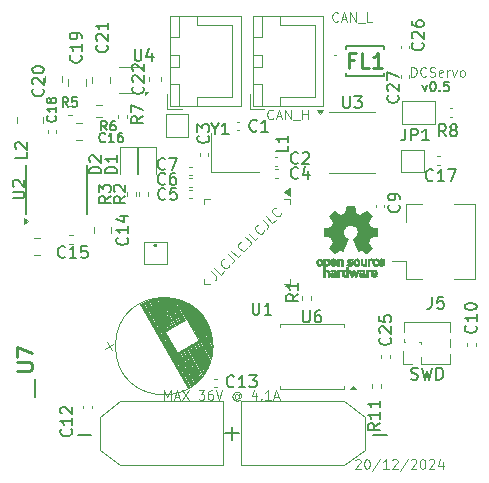
<source format=gbr>
%TF.GenerationSoftware,KiCad,Pcbnew,8.0.4*%
%TF.CreationDate,2024-12-20T14:54:41+02:00*%
%TF.ProjectId,Little Boy - External,4c697474-6c65-4204-926f-79202d204578,rev?*%
%TF.SameCoordinates,Original*%
%TF.FileFunction,Legend,Top*%
%TF.FilePolarity,Positive*%
%FSLAX46Y46*%
G04 Gerber Fmt 4.6, Leading zero omitted, Abs format (unit mm)*
G04 Created by KiCad (PCBNEW 8.0.4) date 2024-12-20 14:54:41*
%MOMM*%
%LPD*%
G01*
G04 APERTURE LIST*
%ADD10C,0.100000*%
%ADD11C,0.150000*%
%ADD12C,0.254000*%
%ADD13C,0.120000*%
%ADD14C,0.200000*%
%ADD15C,0.010000*%
G04 APERTURE END LIST*
D10*
X156906265Y-49046895D02*
X156906265Y-48246895D01*
X156906265Y-48246895D02*
X157096741Y-48246895D01*
X157096741Y-48246895D02*
X157211027Y-48284990D01*
X157211027Y-48284990D02*
X157287217Y-48361180D01*
X157287217Y-48361180D02*
X157325312Y-48437371D01*
X157325312Y-48437371D02*
X157363408Y-48589752D01*
X157363408Y-48589752D02*
X157363408Y-48704038D01*
X157363408Y-48704038D02*
X157325312Y-48856419D01*
X157325312Y-48856419D02*
X157287217Y-48932609D01*
X157287217Y-48932609D02*
X157211027Y-49008800D01*
X157211027Y-49008800D02*
X157096741Y-49046895D01*
X157096741Y-49046895D02*
X156906265Y-49046895D01*
X158163408Y-48970704D02*
X158125312Y-49008800D01*
X158125312Y-49008800D02*
X158011027Y-49046895D01*
X158011027Y-49046895D02*
X157934836Y-49046895D01*
X157934836Y-49046895D02*
X157820550Y-49008800D01*
X157820550Y-49008800D02*
X157744360Y-48932609D01*
X157744360Y-48932609D02*
X157706265Y-48856419D01*
X157706265Y-48856419D02*
X157668169Y-48704038D01*
X157668169Y-48704038D02*
X157668169Y-48589752D01*
X157668169Y-48589752D02*
X157706265Y-48437371D01*
X157706265Y-48437371D02*
X157744360Y-48361180D01*
X157744360Y-48361180D02*
X157820550Y-48284990D01*
X157820550Y-48284990D02*
X157934836Y-48246895D01*
X157934836Y-48246895D02*
X158011027Y-48246895D01*
X158011027Y-48246895D02*
X158125312Y-48284990D01*
X158125312Y-48284990D02*
X158163408Y-48323085D01*
X158468169Y-49008800D02*
X158582455Y-49046895D01*
X158582455Y-49046895D02*
X158772931Y-49046895D01*
X158772931Y-49046895D02*
X158849122Y-49008800D01*
X158849122Y-49008800D02*
X158887217Y-48970704D01*
X158887217Y-48970704D02*
X158925312Y-48894514D01*
X158925312Y-48894514D02*
X158925312Y-48818323D01*
X158925312Y-48818323D02*
X158887217Y-48742133D01*
X158887217Y-48742133D02*
X158849122Y-48704038D01*
X158849122Y-48704038D02*
X158772931Y-48665942D01*
X158772931Y-48665942D02*
X158620550Y-48627847D01*
X158620550Y-48627847D02*
X158544360Y-48589752D01*
X158544360Y-48589752D02*
X158506265Y-48551657D01*
X158506265Y-48551657D02*
X158468169Y-48475466D01*
X158468169Y-48475466D02*
X158468169Y-48399276D01*
X158468169Y-48399276D02*
X158506265Y-48323085D01*
X158506265Y-48323085D02*
X158544360Y-48284990D01*
X158544360Y-48284990D02*
X158620550Y-48246895D01*
X158620550Y-48246895D02*
X158811027Y-48246895D01*
X158811027Y-48246895D02*
X158925312Y-48284990D01*
X159572932Y-49008800D02*
X159496741Y-49046895D01*
X159496741Y-49046895D02*
X159344360Y-49046895D01*
X159344360Y-49046895D02*
X159268170Y-49008800D01*
X159268170Y-49008800D02*
X159230074Y-48932609D01*
X159230074Y-48932609D02*
X159230074Y-48627847D01*
X159230074Y-48627847D02*
X159268170Y-48551657D01*
X159268170Y-48551657D02*
X159344360Y-48513561D01*
X159344360Y-48513561D02*
X159496741Y-48513561D01*
X159496741Y-48513561D02*
X159572932Y-48551657D01*
X159572932Y-48551657D02*
X159611027Y-48627847D01*
X159611027Y-48627847D02*
X159611027Y-48704038D01*
X159611027Y-48704038D02*
X159230074Y-48780228D01*
X159953884Y-49046895D02*
X159953884Y-48513561D01*
X159953884Y-48665942D02*
X159991979Y-48589752D01*
X159991979Y-48589752D02*
X160030074Y-48551657D01*
X160030074Y-48551657D02*
X160106265Y-48513561D01*
X160106265Y-48513561D02*
X160182455Y-48513561D01*
X160372931Y-48513561D02*
X160563407Y-49046895D01*
X160563407Y-49046895D02*
X160753884Y-48513561D01*
X161172931Y-49046895D02*
X161096741Y-49008800D01*
X161096741Y-49008800D02*
X161058646Y-48970704D01*
X161058646Y-48970704D02*
X161020550Y-48894514D01*
X161020550Y-48894514D02*
X161020550Y-48665942D01*
X161020550Y-48665942D02*
X161058646Y-48589752D01*
X161058646Y-48589752D02*
X161096741Y-48551657D01*
X161096741Y-48551657D02*
X161172931Y-48513561D01*
X161172931Y-48513561D02*
X161287217Y-48513561D01*
X161287217Y-48513561D02*
X161363408Y-48551657D01*
X161363408Y-48551657D02*
X161401503Y-48589752D01*
X161401503Y-48589752D02*
X161439598Y-48665942D01*
X161439598Y-48665942D02*
X161439598Y-48894514D01*
X161439598Y-48894514D02*
X161401503Y-48970704D01*
X161401503Y-48970704D02*
X161363408Y-49008800D01*
X161363408Y-49008800D02*
X161287217Y-49046895D01*
X161287217Y-49046895D02*
X161172931Y-49046895D01*
X145213408Y-52570704D02*
X145175312Y-52608800D01*
X145175312Y-52608800D02*
X145061027Y-52646895D01*
X145061027Y-52646895D02*
X144984836Y-52646895D01*
X144984836Y-52646895D02*
X144870550Y-52608800D01*
X144870550Y-52608800D02*
X144794360Y-52532609D01*
X144794360Y-52532609D02*
X144756265Y-52456419D01*
X144756265Y-52456419D02*
X144718169Y-52304038D01*
X144718169Y-52304038D02*
X144718169Y-52189752D01*
X144718169Y-52189752D02*
X144756265Y-52037371D01*
X144756265Y-52037371D02*
X144794360Y-51961180D01*
X144794360Y-51961180D02*
X144870550Y-51884990D01*
X144870550Y-51884990D02*
X144984836Y-51846895D01*
X144984836Y-51846895D02*
X145061027Y-51846895D01*
X145061027Y-51846895D02*
X145175312Y-51884990D01*
X145175312Y-51884990D02*
X145213408Y-51923085D01*
X145518169Y-52418323D02*
X145899122Y-52418323D01*
X145441979Y-52646895D02*
X145708646Y-51846895D01*
X145708646Y-51846895D02*
X145975312Y-52646895D01*
X146241979Y-52646895D02*
X146241979Y-51846895D01*
X146241979Y-51846895D02*
X146699122Y-52646895D01*
X146699122Y-52646895D02*
X146699122Y-51846895D01*
X146889598Y-52723085D02*
X147499121Y-52723085D01*
X147689598Y-52646895D02*
X147689598Y-51846895D01*
X147689598Y-52227847D02*
X148146741Y-52227847D01*
X148146741Y-52646895D02*
X148146741Y-51846895D01*
X136006265Y-76396895D02*
X136006265Y-75596895D01*
X136006265Y-75596895D02*
X136272931Y-76168323D01*
X136272931Y-76168323D02*
X136539598Y-75596895D01*
X136539598Y-75596895D02*
X136539598Y-76396895D01*
X136882455Y-76168323D02*
X137263408Y-76168323D01*
X136806265Y-76396895D02*
X137072932Y-75596895D01*
X137072932Y-75596895D02*
X137339598Y-76396895D01*
X137530074Y-75596895D02*
X138063408Y-76396895D01*
X138063408Y-75596895D02*
X137530074Y-76396895D01*
X138901503Y-75596895D02*
X139396741Y-75596895D01*
X139396741Y-75596895D02*
X139130075Y-75901657D01*
X139130075Y-75901657D02*
X139244360Y-75901657D01*
X139244360Y-75901657D02*
X139320551Y-75939752D01*
X139320551Y-75939752D02*
X139358646Y-75977847D01*
X139358646Y-75977847D02*
X139396741Y-76054038D01*
X139396741Y-76054038D02*
X139396741Y-76244514D01*
X139396741Y-76244514D02*
X139358646Y-76320704D01*
X139358646Y-76320704D02*
X139320551Y-76358800D01*
X139320551Y-76358800D02*
X139244360Y-76396895D01*
X139244360Y-76396895D02*
X139015789Y-76396895D01*
X139015789Y-76396895D02*
X138939598Y-76358800D01*
X138939598Y-76358800D02*
X138901503Y-76320704D01*
X140082456Y-75596895D02*
X139930075Y-75596895D01*
X139930075Y-75596895D02*
X139853884Y-75634990D01*
X139853884Y-75634990D02*
X139815789Y-75673085D01*
X139815789Y-75673085D02*
X139739599Y-75787371D01*
X139739599Y-75787371D02*
X139701503Y-75939752D01*
X139701503Y-75939752D02*
X139701503Y-76244514D01*
X139701503Y-76244514D02*
X139739599Y-76320704D01*
X139739599Y-76320704D02*
X139777694Y-76358800D01*
X139777694Y-76358800D02*
X139853884Y-76396895D01*
X139853884Y-76396895D02*
X140006265Y-76396895D01*
X140006265Y-76396895D02*
X140082456Y-76358800D01*
X140082456Y-76358800D02*
X140120551Y-76320704D01*
X140120551Y-76320704D02*
X140158646Y-76244514D01*
X140158646Y-76244514D02*
X140158646Y-76054038D01*
X140158646Y-76054038D02*
X140120551Y-75977847D01*
X140120551Y-75977847D02*
X140082456Y-75939752D01*
X140082456Y-75939752D02*
X140006265Y-75901657D01*
X140006265Y-75901657D02*
X139853884Y-75901657D01*
X139853884Y-75901657D02*
X139777694Y-75939752D01*
X139777694Y-75939752D02*
X139739599Y-75977847D01*
X139739599Y-75977847D02*
X139701503Y-76054038D01*
X140387218Y-75596895D02*
X140653885Y-76396895D01*
X140653885Y-76396895D02*
X140920551Y-75596895D01*
X142291980Y-76015942D02*
X142253885Y-75977847D01*
X142253885Y-75977847D02*
X142177694Y-75939752D01*
X142177694Y-75939752D02*
X142101504Y-75939752D01*
X142101504Y-75939752D02*
X142025313Y-75977847D01*
X142025313Y-75977847D02*
X141987218Y-76015942D01*
X141987218Y-76015942D02*
X141949123Y-76092133D01*
X141949123Y-76092133D02*
X141949123Y-76168323D01*
X141949123Y-76168323D02*
X141987218Y-76244514D01*
X141987218Y-76244514D02*
X142025313Y-76282609D01*
X142025313Y-76282609D02*
X142101504Y-76320704D01*
X142101504Y-76320704D02*
X142177694Y-76320704D01*
X142177694Y-76320704D02*
X142253885Y-76282609D01*
X142253885Y-76282609D02*
X142291980Y-76244514D01*
X142291980Y-75939752D02*
X142291980Y-76244514D01*
X142291980Y-76244514D02*
X142330075Y-76282609D01*
X142330075Y-76282609D02*
X142368170Y-76282609D01*
X142368170Y-76282609D02*
X142444361Y-76244514D01*
X142444361Y-76244514D02*
X142482456Y-76168323D01*
X142482456Y-76168323D02*
X142482456Y-75977847D01*
X142482456Y-75977847D02*
X142406266Y-75863561D01*
X142406266Y-75863561D02*
X142291980Y-75787371D01*
X142291980Y-75787371D02*
X142139599Y-75749276D01*
X142139599Y-75749276D02*
X141987218Y-75787371D01*
X141987218Y-75787371D02*
X141872932Y-75863561D01*
X141872932Y-75863561D02*
X141796742Y-75977847D01*
X141796742Y-75977847D02*
X141758646Y-76130228D01*
X141758646Y-76130228D02*
X141796742Y-76282609D01*
X141796742Y-76282609D02*
X141872932Y-76396895D01*
X141872932Y-76396895D02*
X141987218Y-76473085D01*
X141987218Y-76473085D02*
X142139599Y-76511180D01*
X142139599Y-76511180D02*
X142291980Y-76473085D01*
X142291980Y-76473085D02*
X142406266Y-76396895D01*
X143777694Y-75863561D02*
X143777694Y-76396895D01*
X143587218Y-75558800D02*
X143396741Y-76130228D01*
X143396741Y-76130228D02*
X143891980Y-76130228D01*
X144196742Y-76320704D02*
X144234837Y-76358800D01*
X144234837Y-76358800D02*
X144196742Y-76396895D01*
X144196742Y-76396895D02*
X144158646Y-76358800D01*
X144158646Y-76358800D02*
X144196742Y-76320704D01*
X144196742Y-76320704D02*
X144196742Y-76396895D01*
X144996741Y-76396895D02*
X144539598Y-76396895D01*
X144768170Y-76396895D02*
X144768170Y-75596895D01*
X144768170Y-75596895D02*
X144691979Y-75711180D01*
X144691979Y-75711180D02*
X144615789Y-75787371D01*
X144615789Y-75787371D02*
X144539598Y-75825466D01*
X145301503Y-76168323D02*
X145682456Y-76168323D01*
X145225313Y-76396895D02*
X145491980Y-75596895D01*
X145491980Y-75596895D02*
X145758646Y-76396895D01*
X150713408Y-44320704D02*
X150675312Y-44358800D01*
X150675312Y-44358800D02*
X150561027Y-44396895D01*
X150561027Y-44396895D02*
X150484836Y-44396895D01*
X150484836Y-44396895D02*
X150370550Y-44358800D01*
X150370550Y-44358800D02*
X150294360Y-44282609D01*
X150294360Y-44282609D02*
X150256265Y-44206419D01*
X150256265Y-44206419D02*
X150218169Y-44054038D01*
X150218169Y-44054038D02*
X150218169Y-43939752D01*
X150218169Y-43939752D02*
X150256265Y-43787371D01*
X150256265Y-43787371D02*
X150294360Y-43711180D01*
X150294360Y-43711180D02*
X150370550Y-43634990D01*
X150370550Y-43634990D02*
X150484836Y-43596895D01*
X150484836Y-43596895D02*
X150561027Y-43596895D01*
X150561027Y-43596895D02*
X150675312Y-43634990D01*
X150675312Y-43634990D02*
X150713408Y-43673085D01*
X151018169Y-44168323D02*
X151399122Y-44168323D01*
X150941979Y-44396895D02*
X151208646Y-43596895D01*
X151208646Y-43596895D02*
X151475312Y-44396895D01*
X151741979Y-44396895D02*
X151741979Y-43596895D01*
X151741979Y-43596895D02*
X152199122Y-44396895D01*
X152199122Y-44396895D02*
X152199122Y-43596895D01*
X152389598Y-44473085D02*
X152999121Y-44473085D01*
X153570550Y-44396895D02*
X153189598Y-44396895D01*
X153189598Y-44396895D02*
X153189598Y-43596895D01*
X139954239Y-65518577D02*
X140358300Y-65922638D01*
X140358300Y-65922638D02*
X140412175Y-66030387D01*
X140412175Y-66030387D02*
X140412175Y-66138137D01*
X140412175Y-66138137D02*
X140358300Y-66245887D01*
X140358300Y-66245887D02*
X140304425Y-66299761D01*
X141058673Y-65545514D02*
X140789299Y-65814888D01*
X140789299Y-65814888D02*
X140223613Y-65249203D01*
X141516609Y-64979829D02*
X141516609Y-65033703D01*
X141516609Y-65033703D02*
X141462734Y-65141453D01*
X141462734Y-65141453D02*
X141408859Y-65195328D01*
X141408859Y-65195328D02*
X141301109Y-65249203D01*
X141301109Y-65249203D02*
X141193360Y-65249203D01*
X141193360Y-65249203D02*
X141112548Y-65222265D01*
X141112548Y-65222265D02*
X140977861Y-65141453D01*
X140977861Y-65141453D02*
X140897048Y-65060641D01*
X140897048Y-65060641D02*
X140816236Y-64925954D01*
X140816236Y-64925954D02*
X140789299Y-64845142D01*
X140789299Y-64845142D02*
X140789299Y-64737392D01*
X140789299Y-64737392D02*
X140843174Y-64629642D01*
X140843174Y-64629642D02*
X140897048Y-64575768D01*
X140897048Y-64575768D02*
X141004798Y-64521893D01*
X141004798Y-64521893D02*
X141058673Y-64521893D01*
X141408859Y-64063957D02*
X141812920Y-64468018D01*
X141812920Y-64468018D02*
X141866795Y-64575768D01*
X141866795Y-64575768D02*
X141866795Y-64683517D01*
X141866795Y-64683517D02*
X141812920Y-64791267D01*
X141812920Y-64791267D02*
X141759045Y-64845142D01*
X142513293Y-64090894D02*
X142243919Y-64360268D01*
X142243919Y-64360268D02*
X141678233Y-63794583D01*
X142971228Y-63525209D02*
X142971228Y-63579084D01*
X142971228Y-63579084D02*
X142917354Y-63686833D01*
X142917354Y-63686833D02*
X142863479Y-63740708D01*
X142863479Y-63740708D02*
X142755729Y-63794583D01*
X142755729Y-63794583D02*
X142647980Y-63794583D01*
X142647980Y-63794583D02*
X142567167Y-63767645D01*
X142567167Y-63767645D02*
X142432480Y-63686833D01*
X142432480Y-63686833D02*
X142351668Y-63606021D01*
X142351668Y-63606021D02*
X142270856Y-63471334D01*
X142270856Y-63471334D02*
X142243919Y-63390522D01*
X142243919Y-63390522D02*
X142243919Y-63282772D01*
X142243919Y-63282772D02*
X142297793Y-63175023D01*
X142297793Y-63175023D02*
X142351668Y-63121148D01*
X142351668Y-63121148D02*
X142459418Y-63067273D01*
X142459418Y-63067273D02*
X142513293Y-63067273D01*
X142863479Y-62609337D02*
X143267540Y-63013398D01*
X143267540Y-63013398D02*
X143321415Y-63121148D01*
X143321415Y-63121148D02*
X143321415Y-63228897D01*
X143321415Y-63228897D02*
X143267540Y-63336647D01*
X143267540Y-63336647D02*
X143213665Y-63390522D01*
X143967912Y-62636274D02*
X143698538Y-62905648D01*
X143698538Y-62905648D02*
X143132853Y-62339963D01*
X144425848Y-62070589D02*
X144425848Y-62124464D01*
X144425848Y-62124464D02*
X144371973Y-62232213D01*
X144371973Y-62232213D02*
X144318099Y-62286088D01*
X144318099Y-62286088D02*
X144210349Y-62339963D01*
X144210349Y-62339963D02*
X144102599Y-62339963D01*
X144102599Y-62339963D02*
X144021787Y-62313026D01*
X144021787Y-62313026D02*
X143887100Y-62232213D01*
X143887100Y-62232213D02*
X143806288Y-62151401D01*
X143806288Y-62151401D02*
X143725476Y-62016714D01*
X143725476Y-62016714D02*
X143698538Y-61935902D01*
X143698538Y-61935902D02*
X143698538Y-61828152D01*
X143698538Y-61828152D02*
X143752413Y-61720403D01*
X143752413Y-61720403D02*
X143806288Y-61666528D01*
X143806288Y-61666528D02*
X143914038Y-61612653D01*
X143914038Y-61612653D02*
X143967912Y-61612653D01*
X144318099Y-61154717D02*
X144722160Y-61558778D01*
X144722160Y-61558778D02*
X144776034Y-61666528D01*
X144776034Y-61666528D02*
X144776034Y-61774278D01*
X144776034Y-61774278D02*
X144722160Y-61882027D01*
X144722160Y-61882027D02*
X144668285Y-61935902D01*
X145422532Y-61181655D02*
X145153158Y-61451029D01*
X145153158Y-61451029D02*
X144587473Y-60885343D01*
X145880468Y-60615969D02*
X145880468Y-60669844D01*
X145880468Y-60669844D02*
X145826593Y-60777594D01*
X145826593Y-60777594D02*
X145772718Y-60831469D01*
X145772718Y-60831469D02*
X145664969Y-60885343D01*
X145664969Y-60885343D02*
X145557219Y-60885343D01*
X145557219Y-60885343D02*
X145476407Y-60858406D01*
X145476407Y-60858406D02*
X145341720Y-60777594D01*
X145341720Y-60777594D02*
X145260908Y-60696782D01*
X145260908Y-60696782D02*
X145180095Y-60562095D01*
X145180095Y-60562095D02*
X145153158Y-60481282D01*
X145153158Y-60481282D02*
X145153158Y-60373533D01*
X145153158Y-60373533D02*
X145207033Y-60265783D01*
X145207033Y-60265783D02*
X145260908Y-60211908D01*
X145260908Y-60211908D02*
X145368657Y-60158033D01*
X145368657Y-60158033D02*
X145422532Y-60158033D01*
D11*
X157862969Y-49760961D02*
X158053445Y-50294295D01*
X158053445Y-50294295D02*
X158243922Y-49760961D01*
X158701065Y-49494295D02*
X158777255Y-49494295D01*
X158777255Y-49494295D02*
X158853446Y-49532390D01*
X158853446Y-49532390D02*
X158891541Y-49570485D01*
X158891541Y-49570485D02*
X158929636Y-49646676D01*
X158929636Y-49646676D02*
X158967731Y-49799057D01*
X158967731Y-49799057D02*
X158967731Y-49989533D01*
X158967731Y-49989533D02*
X158929636Y-50141914D01*
X158929636Y-50141914D02*
X158891541Y-50218104D01*
X158891541Y-50218104D02*
X158853446Y-50256200D01*
X158853446Y-50256200D02*
X158777255Y-50294295D01*
X158777255Y-50294295D02*
X158701065Y-50294295D01*
X158701065Y-50294295D02*
X158624874Y-50256200D01*
X158624874Y-50256200D02*
X158586779Y-50218104D01*
X158586779Y-50218104D02*
X158548684Y-50141914D01*
X158548684Y-50141914D02*
X158510588Y-49989533D01*
X158510588Y-49989533D02*
X158510588Y-49799057D01*
X158510588Y-49799057D02*
X158548684Y-49646676D01*
X158548684Y-49646676D02*
X158586779Y-49570485D01*
X158586779Y-49570485D02*
X158624874Y-49532390D01*
X158624874Y-49532390D02*
X158701065Y-49494295D01*
X159310589Y-50218104D02*
X159348684Y-50256200D01*
X159348684Y-50256200D02*
X159310589Y-50294295D01*
X159310589Y-50294295D02*
X159272493Y-50256200D01*
X159272493Y-50256200D02*
X159310589Y-50218104D01*
X159310589Y-50218104D02*
X159310589Y-50294295D01*
X160072493Y-49494295D02*
X159691541Y-49494295D01*
X159691541Y-49494295D02*
X159653445Y-49875247D01*
X159653445Y-49875247D02*
X159691541Y-49837152D01*
X159691541Y-49837152D02*
X159767731Y-49799057D01*
X159767731Y-49799057D02*
X159958207Y-49799057D01*
X159958207Y-49799057D02*
X160034398Y-49837152D01*
X160034398Y-49837152D02*
X160072493Y-49875247D01*
X160072493Y-49875247D02*
X160110588Y-49951438D01*
X160110588Y-49951438D02*
X160110588Y-50141914D01*
X160110588Y-50141914D02*
X160072493Y-50218104D01*
X160072493Y-50218104D02*
X160034398Y-50256200D01*
X160034398Y-50256200D02*
X159958207Y-50294295D01*
X159958207Y-50294295D02*
X159767731Y-50294295D01*
X159767731Y-50294295D02*
X159691541Y-50256200D01*
X159691541Y-50256200D02*
X159653445Y-50218104D01*
D10*
X152168169Y-81523085D02*
X152206265Y-81484990D01*
X152206265Y-81484990D02*
X152282455Y-81446895D01*
X152282455Y-81446895D02*
X152472931Y-81446895D01*
X152472931Y-81446895D02*
X152549122Y-81484990D01*
X152549122Y-81484990D02*
X152587217Y-81523085D01*
X152587217Y-81523085D02*
X152625312Y-81599276D01*
X152625312Y-81599276D02*
X152625312Y-81675466D01*
X152625312Y-81675466D02*
X152587217Y-81789752D01*
X152587217Y-81789752D02*
X152130074Y-82246895D01*
X152130074Y-82246895D02*
X152625312Y-82246895D01*
X153120551Y-81446895D02*
X153196741Y-81446895D01*
X153196741Y-81446895D02*
X153272932Y-81484990D01*
X153272932Y-81484990D02*
X153311027Y-81523085D01*
X153311027Y-81523085D02*
X153349122Y-81599276D01*
X153349122Y-81599276D02*
X153387217Y-81751657D01*
X153387217Y-81751657D02*
X153387217Y-81942133D01*
X153387217Y-81942133D02*
X153349122Y-82094514D01*
X153349122Y-82094514D02*
X153311027Y-82170704D01*
X153311027Y-82170704D02*
X153272932Y-82208800D01*
X153272932Y-82208800D02*
X153196741Y-82246895D01*
X153196741Y-82246895D02*
X153120551Y-82246895D01*
X153120551Y-82246895D02*
X153044360Y-82208800D01*
X153044360Y-82208800D02*
X153006265Y-82170704D01*
X153006265Y-82170704D02*
X152968170Y-82094514D01*
X152968170Y-82094514D02*
X152930074Y-81942133D01*
X152930074Y-81942133D02*
X152930074Y-81751657D01*
X152930074Y-81751657D02*
X152968170Y-81599276D01*
X152968170Y-81599276D02*
X153006265Y-81523085D01*
X153006265Y-81523085D02*
X153044360Y-81484990D01*
X153044360Y-81484990D02*
X153120551Y-81446895D01*
X154301503Y-81408800D02*
X153615789Y-82437371D01*
X154987217Y-82246895D02*
X154530074Y-82246895D01*
X154758646Y-82246895D02*
X154758646Y-81446895D01*
X154758646Y-81446895D02*
X154682455Y-81561180D01*
X154682455Y-81561180D02*
X154606265Y-81637371D01*
X154606265Y-81637371D02*
X154530074Y-81675466D01*
X155291979Y-81523085D02*
X155330075Y-81484990D01*
X155330075Y-81484990D02*
X155406265Y-81446895D01*
X155406265Y-81446895D02*
X155596741Y-81446895D01*
X155596741Y-81446895D02*
X155672932Y-81484990D01*
X155672932Y-81484990D02*
X155711027Y-81523085D01*
X155711027Y-81523085D02*
X155749122Y-81599276D01*
X155749122Y-81599276D02*
X155749122Y-81675466D01*
X155749122Y-81675466D02*
X155711027Y-81789752D01*
X155711027Y-81789752D02*
X155253884Y-82246895D01*
X155253884Y-82246895D02*
X155749122Y-82246895D01*
X156663408Y-81408800D02*
X155977694Y-82437371D01*
X156891979Y-81523085D02*
X156930075Y-81484990D01*
X156930075Y-81484990D02*
X157006265Y-81446895D01*
X157006265Y-81446895D02*
X157196741Y-81446895D01*
X157196741Y-81446895D02*
X157272932Y-81484990D01*
X157272932Y-81484990D02*
X157311027Y-81523085D01*
X157311027Y-81523085D02*
X157349122Y-81599276D01*
X157349122Y-81599276D02*
X157349122Y-81675466D01*
X157349122Y-81675466D02*
X157311027Y-81789752D01*
X157311027Y-81789752D02*
X156853884Y-82246895D01*
X156853884Y-82246895D02*
X157349122Y-82246895D01*
X157844361Y-81446895D02*
X157920551Y-81446895D01*
X157920551Y-81446895D02*
X157996742Y-81484990D01*
X157996742Y-81484990D02*
X158034837Y-81523085D01*
X158034837Y-81523085D02*
X158072932Y-81599276D01*
X158072932Y-81599276D02*
X158111027Y-81751657D01*
X158111027Y-81751657D02*
X158111027Y-81942133D01*
X158111027Y-81942133D02*
X158072932Y-82094514D01*
X158072932Y-82094514D02*
X158034837Y-82170704D01*
X158034837Y-82170704D02*
X157996742Y-82208800D01*
X157996742Y-82208800D02*
X157920551Y-82246895D01*
X157920551Y-82246895D02*
X157844361Y-82246895D01*
X157844361Y-82246895D02*
X157768170Y-82208800D01*
X157768170Y-82208800D02*
X157730075Y-82170704D01*
X157730075Y-82170704D02*
X157691980Y-82094514D01*
X157691980Y-82094514D02*
X157653884Y-81942133D01*
X157653884Y-81942133D02*
X157653884Y-81751657D01*
X157653884Y-81751657D02*
X157691980Y-81599276D01*
X157691980Y-81599276D02*
X157730075Y-81523085D01*
X157730075Y-81523085D02*
X157768170Y-81484990D01*
X157768170Y-81484990D02*
X157844361Y-81446895D01*
X158415789Y-81523085D02*
X158453885Y-81484990D01*
X158453885Y-81484990D02*
X158530075Y-81446895D01*
X158530075Y-81446895D02*
X158720551Y-81446895D01*
X158720551Y-81446895D02*
X158796742Y-81484990D01*
X158796742Y-81484990D02*
X158834837Y-81523085D01*
X158834837Y-81523085D02*
X158872932Y-81599276D01*
X158872932Y-81599276D02*
X158872932Y-81675466D01*
X158872932Y-81675466D02*
X158834837Y-81789752D01*
X158834837Y-81789752D02*
X158377694Y-82246895D01*
X158377694Y-82246895D02*
X158872932Y-82246895D01*
X159558647Y-81713561D02*
X159558647Y-82246895D01*
X159368171Y-81408800D02*
X159177694Y-81980228D01*
X159177694Y-81980228D02*
X159672933Y-81980228D01*
D11*
X123154819Y-59361904D02*
X123964342Y-59361904D01*
X123964342Y-59361904D02*
X124059580Y-59314285D01*
X124059580Y-59314285D02*
X124107200Y-59266666D01*
X124107200Y-59266666D02*
X124154819Y-59171428D01*
X124154819Y-59171428D02*
X124154819Y-58980952D01*
X124154819Y-58980952D02*
X124107200Y-58885714D01*
X124107200Y-58885714D02*
X124059580Y-58838095D01*
X124059580Y-58838095D02*
X123964342Y-58790476D01*
X123964342Y-58790476D02*
X123154819Y-58790476D01*
X123250057Y-58361904D02*
X123202438Y-58314285D01*
X123202438Y-58314285D02*
X123154819Y-58219047D01*
X123154819Y-58219047D02*
X123154819Y-57980952D01*
X123154819Y-57980952D02*
X123202438Y-57885714D01*
X123202438Y-57885714D02*
X123250057Y-57838095D01*
X123250057Y-57838095D02*
X123345295Y-57790476D01*
X123345295Y-57790476D02*
X123440533Y-57790476D01*
X123440533Y-57790476D02*
X123583390Y-57838095D01*
X123583390Y-57838095D02*
X124154819Y-58409523D01*
X124154819Y-58409523D02*
X124154819Y-57790476D01*
X124379819Y-55466667D02*
X124379819Y-55942857D01*
X124379819Y-55942857D02*
X123379819Y-55942857D01*
X123475057Y-55180952D02*
X123427438Y-55133333D01*
X123427438Y-55133333D02*
X123379819Y-55038095D01*
X123379819Y-55038095D02*
X123379819Y-54800000D01*
X123379819Y-54800000D02*
X123427438Y-54704762D01*
X123427438Y-54704762D02*
X123475057Y-54657143D01*
X123475057Y-54657143D02*
X123570295Y-54609524D01*
X123570295Y-54609524D02*
X123665533Y-54609524D01*
X123665533Y-54609524D02*
X123808390Y-54657143D01*
X123808390Y-54657143D02*
X124379819Y-55228571D01*
X124379819Y-55228571D02*
X124379819Y-54609524D01*
X127866667Y-51612295D02*
X127600000Y-51231342D01*
X127409524Y-51612295D02*
X127409524Y-50812295D01*
X127409524Y-50812295D02*
X127714286Y-50812295D01*
X127714286Y-50812295D02*
X127790476Y-50850390D01*
X127790476Y-50850390D02*
X127828571Y-50888485D01*
X127828571Y-50888485D02*
X127866667Y-50964676D01*
X127866667Y-50964676D02*
X127866667Y-51078961D01*
X127866667Y-51078961D02*
X127828571Y-51155152D01*
X127828571Y-51155152D02*
X127790476Y-51193247D01*
X127790476Y-51193247D02*
X127714286Y-51231342D01*
X127714286Y-51231342D02*
X127409524Y-51231342D01*
X128590476Y-50812295D02*
X128209524Y-50812295D01*
X128209524Y-50812295D02*
X128171428Y-51193247D01*
X128171428Y-51193247D02*
X128209524Y-51155152D01*
X128209524Y-51155152D02*
X128285714Y-51117057D01*
X128285714Y-51117057D02*
X128476190Y-51117057D01*
X128476190Y-51117057D02*
X128552381Y-51155152D01*
X128552381Y-51155152D02*
X128590476Y-51193247D01*
X128590476Y-51193247D02*
X128628571Y-51269438D01*
X128628571Y-51269438D02*
X128628571Y-51459914D01*
X128628571Y-51459914D02*
X128590476Y-51536104D01*
X128590476Y-51536104D02*
X128552381Y-51574200D01*
X128552381Y-51574200D02*
X128476190Y-51612295D01*
X128476190Y-51612295D02*
X128285714Y-51612295D01*
X128285714Y-51612295D02*
X128209524Y-51574200D01*
X128209524Y-51574200D02*
X128171428Y-51536104D01*
X147333333Y-56359580D02*
X147285714Y-56407200D01*
X147285714Y-56407200D02*
X147142857Y-56454819D01*
X147142857Y-56454819D02*
X147047619Y-56454819D01*
X147047619Y-56454819D02*
X146904762Y-56407200D01*
X146904762Y-56407200D02*
X146809524Y-56311961D01*
X146809524Y-56311961D02*
X146761905Y-56216723D01*
X146761905Y-56216723D02*
X146714286Y-56026247D01*
X146714286Y-56026247D02*
X146714286Y-55883390D01*
X146714286Y-55883390D02*
X146761905Y-55692914D01*
X146761905Y-55692914D02*
X146809524Y-55597676D01*
X146809524Y-55597676D02*
X146904762Y-55502438D01*
X146904762Y-55502438D02*
X147047619Y-55454819D01*
X147047619Y-55454819D02*
X147142857Y-55454819D01*
X147142857Y-55454819D02*
X147285714Y-55502438D01*
X147285714Y-55502438D02*
X147333333Y-55550057D01*
X147714286Y-55550057D02*
X147761905Y-55502438D01*
X147761905Y-55502438D02*
X147857143Y-55454819D01*
X147857143Y-55454819D02*
X148095238Y-55454819D01*
X148095238Y-55454819D02*
X148190476Y-55502438D01*
X148190476Y-55502438D02*
X148238095Y-55550057D01*
X148238095Y-55550057D02*
X148285714Y-55645295D01*
X148285714Y-55645295D02*
X148285714Y-55740533D01*
X148285714Y-55740533D02*
X148238095Y-55883390D01*
X148238095Y-55883390D02*
X147666667Y-56454819D01*
X147666667Y-56454819D02*
X148285714Y-56454819D01*
X132004819Y-57238094D02*
X131004819Y-57238094D01*
X131004819Y-57238094D02*
X131004819Y-56999999D01*
X131004819Y-56999999D02*
X131052438Y-56857142D01*
X131052438Y-56857142D02*
X131147676Y-56761904D01*
X131147676Y-56761904D02*
X131242914Y-56714285D01*
X131242914Y-56714285D02*
X131433390Y-56666666D01*
X131433390Y-56666666D02*
X131576247Y-56666666D01*
X131576247Y-56666666D02*
X131766723Y-56714285D01*
X131766723Y-56714285D02*
X131861961Y-56761904D01*
X131861961Y-56761904D02*
X131957200Y-56857142D01*
X131957200Y-56857142D02*
X132004819Y-56999999D01*
X132004819Y-56999999D02*
X132004819Y-57238094D01*
X132004819Y-55714285D02*
X132004819Y-56285713D01*
X132004819Y-55999999D02*
X131004819Y-55999999D01*
X131004819Y-55999999D02*
X131147676Y-56095237D01*
X131147676Y-56095237D02*
X131242914Y-56190475D01*
X131242914Y-56190475D02*
X131290533Y-56285713D01*
X134204819Y-52416666D02*
X133728628Y-52749999D01*
X134204819Y-52988094D02*
X133204819Y-52988094D01*
X133204819Y-52988094D02*
X133204819Y-52607142D01*
X133204819Y-52607142D02*
X133252438Y-52511904D01*
X133252438Y-52511904D02*
X133300057Y-52464285D01*
X133300057Y-52464285D02*
X133395295Y-52416666D01*
X133395295Y-52416666D02*
X133538152Y-52416666D01*
X133538152Y-52416666D02*
X133633390Y-52464285D01*
X133633390Y-52464285D02*
X133681009Y-52511904D01*
X133681009Y-52511904D02*
X133728628Y-52607142D01*
X133728628Y-52607142D02*
X133728628Y-52988094D01*
X133204819Y-52083332D02*
X133204819Y-51416666D01*
X133204819Y-51416666D02*
X134204819Y-51845237D01*
X136083333Y-58109580D02*
X136035714Y-58157200D01*
X136035714Y-58157200D02*
X135892857Y-58204819D01*
X135892857Y-58204819D02*
X135797619Y-58204819D01*
X135797619Y-58204819D02*
X135654762Y-58157200D01*
X135654762Y-58157200D02*
X135559524Y-58061961D01*
X135559524Y-58061961D02*
X135511905Y-57966723D01*
X135511905Y-57966723D02*
X135464286Y-57776247D01*
X135464286Y-57776247D02*
X135464286Y-57633390D01*
X135464286Y-57633390D02*
X135511905Y-57442914D01*
X135511905Y-57442914D02*
X135559524Y-57347676D01*
X135559524Y-57347676D02*
X135654762Y-57252438D01*
X135654762Y-57252438D02*
X135797619Y-57204819D01*
X135797619Y-57204819D02*
X135892857Y-57204819D01*
X135892857Y-57204819D02*
X136035714Y-57252438D01*
X136035714Y-57252438D02*
X136083333Y-57300057D01*
X136940476Y-57204819D02*
X136750000Y-57204819D01*
X136750000Y-57204819D02*
X136654762Y-57252438D01*
X136654762Y-57252438D02*
X136607143Y-57300057D01*
X136607143Y-57300057D02*
X136511905Y-57442914D01*
X136511905Y-57442914D02*
X136464286Y-57633390D01*
X136464286Y-57633390D02*
X136464286Y-58014342D01*
X136464286Y-58014342D02*
X136511905Y-58109580D01*
X136511905Y-58109580D02*
X136559524Y-58157200D01*
X136559524Y-58157200D02*
X136654762Y-58204819D01*
X136654762Y-58204819D02*
X136845238Y-58204819D01*
X136845238Y-58204819D02*
X136940476Y-58157200D01*
X136940476Y-58157200D02*
X136988095Y-58109580D01*
X136988095Y-58109580D02*
X137035714Y-58014342D01*
X137035714Y-58014342D02*
X137035714Y-57776247D01*
X137035714Y-57776247D02*
X136988095Y-57681009D01*
X136988095Y-57681009D02*
X136940476Y-57633390D01*
X136940476Y-57633390D02*
X136845238Y-57585771D01*
X136845238Y-57585771D02*
X136654762Y-57585771D01*
X136654762Y-57585771D02*
X136559524Y-57633390D01*
X136559524Y-57633390D02*
X136511905Y-57681009D01*
X136511905Y-57681009D02*
X136464286Y-57776247D01*
X141907142Y-75259580D02*
X141859523Y-75307200D01*
X141859523Y-75307200D02*
X141716666Y-75354819D01*
X141716666Y-75354819D02*
X141621428Y-75354819D01*
X141621428Y-75354819D02*
X141478571Y-75307200D01*
X141478571Y-75307200D02*
X141383333Y-75211961D01*
X141383333Y-75211961D02*
X141335714Y-75116723D01*
X141335714Y-75116723D02*
X141288095Y-74926247D01*
X141288095Y-74926247D02*
X141288095Y-74783390D01*
X141288095Y-74783390D02*
X141335714Y-74592914D01*
X141335714Y-74592914D02*
X141383333Y-74497676D01*
X141383333Y-74497676D02*
X141478571Y-74402438D01*
X141478571Y-74402438D02*
X141621428Y-74354819D01*
X141621428Y-74354819D02*
X141716666Y-74354819D01*
X141716666Y-74354819D02*
X141859523Y-74402438D01*
X141859523Y-74402438D02*
X141907142Y-74450057D01*
X142859523Y-75354819D02*
X142288095Y-75354819D01*
X142573809Y-75354819D02*
X142573809Y-74354819D01*
X142573809Y-74354819D02*
X142478571Y-74497676D01*
X142478571Y-74497676D02*
X142383333Y-74592914D01*
X142383333Y-74592914D02*
X142288095Y-74640533D01*
X143192857Y-74354819D02*
X143811904Y-74354819D01*
X143811904Y-74354819D02*
X143478571Y-74735771D01*
X143478571Y-74735771D02*
X143621428Y-74735771D01*
X143621428Y-74735771D02*
X143716666Y-74783390D01*
X143716666Y-74783390D02*
X143764285Y-74831009D01*
X143764285Y-74831009D02*
X143811904Y-74926247D01*
X143811904Y-74926247D02*
X143811904Y-75164342D01*
X143811904Y-75164342D02*
X143764285Y-75259580D01*
X143764285Y-75259580D02*
X143716666Y-75307200D01*
X143716666Y-75307200D02*
X143621428Y-75354819D01*
X143621428Y-75354819D02*
X143335714Y-75354819D01*
X143335714Y-75354819D02*
X143240476Y-75307200D01*
X143240476Y-75307200D02*
X143192857Y-75259580D01*
X147738095Y-68854819D02*
X147738095Y-69664342D01*
X147738095Y-69664342D02*
X147785714Y-69759580D01*
X147785714Y-69759580D02*
X147833333Y-69807200D01*
X147833333Y-69807200D02*
X147928571Y-69854819D01*
X147928571Y-69854819D02*
X148119047Y-69854819D01*
X148119047Y-69854819D02*
X148214285Y-69807200D01*
X148214285Y-69807200D02*
X148261904Y-69759580D01*
X148261904Y-69759580D02*
X148309523Y-69664342D01*
X148309523Y-69664342D02*
X148309523Y-68854819D01*
X149214285Y-68854819D02*
X149023809Y-68854819D01*
X149023809Y-68854819D02*
X148928571Y-68902438D01*
X148928571Y-68902438D02*
X148880952Y-68950057D01*
X148880952Y-68950057D02*
X148785714Y-69092914D01*
X148785714Y-69092914D02*
X148738095Y-69283390D01*
X148738095Y-69283390D02*
X148738095Y-69664342D01*
X148738095Y-69664342D02*
X148785714Y-69759580D01*
X148785714Y-69759580D02*
X148833333Y-69807200D01*
X148833333Y-69807200D02*
X148928571Y-69854819D01*
X148928571Y-69854819D02*
X149119047Y-69854819D01*
X149119047Y-69854819D02*
X149214285Y-69807200D01*
X149214285Y-69807200D02*
X149261904Y-69759580D01*
X149261904Y-69759580D02*
X149309523Y-69664342D01*
X149309523Y-69664342D02*
X149309523Y-69426247D01*
X149309523Y-69426247D02*
X149261904Y-69331009D01*
X149261904Y-69331009D02*
X149214285Y-69283390D01*
X149214285Y-69283390D02*
X149119047Y-69235771D01*
X149119047Y-69235771D02*
X148928571Y-69235771D01*
X148928571Y-69235771D02*
X148833333Y-69283390D01*
X148833333Y-69283390D02*
X148785714Y-69331009D01*
X148785714Y-69331009D02*
X148738095Y-69426247D01*
X131134579Y-46392857D02*
X131182199Y-46440476D01*
X131182199Y-46440476D02*
X131229818Y-46583333D01*
X131229818Y-46583333D02*
X131229818Y-46678571D01*
X131229818Y-46678571D02*
X131182199Y-46821428D01*
X131182199Y-46821428D02*
X131086960Y-46916666D01*
X131086960Y-46916666D02*
X130991722Y-46964285D01*
X130991722Y-46964285D02*
X130801246Y-47011904D01*
X130801246Y-47011904D02*
X130658389Y-47011904D01*
X130658389Y-47011904D02*
X130467913Y-46964285D01*
X130467913Y-46964285D02*
X130372675Y-46916666D01*
X130372675Y-46916666D02*
X130277437Y-46821428D01*
X130277437Y-46821428D02*
X130229818Y-46678571D01*
X130229818Y-46678571D02*
X130229818Y-46583333D01*
X130229818Y-46583333D02*
X130277437Y-46440476D01*
X130277437Y-46440476D02*
X130325056Y-46392857D01*
X130325056Y-46011904D02*
X130277437Y-45964285D01*
X130277437Y-45964285D02*
X130229818Y-45869047D01*
X130229818Y-45869047D02*
X130229818Y-45630952D01*
X130229818Y-45630952D02*
X130277437Y-45535714D01*
X130277437Y-45535714D02*
X130325056Y-45488095D01*
X130325056Y-45488095D02*
X130420294Y-45440476D01*
X130420294Y-45440476D02*
X130515532Y-45440476D01*
X130515532Y-45440476D02*
X130658389Y-45488095D01*
X130658389Y-45488095D02*
X131229818Y-46059523D01*
X131229818Y-46059523D02*
X131229818Y-45440476D01*
X131229818Y-44488095D02*
X131229818Y-45059523D01*
X131229818Y-44773809D02*
X130229818Y-44773809D01*
X130229818Y-44773809D02*
X130372675Y-44869047D01*
X130372675Y-44869047D02*
X130467913Y-44964285D01*
X130467913Y-44964285D02*
X130515532Y-45059523D01*
X140273809Y-53478628D02*
X140273809Y-53954819D01*
X139940476Y-52954819D02*
X140273809Y-53478628D01*
X140273809Y-53478628D02*
X140607142Y-52954819D01*
X141464285Y-53954819D02*
X140892857Y-53954819D01*
X141178571Y-53954819D02*
X141178571Y-52954819D01*
X141178571Y-52954819D02*
X141083333Y-53097676D01*
X141083333Y-53097676D02*
X140988095Y-53192914D01*
X140988095Y-53192914D02*
X140892857Y-53240533D01*
X127607142Y-64309580D02*
X127559523Y-64357200D01*
X127559523Y-64357200D02*
X127416666Y-64404819D01*
X127416666Y-64404819D02*
X127321428Y-64404819D01*
X127321428Y-64404819D02*
X127178571Y-64357200D01*
X127178571Y-64357200D02*
X127083333Y-64261961D01*
X127083333Y-64261961D02*
X127035714Y-64166723D01*
X127035714Y-64166723D02*
X126988095Y-63976247D01*
X126988095Y-63976247D02*
X126988095Y-63833390D01*
X126988095Y-63833390D02*
X127035714Y-63642914D01*
X127035714Y-63642914D02*
X127083333Y-63547676D01*
X127083333Y-63547676D02*
X127178571Y-63452438D01*
X127178571Y-63452438D02*
X127321428Y-63404819D01*
X127321428Y-63404819D02*
X127416666Y-63404819D01*
X127416666Y-63404819D02*
X127559523Y-63452438D01*
X127559523Y-63452438D02*
X127607142Y-63500057D01*
X128559523Y-64404819D02*
X127988095Y-64404819D01*
X128273809Y-64404819D02*
X128273809Y-63404819D01*
X128273809Y-63404819D02*
X128178571Y-63547676D01*
X128178571Y-63547676D02*
X128083333Y-63642914D01*
X128083333Y-63642914D02*
X127988095Y-63690533D01*
X129464285Y-63404819D02*
X128988095Y-63404819D01*
X128988095Y-63404819D02*
X128940476Y-63881009D01*
X128940476Y-63881009D02*
X128988095Y-63833390D01*
X128988095Y-63833390D02*
X129083333Y-63785771D01*
X129083333Y-63785771D02*
X129321428Y-63785771D01*
X129321428Y-63785771D02*
X129416666Y-63833390D01*
X129416666Y-63833390D02*
X129464285Y-63881009D01*
X129464285Y-63881009D02*
X129511904Y-63976247D01*
X129511904Y-63976247D02*
X129511904Y-64214342D01*
X129511904Y-64214342D02*
X129464285Y-64309580D01*
X129464285Y-64309580D02*
X129416666Y-64357200D01*
X129416666Y-64357200D02*
X129321428Y-64404819D01*
X129321428Y-64404819D02*
X129083333Y-64404819D01*
X129083333Y-64404819D02*
X128988095Y-64357200D01*
X128988095Y-64357200D02*
X128940476Y-64309580D01*
X155109580Y-71142857D02*
X155157200Y-71190476D01*
X155157200Y-71190476D02*
X155204819Y-71333333D01*
X155204819Y-71333333D02*
X155204819Y-71428571D01*
X155204819Y-71428571D02*
X155157200Y-71571428D01*
X155157200Y-71571428D02*
X155061961Y-71666666D01*
X155061961Y-71666666D02*
X154966723Y-71714285D01*
X154966723Y-71714285D02*
X154776247Y-71761904D01*
X154776247Y-71761904D02*
X154633390Y-71761904D01*
X154633390Y-71761904D02*
X154442914Y-71714285D01*
X154442914Y-71714285D02*
X154347676Y-71666666D01*
X154347676Y-71666666D02*
X154252438Y-71571428D01*
X154252438Y-71571428D02*
X154204819Y-71428571D01*
X154204819Y-71428571D02*
X154204819Y-71333333D01*
X154204819Y-71333333D02*
X154252438Y-71190476D01*
X154252438Y-71190476D02*
X154300057Y-71142857D01*
X154300057Y-70761904D02*
X154252438Y-70714285D01*
X154252438Y-70714285D02*
X154204819Y-70619047D01*
X154204819Y-70619047D02*
X154204819Y-70380952D01*
X154204819Y-70380952D02*
X154252438Y-70285714D01*
X154252438Y-70285714D02*
X154300057Y-70238095D01*
X154300057Y-70238095D02*
X154395295Y-70190476D01*
X154395295Y-70190476D02*
X154490533Y-70190476D01*
X154490533Y-70190476D02*
X154633390Y-70238095D01*
X154633390Y-70238095D02*
X155204819Y-70809523D01*
X155204819Y-70809523D02*
X155204819Y-70190476D01*
X154204819Y-69285714D02*
X154204819Y-69761904D01*
X154204819Y-69761904D02*
X154681009Y-69809523D01*
X154681009Y-69809523D02*
X154633390Y-69761904D01*
X154633390Y-69761904D02*
X154585771Y-69666666D01*
X154585771Y-69666666D02*
X154585771Y-69428571D01*
X154585771Y-69428571D02*
X154633390Y-69333333D01*
X154633390Y-69333333D02*
X154681009Y-69285714D01*
X154681009Y-69285714D02*
X154776247Y-69238095D01*
X154776247Y-69238095D02*
X155014342Y-69238095D01*
X155014342Y-69238095D02*
X155109580Y-69285714D01*
X155109580Y-69285714D02*
X155157200Y-69333333D01*
X155157200Y-69333333D02*
X155204819Y-69428571D01*
X155204819Y-69428571D02*
X155204819Y-69666666D01*
X155204819Y-69666666D02*
X155157200Y-69761904D01*
X155157200Y-69761904D02*
X155109580Y-69809523D01*
X136083331Y-56859580D02*
X136035712Y-56907200D01*
X136035712Y-56907200D02*
X135892855Y-56954819D01*
X135892855Y-56954819D02*
X135797617Y-56954819D01*
X135797617Y-56954819D02*
X135654760Y-56907200D01*
X135654760Y-56907200D02*
X135559522Y-56811961D01*
X135559522Y-56811961D02*
X135511903Y-56716723D01*
X135511903Y-56716723D02*
X135464284Y-56526247D01*
X135464284Y-56526247D02*
X135464284Y-56383390D01*
X135464284Y-56383390D02*
X135511903Y-56192914D01*
X135511903Y-56192914D02*
X135559522Y-56097676D01*
X135559522Y-56097676D02*
X135654760Y-56002438D01*
X135654760Y-56002438D02*
X135797617Y-55954819D01*
X135797617Y-55954819D02*
X135892855Y-55954819D01*
X135892855Y-55954819D02*
X136035712Y-56002438D01*
X136035712Y-56002438D02*
X136083331Y-56050057D01*
X136416665Y-55954819D02*
X137083331Y-55954819D01*
X137083331Y-55954819D02*
X136654760Y-56954819D01*
X125709580Y-50092857D02*
X125757200Y-50140476D01*
X125757200Y-50140476D02*
X125804819Y-50283333D01*
X125804819Y-50283333D02*
X125804819Y-50378571D01*
X125804819Y-50378571D02*
X125757200Y-50521428D01*
X125757200Y-50521428D02*
X125661961Y-50616666D01*
X125661961Y-50616666D02*
X125566723Y-50664285D01*
X125566723Y-50664285D02*
X125376247Y-50711904D01*
X125376247Y-50711904D02*
X125233390Y-50711904D01*
X125233390Y-50711904D02*
X125042914Y-50664285D01*
X125042914Y-50664285D02*
X124947676Y-50616666D01*
X124947676Y-50616666D02*
X124852438Y-50521428D01*
X124852438Y-50521428D02*
X124804819Y-50378571D01*
X124804819Y-50378571D02*
X124804819Y-50283333D01*
X124804819Y-50283333D02*
X124852438Y-50140476D01*
X124852438Y-50140476D02*
X124900057Y-50092857D01*
X124900057Y-49711904D02*
X124852438Y-49664285D01*
X124852438Y-49664285D02*
X124804819Y-49569047D01*
X124804819Y-49569047D02*
X124804819Y-49330952D01*
X124804819Y-49330952D02*
X124852438Y-49235714D01*
X124852438Y-49235714D02*
X124900057Y-49188095D01*
X124900057Y-49188095D02*
X124995295Y-49140476D01*
X124995295Y-49140476D02*
X125090533Y-49140476D01*
X125090533Y-49140476D02*
X125233390Y-49188095D01*
X125233390Y-49188095D02*
X125804819Y-49759523D01*
X125804819Y-49759523D02*
X125804819Y-49140476D01*
X124804819Y-48521428D02*
X124804819Y-48426190D01*
X124804819Y-48426190D02*
X124852438Y-48330952D01*
X124852438Y-48330952D02*
X124900057Y-48283333D01*
X124900057Y-48283333D02*
X124995295Y-48235714D01*
X124995295Y-48235714D02*
X125185771Y-48188095D01*
X125185771Y-48188095D02*
X125423866Y-48188095D01*
X125423866Y-48188095D02*
X125614342Y-48235714D01*
X125614342Y-48235714D02*
X125709580Y-48283333D01*
X125709580Y-48283333D02*
X125757200Y-48330952D01*
X125757200Y-48330952D02*
X125804819Y-48426190D01*
X125804819Y-48426190D02*
X125804819Y-48521428D01*
X125804819Y-48521428D02*
X125757200Y-48616666D01*
X125757200Y-48616666D02*
X125709580Y-48664285D01*
X125709580Y-48664285D02*
X125614342Y-48711904D01*
X125614342Y-48711904D02*
X125423866Y-48759523D01*
X125423866Y-48759523D02*
X125185771Y-48759523D01*
X125185771Y-48759523D02*
X124995295Y-48711904D01*
X124995295Y-48711904D02*
X124900057Y-48664285D01*
X124900057Y-48664285D02*
X124852438Y-48616666D01*
X124852438Y-48616666D02*
X124804819Y-48521428D01*
X133488095Y-46704819D02*
X133488095Y-47514342D01*
X133488095Y-47514342D02*
X133535714Y-47609580D01*
X133535714Y-47609580D02*
X133583333Y-47657200D01*
X133583333Y-47657200D02*
X133678571Y-47704819D01*
X133678571Y-47704819D02*
X133869047Y-47704819D01*
X133869047Y-47704819D02*
X133964285Y-47657200D01*
X133964285Y-47657200D02*
X134011904Y-47609580D01*
X134011904Y-47609580D02*
X134059523Y-47514342D01*
X134059523Y-47514342D02*
X134059523Y-46704819D01*
X134964285Y-47038152D02*
X134964285Y-47704819D01*
X134726190Y-46657200D02*
X134488095Y-47371485D01*
X134488095Y-47371485D02*
X135107142Y-47371485D01*
X153678570Y-79364702D02*
X154821428Y-79364702D01*
X151138095Y-50704820D02*
X151138095Y-51514343D01*
X151138095Y-51514343D02*
X151185714Y-51609581D01*
X151185714Y-51609581D02*
X151233333Y-51657201D01*
X151233333Y-51657201D02*
X151328571Y-51704820D01*
X151328571Y-51704820D02*
X151519047Y-51704820D01*
X151519047Y-51704820D02*
X151614285Y-51657201D01*
X151614285Y-51657201D02*
X151661904Y-51609581D01*
X151661904Y-51609581D02*
X151709523Y-51514343D01*
X151709523Y-51514343D02*
X151709523Y-50704820D01*
X152090476Y-50704820D02*
X152709523Y-50704820D01*
X152709523Y-50704820D02*
X152376190Y-51085772D01*
X152376190Y-51085772D02*
X152519047Y-51085772D01*
X152519047Y-51085772D02*
X152614285Y-51133391D01*
X152614285Y-51133391D02*
X152661904Y-51181010D01*
X152661904Y-51181010D02*
X152709523Y-51276248D01*
X152709523Y-51276248D02*
X152709523Y-51514343D01*
X152709523Y-51514343D02*
X152661904Y-51609581D01*
X152661904Y-51609581D02*
X152614285Y-51657201D01*
X152614285Y-51657201D02*
X152519047Y-51704820D01*
X152519047Y-51704820D02*
X152233333Y-51704820D01*
X152233333Y-51704820D02*
X152138095Y-51657201D01*
X152138095Y-51657201D02*
X152090476Y-51609581D01*
X128909580Y-47242857D02*
X128957200Y-47290476D01*
X128957200Y-47290476D02*
X129004819Y-47433333D01*
X129004819Y-47433333D02*
X129004819Y-47528571D01*
X129004819Y-47528571D02*
X128957200Y-47671428D01*
X128957200Y-47671428D02*
X128861961Y-47766666D01*
X128861961Y-47766666D02*
X128766723Y-47814285D01*
X128766723Y-47814285D02*
X128576247Y-47861904D01*
X128576247Y-47861904D02*
X128433390Y-47861904D01*
X128433390Y-47861904D02*
X128242914Y-47814285D01*
X128242914Y-47814285D02*
X128147676Y-47766666D01*
X128147676Y-47766666D02*
X128052438Y-47671428D01*
X128052438Y-47671428D02*
X128004819Y-47528571D01*
X128004819Y-47528571D02*
X128004819Y-47433333D01*
X128004819Y-47433333D02*
X128052438Y-47290476D01*
X128052438Y-47290476D02*
X128100057Y-47242857D01*
X129004819Y-46290476D02*
X129004819Y-46861904D01*
X129004819Y-46576190D02*
X128004819Y-46576190D01*
X128004819Y-46576190D02*
X128147676Y-46671428D01*
X128147676Y-46671428D02*
X128242914Y-46766666D01*
X128242914Y-46766666D02*
X128290533Y-46861904D01*
X129004819Y-45814285D02*
X129004819Y-45623809D01*
X129004819Y-45623809D02*
X128957200Y-45528571D01*
X128957200Y-45528571D02*
X128909580Y-45480952D01*
X128909580Y-45480952D02*
X128766723Y-45385714D01*
X128766723Y-45385714D02*
X128576247Y-45338095D01*
X128576247Y-45338095D02*
X128195295Y-45338095D01*
X128195295Y-45338095D02*
X128100057Y-45385714D01*
X128100057Y-45385714D02*
X128052438Y-45433333D01*
X128052438Y-45433333D02*
X128004819Y-45528571D01*
X128004819Y-45528571D02*
X128004819Y-45719047D01*
X128004819Y-45719047D02*
X128052438Y-45814285D01*
X128052438Y-45814285D02*
X128100057Y-45861904D01*
X128100057Y-45861904D02*
X128195295Y-45909523D01*
X128195295Y-45909523D02*
X128433390Y-45909523D01*
X128433390Y-45909523D02*
X128528628Y-45861904D01*
X128528628Y-45861904D02*
X128576247Y-45814285D01*
X128576247Y-45814285D02*
X128623866Y-45719047D01*
X128623866Y-45719047D02*
X128623866Y-45528571D01*
X128623866Y-45528571D02*
X128576247Y-45433333D01*
X128576247Y-45433333D02*
X128528628Y-45385714D01*
X128528628Y-45385714D02*
X128433390Y-45338095D01*
D12*
X123554318Y-73967619D02*
X124582413Y-73967619D01*
X124582413Y-73967619D02*
X124703365Y-73907142D01*
X124703365Y-73907142D02*
X124763842Y-73846666D01*
X124763842Y-73846666D02*
X124824318Y-73725714D01*
X124824318Y-73725714D02*
X124824318Y-73483809D01*
X124824318Y-73483809D02*
X124763842Y-73362857D01*
X124763842Y-73362857D02*
X124703365Y-73302380D01*
X124703365Y-73302380D02*
X124582413Y-73241904D01*
X124582413Y-73241904D02*
X123554318Y-73241904D01*
X123554318Y-72758095D02*
X123554318Y-71911428D01*
X123554318Y-71911428D02*
X124824318Y-72455714D01*
D11*
X154254819Y-78392857D02*
X153778628Y-78726190D01*
X154254819Y-78964285D02*
X153254819Y-78964285D01*
X153254819Y-78964285D02*
X153254819Y-78583333D01*
X153254819Y-78583333D02*
X153302438Y-78488095D01*
X153302438Y-78488095D02*
X153350057Y-78440476D01*
X153350057Y-78440476D02*
X153445295Y-78392857D01*
X153445295Y-78392857D02*
X153588152Y-78392857D01*
X153588152Y-78392857D02*
X153683390Y-78440476D01*
X153683390Y-78440476D02*
X153731009Y-78488095D01*
X153731009Y-78488095D02*
X153778628Y-78583333D01*
X153778628Y-78583333D02*
X153778628Y-78964285D01*
X154254819Y-77440476D02*
X154254819Y-78011904D01*
X154254819Y-77726190D02*
X153254819Y-77726190D01*
X153254819Y-77726190D02*
X153397676Y-77821428D01*
X153397676Y-77821428D02*
X153492914Y-77916666D01*
X153492914Y-77916666D02*
X153540533Y-78011904D01*
X154254819Y-76488095D02*
X154254819Y-77059523D01*
X154254819Y-76773809D02*
X153254819Y-76773809D01*
X153254819Y-76773809D02*
X153397676Y-76869047D01*
X153397676Y-76869047D02*
X153492914Y-76964285D01*
X153492914Y-76964285D02*
X153540533Y-77059523D01*
X130654819Y-57238091D02*
X129654819Y-57238091D01*
X129654819Y-57238091D02*
X129654819Y-56999996D01*
X129654819Y-56999996D02*
X129702438Y-56857139D01*
X129702438Y-56857139D02*
X129797676Y-56761901D01*
X129797676Y-56761901D02*
X129892914Y-56714282D01*
X129892914Y-56714282D02*
X130083390Y-56666663D01*
X130083390Y-56666663D02*
X130226247Y-56666663D01*
X130226247Y-56666663D02*
X130416723Y-56714282D01*
X130416723Y-56714282D02*
X130511961Y-56761901D01*
X130511961Y-56761901D02*
X130607200Y-56857139D01*
X130607200Y-56857139D02*
X130654819Y-56999996D01*
X130654819Y-56999996D02*
X130654819Y-57238091D01*
X129750057Y-56285710D02*
X129702438Y-56238091D01*
X129702438Y-56238091D02*
X129654819Y-56142853D01*
X129654819Y-56142853D02*
X129654819Y-55904758D01*
X129654819Y-55904758D02*
X129702438Y-55809520D01*
X129702438Y-55809520D02*
X129750057Y-55761901D01*
X129750057Y-55761901D02*
X129845295Y-55714282D01*
X129845295Y-55714282D02*
X129940533Y-55714282D01*
X129940533Y-55714282D02*
X130083390Y-55761901D01*
X130083390Y-55761901D02*
X130654819Y-56333329D01*
X130654819Y-56333329D02*
X130654819Y-55714282D01*
X155759580Y-50642857D02*
X155807200Y-50690476D01*
X155807200Y-50690476D02*
X155854819Y-50833333D01*
X155854819Y-50833333D02*
X155854819Y-50928571D01*
X155854819Y-50928571D02*
X155807200Y-51071428D01*
X155807200Y-51071428D02*
X155711961Y-51166666D01*
X155711961Y-51166666D02*
X155616723Y-51214285D01*
X155616723Y-51214285D02*
X155426247Y-51261904D01*
X155426247Y-51261904D02*
X155283390Y-51261904D01*
X155283390Y-51261904D02*
X155092914Y-51214285D01*
X155092914Y-51214285D02*
X154997676Y-51166666D01*
X154997676Y-51166666D02*
X154902438Y-51071428D01*
X154902438Y-51071428D02*
X154854819Y-50928571D01*
X154854819Y-50928571D02*
X154854819Y-50833333D01*
X154854819Y-50833333D02*
X154902438Y-50690476D01*
X154902438Y-50690476D02*
X154950057Y-50642857D01*
X154950057Y-50261904D02*
X154902438Y-50214285D01*
X154902438Y-50214285D02*
X154854819Y-50119047D01*
X154854819Y-50119047D02*
X154854819Y-49880952D01*
X154854819Y-49880952D02*
X154902438Y-49785714D01*
X154902438Y-49785714D02*
X154950057Y-49738095D01*
X154950057Y-49738095D02*
X155045295Y-49690476D01*
X155045295Y-49690476D02*
X155140533Y-49690476D01*
X155140533Y-49690476D02*
X155283390Y-49738095D01*
X155283390Y-49738095D02*
X155854819Y-50309523D01*
X155854819Y-50309523D02*
X155854819Y-49690476D01*
X154854819Y-49357142D02*
X154854819Y-48690476D01*
X154854819Y-48690476D02*
X155854819Y-49119047D01*
X156897856Y-74657200D02*
X157040713Y-74704819D01*
X157040713Y-74704819D02*
X157278808Y-74704819D01*
X157278808Y-74704819D02*
X157374046Y-74657200D01*
X157374046Y-74657200D02*
X157421665Y-74609580D01*
X157421665Y-74609580D02*
X157469284Y-74514342D01*
X157469284Y-74514342D02*
X157469284Y-74419104D01*
X157469284Y-74419104D02*
X157421665Y-74323866D01*
X157421665Y-74323866D02*
X157374046Y-74276247D01*
X157374046Y-74276247D02*
X157278808Y-74228628D01*
X157278808Y-74228628D02*
X157088332Y-74181009D01*
X157088332Y-74181009D02*
X156993094Y-74133390D01*
X156993094Y-74133390D02*
X156945475Y-74085771D01*
X156945475Y-74085771D02*
X156897856Y-73990533D01*
X156897856Y-73990533D02*
X156897856Y-73895295D01*
X156897856Y-73895295D02*
X156945475Y-73800057D01*
X156945475Y-73800057D02*
X156993094Y-73752438D01*
X156993094Y-73752438D02*
X157088332Y-73704819D01*
X157088332Y-73704819D02*
X157326427Y-73704819D01*
X157326427Y-73704819D02*
X157469284Y-73752438D01*
X157802618Y-73704819D02*
X158040713Y-74704819D01*
X158040713Y-74704819D02*
X158231189Y-73990533D01*
X158231189Y-73990533D02*
X158421665Y-74704819D01*
X158421665Y-74704819D02*
X158659761Y-73704819D01*
X159040713Y-74704819D02*
X159040713Y-73704819D01*
X159040713Y-73704819D02*
X159278808Y-73704819D01*
X159278808Y-73704819D02*
X159421665Y-73752438D01*
X159421665Y-73752438D02*
X159516903Y-73847676D01*
X159516903Y-73847676D02*
X159564522Y-73942914D01*
X159564522Y-73942914D02*
X159612141Y-74133390D01*
X159612141Y-74133390D02*
X159612141Y-74276247D01*
X159612141Y-74276247D02*
X159564522Y-74466723D01*
X159564522Y-74466723D02*
X159516903Y-74561961D01*
X159516903Y-74561961D02*
X159421665Y-74657200D01*
X159421665Y-74657200D02*
X159278808Y-74704819D01*
X159278808Y-74704819D02*
X159040713Y-74704819D01*
X141178571Y-79264700D02*
X142321429Y-79264700D01*
X141750000Y-79836128D02*
X141750000Y-78693271D01*
X128678571Y-79364700D02*
X129821429Y-79364700D01*
X136103332Y-59389578D02*
X136055713Y-59437198D01*
X136055713Y-59437198D02*
X135912856Y-59484817D01*
X135912856Y-59484817D02*
X135817618Y-59484817D01*
X135817618Y-59484817D02*
X135674761Y-59437198D01*
X135674761Y-59437198D02*
X135579523Y-59341959D01*
X135579523Y-59341959D02*
X135531904Y-59246721D01*
X135531904Y-59246721D02*
X135484285Y-59056245D01*
X135484285Y-59056245D02*
X135484285Y-58913388D01*
X135484285Y-58913388D02*
X135531904Y-58722912D01*
X135531904Y-58722912D02*
X135579523Y-58627674D01*
X135579523Y-58627674D02*
X135674761Y-58532436D01*
X135674761Y-58532436D02*
X135817618Y-58484817D01*
X135817618Y-58484817D02*
X135912856Y-58484817D01*
X135912856Y-58484817D02*
X136055713Y-58532436D01*
X136055713Y-58532436D02*
X136103332Y-58580055D01*
X137008094Y-58484817D02*
X136531904Y-58484817D01*
X136531904Y-58484817D02*
X136484285Y-58961007D01*
X136484285Y-58961007D02*
X136531904Y-58913388D01*
X136531904Y-58913388D02*
X136627142Y-58865769D01*
X136627142Y-58865769D02*
X136865237Y-58865769D01*
X136865237Y-58865769D02*
X136960475Y-58913388D01*
X136960475Y-58913388D02*
X137008094Y-58961007D01*
X137008094Y-58961007D02*
X137055713Y-59056245D01*
X137055713Y-59056245D02*
X137055713Y-59294340D01*
X137055713Y-59294340D02*
X137008094Y-59389578D01*
X137008094Y-59389578D02*
X136960475Y-59437198D01*
X136960475Y-59437198D02*
X136865237Y-59484817D01*
X136865237Y-59484817D02*
X136627142Y-59484817D01*
X136627142Y-59484817D02*
X136531904Y-59437198D01*
X136531904Y-59437198D02*
X136484285Y-59389578D01*
X155859580Y-59916666D02*
X155907200Y-59964285D01*
X155907200Y-59964285D02*
X155954819Y-60107142D01*
X155954819Y-60107142D02*
X155954819Y-60202380D01*
X155954819Y-60202380D02*
X155907200Y-60345237D01*
X155907200Y-60345237D02*
X155811961Y-60440475D01*
X155811961Y-60440475D02*
X155716723Y-60488094D01*
X155716723Y-60488094D02*
X155526247Y-60535713D01*
X155526247Y-60535713D02*
X155383390Y-60535713D01*
X155383390Y-60535713D02*
X155192914Y-60488094D01*
X155192914Y-60488094D02*
X155097676Y-60440475D01*
X155097676Y-60440475D02*
X155002438Y-60345237D01*
X155002438Y-60345237D02*
X154954819Y-60202380D01*
X154954819Y-60202380D02*
X154954819Y-60107142D01*
X154954819Y-60107142D02*
X155002438Y-59964285D01*
X155002438Y-59964285D02*
X155050057Y-59916666D01*
X155954819Y-59440475D02*
X155954819Y-59249999D01*
X155954819Y-59249999D02*
X155907200Y-59154761D01*
X155907200Y-59154761D02*
X155859580Y-59107142D01*
X155859580Y-59107142D02*
X155716723Y-59011904D01*
X155716723Y-59011904D02*
X155526247Y-58964285D01*
X155526247Y-58964285D02*
X155145295Y-58964285D01*
X155145295Y-58964285D02*
X155050057Y-59011904D01*
X155050057Y-59011904D02*
X155002438Y-59059523D01*
X155002438Y-59059523D02*
X154954819Y-59154761D01*
X154954819Y-59154761D02*
X154954819Y-59345237D01*
X154954819Y-59345237D02*
X155002438Y-59440475D01*
X155002438Y-59440475D02*
X155050057Y-59488094D01*
X155050057Y-59488094D02*
X155145295Y-59535713D01*
X155145295Y-59535713D02*
X155383390Y-59535713D01*
X155383390Y-59535713D02*
X155478628Y-59488094D01*
X155478628Y-59488094D02*
X155526247Y-59440475D01*
X155526247Y-59440475D02*
X155573866Y-59345237D01*
X155573866Y-59345237D02*
X155573866Y-59154761D01*
X155573866Y-59154761D02*
X155526247Y-59059523D01*
X155526247Y-59059523D02*
X155478628Y-59011904D01*
X155478628Y-59011904D02*
X155383390Y-58964285D01*
X132704819Y-59166663D02*
X132228628Y-59499996D01*
X132704819Y-59738091D02*
X131704819Y-59738091D01*
X131704819Y-59738091D02*
X131704819Y-59357139D01*
X131704819Y-59357139D02*
X131752438Y-59261901D01*
X131752438Y-59261901D02*
X131800057Y-59214282D01*
X131800057Y-59214282D02*
X131895295Y-59166663D01*
X131895295Y-59166663D02*
X132038152Y-59166663D01*
X132038152Y-59166663D02*
X132133390Y-59214282D01*
X132133390Y-59214282D02*
X132181009Y-59261901D01*
X132181009Y-59261901D02*
X132228628Y-59357139D01*
X132228628Y-59357139D02*
X132228628Y-59738091D01*
X131800057Y-58785710D02*
X131752438Y-58738091D01*
X131752438Y-58738091D02*
X131704819Y-58642853D01*
X131704819Y-58642853D02*
X131704819Y-58404758D01*
X131704819Y-58404758D02*
X131752438Y-58309520D01*
X131752438Y-58309520D02*
X131800057Y-58261901D01*
X131800057Y-58261901D02*
X131895295Y-58214282D01*
X131895295Y-58214282D02*
X131990533Y-58214282D01*
X131990533Y-58214282D02*
X132133390Y-58261901D01*
X132133390Y-58261901D02*
X132704819Y-58833329D01*
X132704819Y-58833329D02*
X132704819Y-58214282D01*
X134179580Y-49892857D02*
X134227200Y-49940476D01*
X134227200Y-49940476D02*
X134274819Y-50083333D01*
X134274819Y-50083333D02*
X134274819Y-50178571D01*
X134274819Y-50178571D02*
X134227200Y-50321428D01*
X134227200Y-50321428D02*
X134131961Y-50416666D01*
X134131961Y-50416666D02*
X134036723Y-50464285D01*
X134036723Y-50464285D02*
X133846247Y-50511904D01*
X133846247Y-50511904D02*
X133703390Y-50511904D01*
X133703390Y-50511904D02*
X133512914Y-50464285D01*
X133512914Y-50464285D02*
X133417676Y-50416666D01*
X133417676Y-50416666D02*
X133322438Y-50321428D01*
X133322438Y-50321428D02*
X133274819Y-50178571D01*
X133274819Y-50178571D02*
X133274819Y-50083333D01*
X133274819Y-50083333D02*
X133322438Y-49940476D01*
X133322438Y-49940476D02*
X133370057Y-49892857D01*
X133370057Y-49511904D02*
X133322438Y-49464285D01*
X133322438Y-49464285D02*
X133274819Y-49369047D01*
X133274819Y-49369047D02*
X133274819Y-49130952D01*
X133274819Y-49130952D02*
X133322438Y-49035714D01*
X133322438Y-49035714D02*
X133370057Y-48988095D01*
X133370057Y-48988095D02*
X133465295Y-48940476D01*
X133465295Y-48940476D02*
X133560533Y-48940476D01*
X133560533Y-48940476D02*
X133703390Y-48988095D01*
X133703390Y-48988095D02*
X134274819Y-49559523D01*
X134274819Y-49559523D02*
X134274819Y-48940476D01*
X133370057Y-48559523D02*
X133322438Y-48511904D01*
X133322438Y-48511904D02*
X133274819Y-48416666D01*
X133274819Y-48416666D02*
X133274819Y-48178571D01*
X133274819Y-48178571D02*
X133322438Y-48083333D01*
X133322438Y-48083333D02*
X133370057Y-48035714D01*
X133370057Y-48035714D02*
X133465295Y-47988095D01*
X133465295Y-47988095D02*
X133560533Y-47988095D01*
X133560533Y-47988095D02*
X133703390Y-48035714D01*
X133703390Y-48035714D02*
X134274819Y-48607142D01*
X134274819Y-48607142D02*
X134274819Y-47988095D01*
X147333333Y-57609580D02*
X147285714Y-57657200D01*
X147285714Y-57657200D02*
X147142857Y-57704819D01*
X147142857Y-57704819D02*
X147047619Y-57704819D01*
X147047619Y-57704819D02*
X146904762Y-57657200D01*
X146904762Y-57657200D02*
X146809524Y-57561961D01*
X146809524Y-57561961D02*
X146761905Y-57466723D01*
X146761905Y-57466723D02*
X146714286Y-57276247D01*
X146714286Y-57276247D02*
X146714286Y-57133390D01*
X146714286Y-57133390D02*
X146761905Y-56942914D01*
X146761905Y-56942914D02*
X146809524Y-56847676D01*
X146809524Y-56847676D02*
X146904762Y-56752438D01*
X146904762Y-56752438D02*
X147047619Y-56704819D01*
X147047619Y-56704819D02*
X147142857Y-56704819D01*
X147142857Y-56704819D02*
X147285714Y-56752438D01*
X147285714Y-56752438D02*
X147333333Y-56800057D01*
X148190476Y-57038152D02*
X148190476Y-57704819D01*
X147952381Y-56657200D02*
X147714286Y-57371485D01*
X147714286Y-57371485D02*
X148333333Y-57371485D01*
X156417114Y-53462319D02*
X156417114Y-54176604D01*
X156417114Y-54176604D02*
X156369495Y-54319461D01*
X156369495Y-54319461D02*
X156274257Y-54414700D01*
X156274257Y-54414700D02*
X156131400Y-54462319D01*
X156131400Y-54462319D02*
X156036162Y-54462319D01*
X156893305Y-54462319D02*
X156893305Y-53462319D01*
X156893305Y-53462319D02*
X157274257Y-53462319D01*
X157274257Y-53462319D02*
X157369495Y-53509938D01*
X157369495Y-53509938D02*
X157417114Y-53557557D01*
X157417114Y-53557557D02*
X157464733Y-53652795D01*
X157464733Y-53652795D02*
X157464733Y-53795652D01*
X157464733Y-53795652D02*
X157417114Y-53890890D01*
X157417114Y-53890890D02*
X157369495Y-53938509D01*
X157369495Y-53938509D02*
X157274257Y-53986128D01*
X157274257Y-53986128D02*
X156893305Y-53986128D01*
X158417114Y-54462319D02*
X157845686Y-54462319D01*
X158131400Y-54462319D02*
X158131400Y-53462319D01*
X158131400Y-53462319D02*
X158036162Y-53605176D01*
X158036162Y-53605176D02*
X157940924Y-53700414D01*
X157940924Y-53700414D02*
X157845686Y-53748033D01*
X157859580Y-46191092D02*
X157907200Y-46238711D01*
X157907200Y-46238711D02*
X157954819Y-46381568D01*
X157954819Y-46381568D02*
X157954819Y-46476806D01*
X157954819Y-46476806D02*
X157907200Y-46619663D01*
X157907200Y-46619663D02*
X157811961Y-46714901D01*
X157811961Y-46714901D02*
X157716723Y-46762520D01*
X157716723Y-46762520D02*
X157526247Y-46810139D01*
X157526247Y-46810139D02*
X157383390Y-46810139D01*
X157383390Y-46810139D02*
X157192914Y-46762520D01*
X157192914Y-46762520D02*
X157097676Y-46714901D01*
X157097676Y-46714901D02*
X157002438Y-46619663D01*
X157002438Y-46619663D02*
X156954819Y-46476806D01*
X156954819Y-46476806D02*
X156954819Y-46381568D01*
X156954819Y-46381568D02*
X157002438Y-46238711D01*
X157002438Y-46238711D02*
X157050057Y-46191092D01*
X157050057Y-45810139D02*
X157002438Y-45762520D01*
X157002438Y-45762520D02*
X156954819Y-45667282D01*
X156954819Y-45667282D02*
X156954819Y-45429187D01*
X156954819Y-45429187D02*
X157002438Y-45333949D01*
X157002438Y-45333949D02*
X157050057Y-45286330D01*
X157050057Y-45286330D02*
X157145295Y-45238711D01*
X157145295Y-45238711D02*
X157240533Y-45238711D01*
X157240533Y-45238711D02*
X157383390Y-45286330D01*
X157383390Y-45286330D02*
X157954819Y-45857758D01*
X157954819Y-45857758D02*
X157954819Y-45238711D01*
X156954819Y-44381568D02*
X156954819Y-44572044D01*
X156954819Y-44572044D02*
X157002438Y-44667282D01*
X157002438Y-44667282D02*
X157050057Y-44714901D01*
X157050057Y-44714901D02*
X157192914Y-44810139D01*
X157192914Y-44810139D02*
X157383390Y-44857758D01*
X157383390Y-44857758D02*
X157764342Y-44857758D01*
X157764342Y-44857758D02*
X157859580Y-44810139D01*
X157859580Y-44810139D02*
X157907200Y-44762520D01*
X157907200Y-44762520D02*
X157954819Y-44667282D01*
X157954819Y-44667282D02*
X157954819Y-44476806D01*
X157954819Y-44476806D02*
X157907200Y-44381568D01*
X157907200Y-44381568D02*
X157859580Y-44333949D01*
X157859580Y-44333949D02*
X157764342Y-44286330D01*
X157764342Y-44286330D02*
X157526247Y-44286330D01*
X157526247Y-44286330D02*
X157431009Y-44333949D01*
X157431009Y-44333949D02*
X157383390Y-44381568D01*
X157383390Y-44381568D02*
X157335771Y-44476806D01*
X157335771Y-44476806D02*
X157335771Y-44667282D01*
X157335771Y-44667282D02*
X157383390Y-44762520D01*
X157383390Y-44762520D02*
X157431009Y-44810139D01*
X157431009Y-44810139D02*
X157526247Y-44857758D01*
X128109580Y-78892857D02*
X128157200Y-78940476D01*
X128157200Y-78940476D02*
X128204819Y-79083333D01*
X128204819Y-79083333D02*
X128204819Y-79178571D01*
X128204819Y-79178571D02*
X128157200Y-79321428D01*
X128157200Y-79321428D02*
X128061961Y-79416666D01*
X128061961Y-79416666D02*
X127966723Y-79464285D01*
X127966723Y-79464285D02*
X127776247Y-79511904D01*
X127776247Y-79511904D02*
X127633390Y-79511904D01*
X127633390Y-79511904D02*
X127442914Y-79464285D01*
X127442914Y-79464285D02*
X127347676Y-79416666D01*
X127347676Y-79416666D02*
X127252438Y-79321428D01*
X127252438Y-79321428D02*
X127204819Y-79178571D01*
X127204819Y-79178571D02*
X127204819Y-79083333D01*
X127204819Y-79083333D02*
X127252438Y-78940476D01*
X127252438Y-78940476D02*
X127300057Y-78892857D01*
X128204819Y-77940476D02*
X128204819Y-78511904D01*
X128204819Y-78226190D02*
X127204819Y-78226190D01*
X127204819Y-78226190D02*
X127347676Y-78321428D01*
X127347676Y-78321428D02*
X127442914Y-78416666D01*
X127442914Y-78416666D02*
X127490533Y-78511904D01*
X127300057Y-77559523D02*
X127252438Y-77511904D01*
X127252438Y-77511904D02*
X127204819Y-77416666D01*
X127204819Y-77416666D02*
X127204819Y-77178571D01*
X127204819Y-77178571D02*
X127252438Y-77083333D01*
X127252438Y-77083333D02*
X127300057Y-77035714D01*
X127300057Y-77035714D02*
X127395295Y-76988095D01*
X127395295Y-76988095D02*
X127490533Y-76988095D01*
X127490533Y-76988095D02*
X127633390Y-77035714D01*
X127633390Y-77035714D02*
X128204819Y-77607142D01*
X128204819Y-77607142D02*
X128204819Y-76988095D01*
X158757142Y-57809580D02*
X158709523Y-57857200D01*
X158709523Y-57857200D02*
X158566666Y-57904819D01*
X158566666Y-57904819D02*
X158471428Y-57904819D01*
X158471428Y-57904819D02*
X158328571Y-57857200D01*
X158328571Y-57857200D02*
X158233333Y-57761961D01*
X158233333Y-57761961D02*
X158185714Y-57666723D01*
X158185714Y-57666723D02*
X158138095Y-57476247D01*
X158138095Y-57476247D02*
X158138095Y-57333390D01*
X158138095Y-57333390D02*
X158185714Y-57142914D01*
X158185714Y-57142914D02*
X158233333Y-57047676D01*
X158233333Y-57047676D02*
X158328571Y-56952438D01*
X158328571Y-56952438D02*
X158471428Y-56904819D01*
X158471428Y-56904819D02*
X158566666Y-56904819D01*
X158566666Y-56904819D02*
X158709523Y-56952438D01*
X158709523Y-56952438D02*
X158757142Y-57000057D01*
X159709523Y-57904819D02*
X159138095Y-57904819D01*
X159423809Y-57904819D02*
X159423809Y-56904819D01*
X159423809Y-56904819D02*
X159328571Y-57047676D01*
X159328571Y-57047676D02*
X159233333Y-57142914D01*
X159233333Y-57142914D02*
X159138095Y-57190533D01*
X160042857Y-56904819D02*
X160709523Y-56904819D01*
X160709523Y-56904819D02*
X160280952Y-57904819D01*
X146454819Y-54916666D02*
X146454819Y-55392856D01*
X146454819Y-55392856D02*
X145454819Y-55392856D01*
X146454819Y-54059523D02*
X146454819Y-54630951D01*
X146454819Y-54345237D02*
X145454819Y-54345237D01*
X145454819Y-54345237D02*
X145597676Y-54440475D01*
X145597676Y-54440475D02*
X145692914Y-54535713D01*
X145692914Y-54535713D02*
X145740533Y-54630951D01*
X159833333Y-54104819D02*
X159500000Y-53628628D01*
X159261905Y-54104819D02*
X159261905Y-53104819D01*
X159261905Y-53104819D02*
X159642857Y-53104819D01*
X159642857Y-53104819D02*
X159738095Y-53152438D01*
X159738095Y-53152438D02*
X159785714Y-53200057D01*
X159785714Y-53200057D02*
X159833333Y-53295295D01*
X159833333Y-53295295D02*
X159833333Y-53438152D01*
X159833333Y-53438152D02*
X159785714Y-53533390D01*
X159785714Y-53533390D02*
X159738095Y-53581009D01*
X159738095Y-53581009D02*
X159642857Y-53628628D01*
X159642857Y-53628628D02*
X159261905Y-53628628D01*
X160404762Y-53533390D02*
X160309524Y-53485771D01*
X160309524Y-53485771D02*
X160261905Y-53438152D01*
X160261905Y-53438152D02*
X160214286Y-53342914D01*
X160214286Y-53342914D02*
X160214286Y-53295295D01*
X160214286Y-53295295D02*
X160261905Y-53200057D01*
X160261905Y-53200057D02*
X160309524Y-53152438D01*
X160309524Y-53152438D02*
X160404762Y-53104819D01*
X160404762Y-53104819D02*
X160595238Y-53104819D01*
X160595238Y-53104819D02*
X160690476Y-53152438D01*
X160690476Y-53152438D02*
X160738095Y-53200057D01*
X160738095Y-53200057D02*
X160785714Y-53295295D01*
X160785714Y-53295295D02*
X160785714Y-53342914D01*
X160785714Y-53342914D02*
X160738095Y-53438152D01*
X160738095Y-53438152D02*
X160690476Y-53485771D01*
X160690476Y-53485771D02*
X160595238Y-53533390D01*
X160595238Y-53533390D02*
X160404762Y-53533390D01*
X160404762Y-53533390D02*
X160309524Y-53581009D01*
X160309524Y-53581009D02*
X160261905Y-53628628D01*
X160261905Y-53628628D02*
X160214286Y-53723866D01*
X160214286Y-53723866D02*
X160214286Y-53914342D01*
X160214286Y-53914342D02*
X160261905Y-54009580D01*
X160261905Y-54009580D02*
X160309524Y-54057200D01*
X160309524Y-54057200D02*
X160404762Y-54104819D01*
X160404762Y-54104819D02*
X160595238Y-54104819D01*
X160595238Y-54104819D02*
X160690476Y-54057200D01*
X160690476Y-54057200D02*
X160738095Y-54009580D01*
X160738095Y-54009580D02*
X160785714Y-53914342D01*
X160785714Y-53914342D02*
X160785714Y-53723866D01*
X160785714Y-53723866D02*
X160738095Y-53628628D01*
X160738095Y-53628628D02*
X160690476Y-53581009D01*
X160690476Y-53581009D02*
X160595238Y-53533390D01*
X162354579Y-70142857D02*
X162402199Y-70190476D01*
X162402199Y-70190476D02*
X162449818Y-70333333D01*
X162449818Y-70333333D02*
X162449818Y-70428571D01*
X162449818Y-70428571D02*
X162402199Y-70571428D01*
X162402199Y-70571428D02*
X162306960Y-70666666D01*
X162306960Y-70666666D02*
X162211722Y-70714285D01*
X162211722Y-70714285D02*
X162021246Y-70761904D01*
X162021246Y-70761904D02*
X161878389Y-70761904D01*
X161878389Y-70761904D02*
X161687913Y-70714285D01*
X161687913Y-70714285D02*
X161592675Y-70666666D01*
X161592675Y-70666666D02*
X161497437Y-70571428D01*
X161497437Y-70571428D02*
X161449818Y-70428571D01*
X161449818Y-70428571D02*
X161449818Y-70333333D01*
X161449818Y-70333333D02*
X161497437Y-70190476D01*
X161497437Y-70190476D02*
X161545056Y-70142857D01*
X162449818Y-69190476D02*
X162449818Y-69761904D01*
X162449818Y-69476190D02*
X161449818Y-69476190D01*
X161449818Y-69476190D02*
X161592675Y-69571428D01*
X161592675Y-69571428D02*
X161687913Y-69666666D01*
X161687913Y-69666666D02*
X161735532Y-69761904D01*
X161449818Y-68571428D02*
X161449818Y-68476190D01*
X161449818Y-68476190D02*
X161497437Y-68380952D01*
X161497437Y-68380952D02*
X161545056Y-68333333D01*
X161545056Y-68333333D02*
X161640294Y-68285714D01*
X161640294Y-68285714D02*
X161830770Y-68238095D01*
X161830770Y-68238095D02*
X162068865Y-68238095D01*
X162068865Y-68238095D02*
X162259341Y-68285714D01*
X162259341Y-68285714D02*
X162354579Y-68333333D01*
X162354579Y-68333333D02*
X162402199Y-68380952D01*
X162402199Y-68380952D02*
X162449818Y-68476190D01*
X162449818Y-68476190D02*
X162449818Y-68571428D01*
X162449818Y-68571428D02*
X162402199Y-68666666D01*
X162402199Y-68666666D02*
X162354579Y-68714285D01*
X162354579Y-68714285D02*
X162259341Y-68761904D01*
X162259341Y-68761904D02*
X162068865Y-68809523D01*
X162068865Y-68809523D02*
X161830770Y-68809523D01*
X161830770Y-68809523D02*
X161640294Y-68761904D01*
X161640294Y-68761904D02*
X161545056Y-68714285D01*
X161545056Y-68714285D02*
X161497437Y-68666666D01*
X161497437Y-68666666D02*
X161449818Y-68571428D01*
X158666666Y-67704819D02*
X158666666Y-68419104D01*
X158666666Y-68419104D02*
X158619047Y-68561961D01*
X158619047Y-68561961D02*
X158523809Y-68657200D01*
X158523809Y-68657200D02*
X158380952Y-68704819D01*
X158380952Y-68704819D02*
X158285714Y-68704819D01*
X159619047Y-67704819D02*
X159142857Y-67704819D01*
X159142857Y-67704819D02*
X159095238Y-68181009D01*
X159095238Y-68181009D02*
X159142857Y-68133390D01*
X159142857Y-68133390D02*
X159238095Y-68085771D01*
X159238095Y-68085771D02*
X159476190Y-68085771D01*
X159476190Y-68085771D02*
X159571428Y-68133390D01*
X159571428Y-68133390D02*
X159619047Y-68181009D01*
X159619047Y-68181009D02*
X159666666Y-68276247D01*
X159666666Y-68276247D02*
X159666666Y-68514342D01*
X159666666Y-68514342D02*
X159619047Y-68609580D01*
X159619047Y-68609580D02*
X159571428Y-68657200D01*
X159571428Y-68657200D02*
X159476190Y-68704819D01*
X159476190Y-68704819D02*
X159238095Y-68704819D01*
X159238095Y-68704819D02*
X159142857Y-68657200D01*
X159142857Y-68657200D02*
X159095238Y-68609580D01*
X126786104Y-52364285D02*
X126824200Y-52402381D01*
X126824200Y-52402381D02*
X126862295Y-52516666D01*
X126862295Y-52516666D02*
X126862295Y-52592857D01*
X126862295Y-52592857D02*
X126824200Y-52707143D01*
X126824200Y-52707143D02*
X126748009Y-52783333D01*
X126748009Y-52783333D02*
X126671819Y-52821428D01*
X126671819Y-52821428D02*
X126519438Y-52859524D01*
X126519438Y-52859524D02*
X126405152Y-52859524D01*
X126405152Y-52859524D02*
X126252771Y-52821428D01*
X126252771Y-52821428D02*
X126176580Y-52783333D01*
X126176580Y-52783333D02*
X126100390Y-52707143D01*
X126100390Y-52707143D02*
X126062295Y-52592857D01*
X126062295Y-52592857D02*
X126062295Y-52516666D01*
X126062295Y-52516666D02*
X126100390Y-52402381D01*
X126100390Y-52402381D02*
X126138485Y-52364285D01*
X126862295Y-51602381D02*
X126862295Y-52059524D01*
X126862295Y-51830952D02*
X126062295Y-51830952D01*
X126062295Y-51830952D02*
X126176580Y-51907143D01*
X126176580Y-51907143D02*
X126252771Y-51983333D01*
X126252771Y-51983333D02*
X126290866Y-52059524D01*
X126405152Y-51145238D02*
X126367057Y-51221428D01*
X126367057Y-51221428D02*
X126328961Y-51259523D01*
X126328961Y-51259523D02*
X126252771Y-51297619D01*
X126252771Y-51297619D02*
X126214676Y-51297619D01*
X126214676Y-51297619D02*
X126138485Y-51259523D01*
X126138485Y-51259523D02*
X126100390Y-51221428D01*
X126100390Y-51221428D02*
X126062295Y-51145238D01*
X126062295Y-51145238D02*
X126062295Y-50992857D01*
X126062295Y-50992857D02*
X126100390Y-50916666D01*
X126100390Y-50916666D02*
X126138485Y-50878571D01*
X126138485Y-50878571D02*
X126214676Y-50840476D01*
X126214676Y-50840476D02*
X126252771Y-50840476D01*
X126252771Y-50840476D02*
X126328961Y-50878571D01*
X126328961Y-50878571D02*
X126367057Y-50916666D01*
X126367057Y-50916666D02*
X126405152Y-50992857D01*
X126405152Y-50992857D02*
X126405152Y-51145238D01*
X126405152Y-51145238D02*
X126443247Y-51221428D01*
X126443247Y-51221428D02*
X126481342Y-51259523D01*
X126481342Y-51259523D02*
X126557533Y-51297619D01*
X126557533Y-51297619D02*
X126709914Y-51297619D01*
X126709914Y-51297619D02*
X126786104Y-51259523D01*
X126786104Y-51259523D02*
X126824200Y-51221428D01*
X126824200Y-51221428D02*
X126862295Y-51145238D01*
X126862295Y-51145238D02*
X126862295Y-50992857D01*
X126862295Y-50992857D02*
X126824200Y-50916666D01*
X126824200Y-50916666D02*
X126786104Y-50878571D01*
X126786104Y-50878571D02*
X126709914Y-50840476D01*
X126709914Y-50840476D02*
X126557533Y-50840476D01*
X126557533Y-50840476D02*
X126481342Y-50878571D01*
X126481342Y-50878571D02*
X126443247Y-50916666D01*
X126443247Y-50916666D02*
X126405152Y-50992857D01*
X147334819Y-67466665D02*
X146858628Y-67799998D01*
X147334819Y-68038093D02*
X146334819Y-68038093D01*
X146334819Y-68038093D02*
X146334819Y-67657141D01*
X146334819Y-67657141D02*
X146382438Y-67561903D01*
X146382438Y-67561903D02*
X146430057Y-67514284D01*
X146430057Y-67514284D02*
X146525295Y-67466665D01*
X146525295Y-67466665D02*
X146668152Y-67466665D01*
X146668152Y-67466665D02*
X146763390Y-67514284D01*
X146763390Y-67514284D02*
X146811009Y-67561903D01*
X146811009Y-67561903D02*
X146858628Y-67657141D01*
X146858628Y-67657141D02*
X146858628Y-68038093D01*
X147334819Y-66514284D02*
X147334819Y-67085712D01*
X147334819Y-66799998D02*
X146334819Y-66799998D01*
X146334819Y-66799998D02*
X146477676Y-66895236D01*
X146477676Y-66895236D02*
X146572914Y-66990474D01*
X146572914Y-66990474D02*
X146620533Y-67085712D01*
X143488095Y-68204819D02*
X143488095Y-69014342D01*
X143488095Y-69014342D02*
X143535714Y-69109580D01*
X143535714Y-69109580D02*
X143583333Y-69157200D01*
X143583333Y-69157200D02*
X143678571Y-69204819D01*
X143678571Y-69204819D02*
X143869047Y-69204819D01*
X143869047Y-69204819D02*
X143964285Y-69157200D01*
X143964285Y-69157200D02*
X144011904Y-69109580D01*
X144011904Y-69109580D02*
X144059523Y-69014342D01*
X144059523Y-69014342D02*
X144059523Y-68204819D01*
X145059523Y-69204819D02*
X144488095Y-69204819D01*
X144773809Y-69204819D02*
X144773809Y-68204819D01*
X144773809Y-68204819D02*
X144678571Y-68347676D01*
X144678571Y-68347676D02*
X144583333Y-68442914D01*
X144583333Y-68442914D02*
X144488095Y-68490533D01*
X131454819Y-59166663D02*
X130978628Y-59499996D01*
X131454819Y-59738091D02*
X130454819Y-59738091D01*
X130454819Y-59738091D02*
X130454819Y-59357139D01*
X130454819Y-59357139D02*
X130502438Y-59261901D01*
X130502438Y-59261901D02*
X130550057Y-59214282D01*
X130550057Y-59214282D02*
X130645295Y-59166663D01*
X130645295Y-59166663D02*
X130788152Y-59166663D01*
X130788152Y-59166663D02*
X130883390Y-59214282D01*
X130883390Y-59214282D02*
X130931009Y-59261901D01*
X130931009Y-59261901D02*
X130978628Y-59357139D01*
X130978628Y-59357139D02*
X130978628Y-59738091D01*
X130454819Y-58833329D02*
X130454819Y-58214282D01*
X130454819Y-58214282D02*
X130835771Y-58547615D01*
X130835771Y-58547615D02*
X130835771Y-58404758D01*
X130835771Y-58404758D02*
X130883390Y-58309520D01*
X130883390Y-58309520D02*
X130931009Y-58261901D01*
X130931009Y-58261901D02*
X131026247Y-58214282D01*
X131026247Y-58214282D02*
X131264342Y-58214282D01*
X131264342Y-58214282D02*
X131359580Y-58261901D01*
X131359580Y-58261901D02*
X131407200Y-58309520D01*
X131407200Y-58309520D02*
X131454819Y-58404758D01*
X131454819Y-58404758D02*
X131454819Y-58690472D01*
X131454819Y-58690472D02*
X131407200Y-58785710D01*
X131407200Y-58785710D02*
X131359580Y-58833329D01*
X132859580Y-62692857D02*
X132907200Y-62740476D01*
X132907200Y-62740476D02*
X132954819Y-62883333D01*
X132954819Y-62883333D02*
X132954819Y-62978571D01*
X132954819Y-62978571D02*
X132907200Y-63121428D01*
X132907200Y-63121428D02*
X132811961Y-63216666D01*
X132811961Y-63216666D02*
X132716723Y-63264285D01*
X132716723Y-63264285D02*
X132526247Y-63311904D01*
X132526247Y-63311904D02*
X132383390Y-63311904D01*
X132383390Y-63311904D02*
X132192914Y-63264285D01*
X132192914Y-63264285D02*
X132097676Y-63216666D01*
X132097676Y-63216666D02*
X132002438Y-63121428D01*
X132002438Y-63121428D02*
X131954819Y-62978571D01*
X131954819Y-62978571D02*
X131954819Y-62883333D01*
X131954819Y-62883333D02*
X132002438Y-62740476D01*
X132002438Y-62740476D02*
X132050057Y-62692857D01*
X132954819Y-61740476D02*
X132954819Y-62311904D01*
X132954819Y-62026190D02*
X131954819Y-62026190D01*
X131954819Y-62026190D02*
X132097676Y-62121428D01*
X132097676Y-62121428D02*
X132192914Y-62216666D01*
X132192914Y-62216666D02*
X132240533Y-62311904D01*
X132288152Y-60883333D02*
X132954819Y-60883333D01*
X131907200Y-61121428D02*
X132621485Y-61359523D01*
X132621485Y-61359523D02*
X132621485Y-60740476D01*
X130985714Y-54536104D02*
X130947618Y-54574200D01*
X130947618Y-54574200D02*
X130833333Y-54612295D01*
X130833333Y-54612295D02*
X130757142Y-54612295D01*
X130757142Y-54612295D02*
X130642856Y-54574200D01*
X130642856Y-54574200D02*
X130566666Y-54498009D01*
X130566666Y-54498009D02*
X130528571Y-54421819D01*
X130528571Y-54421819D02*
X130490475Y-54269438D01*
X130490475Y-54269438D02*
X130490475Y-54155152D01*
X130490475Y-54155152D02*
X130528571Y-54002771D01*
X130528571Y-54002771D02*
X130566666Y-53926580D01*
X130566666Y-53926580D02*
X130642856Y-53850390D01*
X130642856Y-53850390D02*
X130757142Y-53812295D01*
X130757142Y-53812295D02*
X130833333Y-53812295D01*
X130833333Y-53812295D02*
X130947618Y-53850390D01*
X130947618Y-53850390D02*
X130985714Y-53888485D01*
X131747618Y-54612295D02*
X131290475Y-54612295D01*
X131519047Y-54612295D02*
X131519047Y-53812295D01*
X131519047Y-53812295D02*
X131442856Y-53926580D01*
X131442856Y-53926580D02*
X131366666Y-54002771D01*
X131366666Y-54002771D02*
X131290475Y-54040866D01*
X132433333Y-53812295D02*
X132280952Y-53812295D01*
X132280952Y-53812295D02*
X132204761Y-53850390D01*
X132204761Y-53850390D02*
X132166666Y-53888485D01*
X132166666Y-53888485D02*
X132090476Y-54002771D01*
X132090476Y-54002771D02*
X132052380Y-54155152D01*
X132052380Y-54155152D02*
X132052380Y-54459914D01*
X132052380Y-54459914D02*
X132090476Y-54536104D01*
X132090476Y-54536104D02*
X132128571Y-54574200D01*
X132128571Y-54574200D02*
X132204761Y-54612295D01*
X132204761Y-54612295D02*
X132357142Y-54612295D01*
X132357142Y-54612295D02*
X132433333Y-54574200D01*
X132433333Y-54574200D02*
X132471428Y-54536104D01*
X132471428Y-54536104D02*
X132509523Y-54459914D01*
X132509523Y-54459914D02*
X132509523Y-54269438D01*
X132509523Y-54269438D02*
X132471428Y-54193247D01*
X132471428Y-54193247D02*
X132433333Y-54155152D01*
X132433333Y-54155152D02*
X132357142Y-54117057D01*
X132357142Y-54117057D02*
X132204761Y-54117057D01*
X132204761Y-54117057D02*
X132128571Y-54155152D01*
X132128571Y-54155152D02*
X132090476Y-54193247D01*
X132090476Y-54193247D02*
X132052380Y-54269438D01*
X143833333Y-53609580D02*
X143785714Y-53657200D01*
X143785714Y-53657200D02*
X143642857Y-53704819D01*
X143642857Y-53704819D02*
X143547619Y-53704819D01*
X143547619Y-53704819D02*
X143404762Y-53657200D01*
X143404762Y-53657200D02*
X143309524Y-53561961D01*
X143309524Y-53561961D02*
X143261905Y-53466723D01*
X143261905Y-53466723D02*
X143214286Y-53276247D01*
X143214286Y-53276247D02*
X143214286Y-53133390D01*
X143214286Y-53133390D02*
X143261905Y-52942914D01*
X143261905Y-52942914D02*
X143309524Y-52847676D01*
X143309524Y-52847676D02*
X143404762Y-52752438D01*
X143404762Y-52752438D02*
X143547619Y-52704819D01*
X143547619Y-52704819D02*
X143642857Y-52704819D01*
X143642857Y-52704819D02*
X143785714Y-52752438D01*
X143785714Y-52752438D02*
X143833333Y-52800057D01*
X144785714Y-53704819D02*
X144214286Y-53704819D01*
X144500000Y-53704819D02*
X144500000Y-52704819D01*
X144500000Y-52704819D02*
X144404762Y-52847676D01*
X144404762Y-52847676D02*
X144309524Y-52942914D01*
X144309524Y-52942914D02*
X144214286Y-52990533D01*
X131116667Y-53612295D02*
X130850000Y-53231342D01*
X130659524Y-53612295D02*
X130659524Y-52812295D01*
X130659524Y-52812295D02*
X130964286Y-52812295D01*
X130964286Y-52812295D02*
X131040476Y-52850390D01*
X131040476Y-52850390D02*
X131078571Y-52888485D01*
X131078571Y-52888485D02*
X131116667Y-52964676D01*
X131116667Y-52964676D02*
X131116667Y-53078961D01*
X131116667Y-53078961D02*
X131078571Y-53155152D01*
X131078571Y-53155152D02*
X131040476Y-53193247D01*
X131040476Y-53193247D02*
X130964286Y-53231342D01*
X130964286Y-53231342D02*
X130659524Y-53231342D01*
X131802381Y-52812295D02*
X131650000Y-52812295D01*
X131650000Y-52812295D02*
X131573809Y-52850390D01*
X131573809Y-52850390D02*
X131535714Y-52888485D01*
X131535714Y-52888485D02*
X131459524Y-53002771D01*
X131459524Y-53002771D02*
X131421428Y-53155152D01*
X131421428Y-53155152D02*
X131421428Y-53459914D01*
X131421428Y-53459914D02*
X131459524Y-53536104D01*
X131459524Y-53536104D02*
X131497619Y-53574200D01*
X131497619Y-53574200D02*
X131573809Y-53612295D01*
X131573809Y-53612295D02*
X131726190Y-53612295D01*
X131726190Y-53612295D02*
X131802381Y-53574200D01*
X131802381Y-53574200D02*
X131840476Y-53536104D01*
X131840476Y-53536104D02*
X131878571Y-53459914D01*
X131878571Y-53459914D02*
X131878571Y-53269438D01*
X131878571Y-53269438D02*
X131840476Y-53193247D01*
X131840476Y-53193247D02*
X131802381Y-53155152D01*
X131802381Y-53155152D02*
X131726190Y-53117057D01*
X131726190Y-53117057D02*
X131573809Y-53117057D01*
X131573809Y-53117057D02*
X131497619Y-53155152D01*
X131497619Y-53155152D02*
X131459524Y-53193247D01*
X131459524Y-53193247D02*
X131421428Y-53269438D01*
D12*
X152062619Y-47659080D02*
X151639285Y-47659080D01*
X151639285Y-48324318D02*
X151639285Y-47054318D01*
X151639285Y-47054318D02*
X152244047Y-47054318D01*
X153332618Y-48324318D02*
X152727856Y-48324318D01*
X152727856Y-48324318D02*
X152727856Y-47054318D01*
X154421190Y-48324318D02*
X153695475Y-48324318D01*
X154058332Y-48324318D02*
X154058332Y-47054318D01*
X154058332Y-47054318D02*
X153937380Y-47235746D01*
X153937380Y-47235746D02*
X153816428Y-47356699D01*
X153816428Y-47356699D02*
X153695475Y-47417175D01*
D11*
X139709580Y-54046666D02*
X139757200Y-54094285D01*
X139757200Y-54094285D02*
X139804819Y-54237142D01*
X139804819Y-54237142D02*
X139804819Y-54332380D01*
X139804819Y-54332380D02*
X139757200Y-54475237D01*
X139757200Y-54475237D02*
X139661961Y-54570475D01*
X139661961Y-54570475D02*
X139566723Y-54618094D01*
X139566723Y-54618094D02*
X139376247Y-54665713D01*
X139376247Y-54665713D02*
X139233390Y-54665713D01*
X139233390Y-54665713D02*
X139042914Y-54618094D01*
X139042914Y-54618094D02*
X138947676Y-54570475D01*
X138947676Y-54570475D02*
X138852438Y-54475237D01*
X138852438Y-54475237D02*
X138804819Y-54332380D01*
X138804819Y-54332380D02*
X138804819Y-54237142D01*
X138804819Y-54237142D02*
X138852438Y-54094285D01*
X138852438Y-54094285D02*
X138900057Y-54046666D01*
X138804819Y-53713332D02*
X138804819Y-53094285D01*
X138804819Y-53094285D02*
X139185771Y-53427618D01*
X139185771Y-53427618D02*
X139185771Y-53284761D01*
X139185771Y-53284761D02*
X139233390Y-53189523D01*
X139233390Y-53189523D02*
X139281009Y-53141904D01*
X139281009Y-53141904D02*
X139376247Y-53094285D01*
X139376247Y-53094285D02*
X139614342Y-53094285D01*
X139614342Y-53094285D02*
X139709580Y-53141904D01*
X139709580Y-53141904D02*
X139757200Y-53189523D01*
X139757200Y-53189523D02*
X139804819Y-53284761D01*
X139804819Y-53284761D02*
X139804819Y-53570475D01*
X139804819Y-53570475D02*
X139757200Y-53665713D01*
X139757200Y-53665713D02*
X139709580Y-53713332D01*
%TO.C,U2*%
X124325000Y-60675000D02*
X124325000Y-56524999D01*
X129475000Y-60675001D02*
X129475000Y-56525000D01*
D13*
X124425000Y-61274999D02*
X124095000Y-61515000D01*
X124094999Y-61035000D01*
X124425000Y-61274999D01*
G36*
X124425000Y-61274999D02*
G01*
X124095000Y-61515000D01*
X124094999Y-61035000D01*
X124425000Y-61274999D01*
G37*
%TO.C,L2*%
X123514998Y-52961251D02*
X123515000Y-52438748D01*
X125735000Y-52961252D02*
X125735002Y-52438749D01*
%TO.C,R5*%
X128153640Y-52329998D02*
X127846361Y-52329997D01*
X128153641Y-51570001D02*
X127846362Y-51570000D01*
%TO.C,C2*%
X145372164Y-55890000D02*
X145587836Y-55890000D01*
X145372164Y-56610000D02*
X145587836Y-56610000D01*
%TO.C,D1*%
X133815000Y-55014998D02*
X133815000Y-57299998D01*
X135284999Y-55014998D02*
X133815000Y-55014998D01*
X135285000Y-57300000D02*
X135284999Y-55014998D01*
%TO.C,R7*%
X132120002Y-52593639D02*
X132120002Y-52286361D01*
X132879998Y-52593639D02*
X132879998Y-52286361D01*
%TO.C,C6*%
X138337833Y-58389996D02*
X138122161Y-58389998D01*
X138337837Y-57669998D02*
X138122165Y-57670000D01*
%TO.C,C13*%
X140447245Y-74640004D02*
X140231573Y-74640000D01*
X140447249Y-75360000D02*
X140231577Y-75359996D01*
%TO.C,U6*%
X145775000Y-70025000D02*
X145774999Y-70285000D01*
X145775000Y-75475000D02*
X145775001Y-75215003D01*
X148500000Y-70025000D02*
X145775000Y-70025000D01*
X148500000Y-70025000D02*
X151225000Y-70025000D01*
X148500000Y-75475000D02*
X145775000Y-75475000D01*
X148500000Y-75475000D02*
X151225000Y-75475000D01*
X151225000Y-70025000D02*
X151224999Y-70284997D01*
X151225000Y-75475000D02*
X151225001Y-75215000D01*
X152247500Y-75545000D02*
X151767500Y-75545000D01*
X152007501Y-75214999D01*
X152247500Y-75545000D01*
G36*
X152247500Y-75545000D02*
G01*
X151767500Y-75545000D01*
X152007501Y-75214999D01*
X152247500Y-75545000D01*
G37*
%TO.C,J1*%
X136150000Y-52250000D02*
X138050000Y-52250000D01*
X136150000Y-54150000D02*
X136150000Y-52250000D01*
X138050000Y-52250000D02*
X138050000Y-54150000D01*
X138050000Y-54150000D02*
X136150000Y-54150000D01*
%TO.C,C21*%
X129902497Y-49570430D02*
X129902498Y-49047928D01*
X131372496Y-49570428D02*
X131372497Y-49047926D01*
%TO.C,Y1*%
X140000000Y-53850000D02*
X140000000Y-57150000D01*
X140000000Y-57150000D02*
X144000000Y-57150000D01*
%TO.C,R12*%
X127946359Y-62470000D02*
X128253641Y-62470000D01*
X127946359Y-63230000D02*
X128253641Y-63230000D01*
%TO.C,C15*%
X125511250Y-62715000D02*
X124988748Y-62714999D01*
X125511252Y-64184999D02*
X124988750Y-64184998D01*
%TO.C,C25*%
X154390001Y-72642165D02*
X154390000Y-72857837D01*
X155110000Y-72642163D02*
X155109999Y-72857835D01*
%TO.C,C8*%
X131008046Y-72074999D02*
X131700866Y-71674999D01*
X131154456Y-71528589D02*
X131554456Y-72221409D01*
X133944455Y-68341616D02*
X138024457Y-75408384D01*
X133979098Y-68321616D02*
X138059097Y-75388382D01*
X134013739Y-68301615D02*
X138093739Y-75368384D01*
X134048879Y-68282482D02*
X138127879Y-75347517D01*
X134084520Y-68264213D02*
X138161521Y-75325784D01*
X134119662Y-68245079D02*
X138195662Y-75304919D01*
X134155303Y-68226811D02*
X138229302Y-75283187D01*
X134191443Y-68209409D02*
X138262444Y-75260588D01*
X134227585Y-68192007D02*
X138295584Y-75237991D01*
X134263725Y-68174605D02*
X138328726Y-75215393D01*
X134300367Y-68158070D02*
X138361367Y-75191928D01*
X134337008Y-68141534D02*
X138394007Y-75168462D01*
X134374149Y-68125864D02*
X138426148Y-75144134D01*
X134410790Y-68109328D02*
X138458790Y-75120670D01*
X134448432Y-68094525D02*
X138490432Y-75095473D01*
X134485572Y-68078854D02*
X138522573Y-75071144D01*
X134523714Y-68064916D02*
X138553712Y-75045082D01*
X134561354Y-68050113D02*
X138585354Y-75019885D01*
X134600361Y-68035675D02*
X136088861Y-70613833D01*
X134638500Y-68021737D02*
X136123503Y-70593833D01*
X134677143Y-68008665D02*
X136158144Y-70573832D01*
X134715784Y-67995594D02*
X136192784Y-70553833D01*
X134754926Y-67983386D02*
X136227425Y-70533833D01*
X134794065Y-67971182D02*
X136262066Y-70513831D01*
X134833207Y-67958976D02*
X136296707Y-70493833D01*
X134872848Y-67947636D02*
X136331348Y-70473833D01*
X134912488Y-67936296D02*
X136365989Y-70453833D01*
X134952630Y-67925823D02*
X136400630Y-70433833D01*
X134992771Y-67915350D02*
X136435271Y-70413833D01*
X135032912Y-67904876D02*
X136469912Y-70393833D01*
X135073554Y-67895268D02*
X136504553Y-70373833D01*
X135114694Y-67886526D02*
X136539194Y-70353833D01*
X135155335Y-67876919D02*
X136573835Y-70333833D01*
X135196975Y-67869043D02*
X136608476Y-70313833D01*
X135238116Y-67860299D02*
X136643118Y-70293833D01*
X135280258Y-67853292D02*
X136677758Y-70273832D01*
X135321899Y-67845416D02*
X136712400Y-70253833D01*
X135364542Y-67839272D02*
X136747041Y-70233833D01*
X135406682Y-67832263D02*
X136781681Y-70213832D01*
X135449321Y-67826117D02*
X136816322Y-70193832D01*
X135492463Y-67820842D02*
X136850964Y-70173833D01*
X135535604Y-67815564D02*
X136885606Y-70153833D01*
X135579245Y-67811152D02*
X136920245Y-70133833D01*
X135622886Y-67806741D02*
X136954886Y-70113832D01*
X135666528Y-67802330D02*
X136989527Y-70093833D01*
X135711168Y-67799649D02*
X137024168Y-70073833D01*
X135755310Y-67796104D02*
X137058809Y-70053833D01*
X135799950Y-67793425D02*
X137093450Y-70033832D01*
X135845090Y-67791612D02*
X137128093Y-70013832D01*
X135890732Y-67790664D02*
X137162732Y-69993833D01*
X135936373Y-67789717D02*
X137197373Y-69973833D01*
X135982015Y-67788769D02*
X137232014Y-69953832D01*
X136028155Y-67788688D02*
X137266656Y-69933832D01*
X136074795Y-67789472D02*
X137301295Y-69913833D01*
X136121437Y-67790257D02*
X137335936Y-69893833D01*
X136168578Y-67791907D02*
X137370578Y-69873835D01*
X136216219Y-67794426D02*
X137405219Y-69853832D01*
X136263860Y-67796941D02*
X137439860Y-69833833D01*
X136312002Y-67800325D02*
X137474501Y-69813832D01*
X136360142Y-67803706D02*
X137509142Y-69793833D01*
X136409283Y-67808821D02*
X137543783Y-69773832D01*
X136458425Y-67813937D02*
X137578424Y-69753833D01*
X136508065Y-67819917D02*
X137613065Y-69733833D01*
X136557707Y-67825897D02*
X137647706Y-69713833D01*
X136607846Y-67832744D02*
X137682347Y-69693832D01*
X136658988Y-67841323D02*
X137716988Y-69673832D01*
X136709631Y-67849034D02*
X137751628Y-69653834D01*
X136761270Y-67858482D02*
X137786272Y-69633833D01*
X136813411Y-67868792D02*
X137820912Y-69613832D01*
X136866054Y-67879970D02*
X137855553Y-69593832D01*
X136918694Y-67891145D02*
X139901694Y-73057852D01*
X136972335Y-67904054D02*
X139917335Y-73004942D01*
X137025976Y-67916963D02*
X139932975Y-72952035D01*
X137080617Y-67931604D02*
X139947617Y-72897392D01*
X137128861Y-72415165D02*
X138617361Y-74993323D01*
X137135758Y-67947111D02*
X139961758Y-72841887D01*
X137163502Y-72395164D02*
X138648502Y-74967261D01*
X137191398Y-67963483D02*
X139975400Y-72785513D01*
X137198143Y-72375164D02*
X138679143Y-74940333D01*
X137232784Y-72355166D02*
X138709784Y-74913405D01*
X137247540Y-67980723D02*
X139988540Y-72728275D01*
X137267425Y-72335165D02*
X138739925Y-74885611D01*
X137302066Y-72315165D02*
X138770065Y-74857817D01*
X137304181Y-67998828D02*
X140001181Y-72670170D01*
X137336707Y-72295165D02*
X138800207Y-74830020D01*
X137361821Y-68018666D02*
X140012822Y-72610335D01*
X137371348Y-72275166D02*
X138829848Y-74801362D01*
X137405989Y-72255165D02*
X138859489Y-74772702D01*
X137419963Y-68039370D02*
X140023964Y-72549629D01*
X137440630Y-72235165D02*
X138888630Y-74743175D01*
X137475271Y-72215166D02*
X138917770Y-74713648D01*
X137478603Y-68060939D02*
X140034603Y-72488060D01*
X137509912Y-72195166D02*
X138946913Y-74684122D01*
X137538745Y-68085106D02*
X140043745Y-72423893D01*
X137544553Y-72175165D02*
X138975553Y-74653730D01*
X137579194Y-72155165D02*
X139003694Y-74622472D01*
X137598886Y-68109273D02*
X140052886Y-72359724D01*
X137613835Y-72135166D02*
X139032335Y-74592079D01*
X137648476Y-72115165D02*
X139059975Y-74559955D01*
X137660527Y-68136038D02*
X140060527Y-72292960D01*
X137683117Y-72095165D02*
X139088117Y-74528696D01*
X137717757Y-72075166D02*
X139115258Y-74495706D01*
X137722668Y-68163670D02*
X140067667Y-72225330D01*
X137752399Y-72055165D02*
X139142899Y-74463582D01*
X137786309Y-68193899D02*
X140073309Y-72155099D01*
X137787040Y-72035165D02*
X139169540Y-74429725D01*
X137821681Y-72015165D02*
X139196682Y-74396735D01*
X137850450Y-68224995D02*
X140078450Y-72084004D01*
X137856322Y-71995165D02*
X139223320Y-74362879D01*
X137890962Y-71975165D02*
X139249464Y-74328157D01*
X137916091Y-68258688D02*
X140082091Y-72010310D01*
X137925604Y-71955165D02*
X139275604Y-74293434D01*
X137960244Y-71935168D02*
X139301245Y-74257846D01*
X137982732Y-68294114D02*
X140084732Y-71934884D01*
X137994886Y-71915165D02*
X139326886Y-74222257D01*
X138029527Y-71895165D02*
X139352527Y-74186670D01*
X138051373Y-68333003D02*
X140085372Y-71855994D01*
X138064168Y-71875165D02*
X139377168Y-74149349D01*
X138098809Y-71855165D02*
X139402309Y-74112891D01*
X138121013Y-68373625D02*
X140085014Y-71775373D01*
X138133450Y-71835165D02*
X139426950Y-74075575D01*
X138168092Y-71815165D02*
X139451091Y-74037388D01*
X138192655Y-68417711D02*
X140082656Y-71691287D01*
X138202733Y-71795165D02*
X139474732Y-73998334D01*
X138237374Y-71775166D02*
X139498372Y-73959282D01*
X138265796Y-68464395D02*
X140078796Y-71604604D01*
X138272015Y-71755164D02*
X139522016Y-73920229D01*
X138306656Y-71735165D02*
X139545155Y-73880310D01*
X138341297Y-71715165D02*
X139567796Y-73839526D01*
X138341436Y-68515409D02*
X140072437Y-71513590D01*
X138375938Y-71695166D02*
X139590437Y-73798741D01*
X138410579Y-71675167D02*
X139612579Y-73757090D01*
X138419079Y-68569888D02*
X140064078Y-71419110D01*
X138445220Y-71655165D02*
X139634219Y-73714574D01*
X138479861Y-71635165D02*
X139655860Y-73672057D01*
X138500219Y-68630428D02*
X140052219Y-71318570D01*
X138514501Y-71615166D02*
X139677001Y-73628674D01*
X138549143Y-71595166D02*
X139698142Y-73585292D01*
X138583784Y-71575165D02*
X139718282Y-73540177D01*
X138584360Y-68696164D02*
X140037360Y-71212834D01*
X138618424Y-71555165D02*
X139738425Y-73495062D01*
X138653066Y-71535165D02*
X139758064Y-73449083D01*
X138672501Y-68768829D02*
X140018501Y-71100169D01*
X138687707Y-71515166D02*
X139777706Y-73403102D01*
X138722347Y-71495165D02*
X139796847Y-73356255D01*
X138756988Y-71475165D02*
X139814988Y-73307674D01*
X138765642Y-68850153D02*
X139994642Y-70978844D01*
X138791628Y-71455165D02*
X139833629Y-73259963D01*
X138826271Y-71435164D02*
X139851268Y-73210517D01*
X138860911Y-71415166D02*
X139868412Y-73160206D01*
X138865783Y-68943603D02*
X139963783Y-70845395D01*
X138895552Y-71395165D02*
X139885052Y-73109029D01*
X138975424Y-69053507D02*
X139923424Y-70695491D01*
X139100065Y-69189391D02*
X139868065Y-70519607D01*
X139252206Y-69372907D02*
X139785206Y-70296091D01*
X140104455Y-71874998D02*
G75*
G02*
X131864455Y-71874998I-4120000J0D01*
G01*
X131864455Y-71874998D02*
G75*
G02*
X140104455Y-71874998I4120000J0D01*
G01*
%TO.C,C7*%
X138337831Y-57389995D02*
X138122159Y-57389997D01*
X138337835Y-56669997D02*
X138122163Y-56669999D01*
%TO.C,J2*%
X156050447Y-55257499D02*
X157950447Y-55257499D01*
X156050447Y-57157499D02*
X156050447Y-55257499D01*
X157950447Y-55257499D02*
X157950447Y-57157499D01*
X157950447Y-57157499D02*
X156050447Y-57157499D01*
%TO.C,C20*%
X125865000Y-48988748D02*
X125865000Y-49511252D01*
X127335000Y-48988748D02*
X127335000Y-49511252D01*
%TO.C,U4*%
X134137501Y-48199174D02*
X132137498Y-48199176D01*
X134137504Y-50419178D02*
X132137501Y-50419180D01*
X134657501Y-50319178D02*
X134377503Y-50599176D01*
X134377501Y-50319176D01*
X134657501Y-50319178D01*
G36*
X134657501Y-50319178D02*
G01*
X134377503Y-50599176D01*
X134377501Y-50319176D01*
X134657501Y-50319178D01*
G37*
%TO.C,J9*%
X142539997Y-81960003D02*
X142539997Y-76540001D01*
X151259999Y-76540001D02*
X142539997Y-76540001D01*
X151259999Y-81960003D02*
X142539997Y-81960003D01*
X152959999Y-77840002D02*
X151259999Y-76540001D01*
X152959999Y-80660002D02*
X151259999Y-81960003D01*
X152959999Y-80660002D02*
X152959999Y-77840002D01*
%TO.C,U3*%
X151900000Y-52090000D02*
X149950000Y-52090001D01*
X151900000Y-52090000D02*
X153850003Y-52090000D01*
X151900000Y-57210000D02*
X149949997Y-57210000D01*
X151900000Y-57210000D02*
X153850000Y-57209999D01*
X149200000Y-52185000D02*
X148960000Y-51855001D01*
X149440000Y-51854999D01*
X149200000Y-52185000D01*
G36*
X149200000Y-52185000D02*
G01*
X148960000Y-51855001D01*
X149440000Y-51854999D01*
X149200000Y-52185000D01*
G37*
%TO.C,C19*%
X127865000Y-49288748D02*
X127865000Y-49811252D01*
X129335000Y-49288748D02*
X129335000Y-49811252D01*
D14*
%TO.C,U7*%
X125015002Y-76187003D02*
X125015002Y-74662002D01*
D13*
%TO.C,R11*%
X153620000Y-75403640D02*
X153620001Y-75096359D01*
X154379999Y-75403641D02*
X154380000Y-75096360D01*
%TO.C,D2*%
X132215000Y-55014995D02*
X132215000Y-57299995D01*
X133684999Y-55014995D02*
X132215000Y-55014995D01*
X133685000Y-57299997D02*
X133684999Y-55014995D01*
D15*
%TO.C,REF\u002A\u002A*%
X153549460Y-64458030D02*
X153592711Y-64471245D01*
X153620558Y-64487941D01*
X153629629Y-64501145D01*
X153627132Y-64516797D01*
X153610931Y-64541385D01*
X153597232Y-64558800D01*
X153568992Y-64590283D01*
X153547775Y-64603529D01*
X153529688Y-64602664D01*
X153476035Y-64589010D01*
X153436630Y-64589630D01*
X153404632Y-64605104D01*
X153393890Y-64614161D01*
X153359505Y-64646027D01*
X153359505Y-65062179D01*
X153221188Y-65062179D01*
X153221188Y-64458614D01*
X153290347Y-64458614D01*
X153331869Y-64460256D01*
X153353291Y-64466087D01*
X153359502Y-64477461D01*
X153359505Y-64477798D01*
X153362439Y-64489713D01*
X153375704Y-64488159D01*
X153394084Y-64479563D01*
X153432046Y-64463568D01*
X153462872Y-64453945D01*
X153502536Y-64451478D01*
X153549460Y-64458030D01*
G36*
X153549460Y-64458030D02*
G01*
X153592711Y-64471245D01*
X153620558Y-64487941D01*
X153629629Y-64501145D01*
X153627132Y-64516797D01*
X153610931Y-64541385D01*
X153597232Y-64558800D01*
X153568992Y-64590283D01*
X153547775Y-64603529D01*
X153529688Y-64602664D01*
X153476035Y-64589010D01*
X153436630Y-64589630D01*
X153404632Y-64605104D01*
X153393890Y-64614161D01*
X153359505Y-64646027D01*
X153359505Y-65062179D01*
X153221188Y-65062179D01*
X153221188Y-64458614D01*
X153290347Y-64458614D01*
X153331869Y-64460256D01*
X153353291Y-64466087D01*
X153359502Y-64477461D01*
X153359505Y-64477798D01*
X153362439Y-64489713D01*
X153375704Y-64488159D01*
X153394084Y-64479563D01*
X153432046Y-64463568D01*
X153462872Y-64453945D01*
X153502536Y-64451478D01*
X153549460Y-64458030D01*
G37*
X153385255Y-65401486D02*
X153433595Y-65411015D01*
X153461114Y-65425125D01*
X153490064Y-65448568D01*
X153448876Y-65500571D01*
X153423482Y-65532064D01*
X153406238Y-65547428D01*
X153389102Y-65549776D01*
X153364027Y-65542217D01*
X153352257Y-65537941D01*
X153304270Y-65531631D01*
X153260324Y-65545156D01*
X153228060Y-65575710D01*
X153222819Y-65585452D01*
X153217112Y-65611258D01*
X153212706Y-65658817D01*
X153209811Y-65724758D01*
X153208631Y-65805710D01*
X153208614Y-65817226D01*
X153208614Y-66017822D01*
X153070297Y-66017822D01*
X153070297Y-65401683D01*
X153139456Y-65401683D01*
X153179333Y-65402725D01*
X153200107Y-65407358D01*
X153207789Y-65417849D01*
X153208614Y-65427745D01*
X153208614Y-65453806D01*
X153241745Y-65427745D01*
X153279735Y-65409965D01*
X153330770Y-65401174D01*
X153385255Y-65401486D01*
G36*
X153385255Y-65401486D02*
G01*
X153433595Y-65411015D01*
X153461114Y-65425125D01*
X153490064Y-65448568D01*
X153448876Y-65500571D01*
X153423482Y-65532064D01*
X153406238Y-65547428D01*
X153389102Y-65549776D01*
X153364027Y-65542217D01*
X153352257Y-65537941D01*
X153304270Y-65531631D01*
X153260324Y-65545156D01*
X153228060Y-65575710D01*
X153222819Y-65585452D01*
X153217112Y-65611258D01*
X153212706Y-65658817D01*
X153209811Y-65724758D01*
X153208631Y-65805710D01*
X153208614Y-65817226D01*
X153208614Y-66017822D01*
X153070297Y-66017822D01*
X153070297Y-65401683D01*
X153139456Y-65401683D01*
X153179333Y-65402725D01*
X153200107Y-65407358D01*
X153207789Y-65417849D01*
X153208614Y-65427745D01*
X153208614Y-65453806D01*
X153241745Y-65427745D01*
X153279735Y-65409965D01*
X153330770Y-65401174D01*
X153385255Y-65401486D01*
G37*
X150756644Y-65403020D02*
X150775461Y-65408660D01*
X150781527Y-65421053D01*
X150781782Y-65426647D01*
X150782871Y-65442230D01*
X150790368Y-65444676D01*
X150810619Y-65433993D01*
X150822649Y-65426694D01*
X150860600Y-65411063D01*
X150905928Y-65403334D01*
X150953456Y-65402740D01*
X150998005Y-65408513D01*
X151034398Y-65419884D01*
X151057457Y-65436088D01*
X151062004Y-65456355D01*
X151059709Y-65461843D01*
X151042980Y-65484626D01*
X151017037Y-65512647D01*
X151012345Y-65517177D01*
X150987617Y-65538005D01*
X150966282Y-65544735D01*
X150936445Y-65540038D01*
X150924492Y-65536917D01*
X150887295Y-65529421D01*
X150861141Y-65532792D01*
X150839054Y-65544681D01*
X150818822Y-65560635D01*
X150803921Y-65580700D01*
X150793566Y-65608702D01*
X150786971Y-65648467D01*
X150783351Y-65703823D01*
X150781922Y-65778594D01*
X150781782Y-65823740D01*
X150781782Y-66017822D01*
X150656040Y-66017822D01*
X150656040Y-65401683D01*
X150718911Y-65401683D01*
X150756644Y-65403020D01*
G36*
X150756644Y-65403020D02*
G01*
X150775461Y-65408660D01*
X150781527Y-65421053D01*
X150781782Y-65426647D01*
X150782871Y-65442230D01*
X150790368Y-65444676D01*
X150810619Y-65433993D01*
X150822649Y-65426694D01*
X150860600Y-65411063D01*
X150905928Y-65403334D01*
X150953456Y-65402740D01*
X150998005Y-65408513D01*
X151034398Y-65419884D01*
X151057457Y-65436088D01*
X151062004Y-65456355D01*
X151059709Y-65461843D01*
X151042980Y-65484626D01*
X151017037Y-65512647D01*
X151012345Y-65517177D01*
X150987617Y-65538005D01*
X150966282Y-65544735D01*
X150936445Y-65540038D01*
X150924492Y-65536917D01*
X150887295Y-65529421D01*
X150861141Y-65532792D01*
X150839054Y-65544681D01*
X150818822Y-65560635D01*
X150803921Y-65580700D01*
X150793566Y-65608702D01*
X150786971Y-65648467D01*
X150783351Y-65703823D01*
X150781922Y-65778594D01*
X150781782Y-65823740D01*
X150781782Y-66017822D01*
X150656040Y-66017822D01*
X150656040Y-65401683D01*
X150718911Y-65401683D01*
X150756644Y-65403020D01*
G37*
X152743367Y-64654342D02*
X152744555Y-64746563D01*
X152748897Y-64816610D01*
X152757558Y-64867381D01*
X152771704Y-64901772D01*
X152792500Y-64922679D01*
X152821110Y-64933000D01*
X152856535Y-64935636D01*
X152893636Y-64932682D01*
X152921818Y-64921889D01*
X152942243Y-64900360D01*
X152956079Y-64865199D01*
X152964491Y-64813510D01*
X152968643Y-64742394D01*
X152969703Y-64654342D01*
X152969703Y-64458614D01*
X153108020Y-64458614D01*
X153108020Y-65062179D01*
X153038862Y-65062179D01*
X152997170Y-65060489D01*
X152975701Y-65054556D01*
X152969703Y-65043293D01*
X152966091Y-65033261D01*
X152951714Y-65035383D01*
X152922736Y-65049580D01*
X152856319Y-65071480D01*
X152785875Y-65069928D01*
X152718377Y-65046147D01*
X152686233Y-65027362D01*
X152661715Y-65007022D01*
X152643804Y-64981573D01*
X152631479Y-64947458D01*
X152623723Y-64901121D01*
X152619516Y-64839007D01*
X152617840Y-64757561D01*
X152617624Y-64694578D01*
X152617624Y-64458614D01*
X152743367Y-64458614D01*
X152743367Y-64654342D01*
G36*
X152743367Y-64654342D02*
G01*
X152744555Y-64746563D01*
X152748897Y-64816610D01*
X152757558Y-64867381D01*
X152771704Y-64901772D01*
X152792500Y-64922679D01*
X152821110Y-64933000D01*
X152856535Y-64935636D01*
X152893636Y-64932682D01*
X152921818Y-64921889D01*
X152942243Y-64900360D01*
X152956079Y-64865199D01*
X152964491Y-64813510D01*
X152968643Y-64742394D01*
X152969703Y-64654342D01*
X152969703Y-64458614D01*
X153108020Y-64458614D01*
X153108020Y-65062179D01*
X153038862Y-65062179D01*
X152997170Y-65060489D01*
X152975701Y-65054556D01*
X152969703Y-65043293D01*
X152966091Y-65033261D01*
X152951714Y-65035383D01*
X152922736Y-65049580D01*
X152856319Y-65071480D01*
X152785875Y-65069928D01*
X152718377Y-65046147D01*
X152686233Y-65027362D01*
X152661715Y-65007022D01*
X152643804Y-64981573D01*
X152631479Y-64947458D01*
X152623723Y-64901121D01*
X152619516Y-64839007D01*
X152617840Y-64757561D01*
X152617624Y-64694578D01*
X152617624Y-64458614D01*
X152743367Y-64458614D01*
X152743367Y-64654342D01*
G37*
X150995988Y-64469002D02*
X151027283Y-64483950D01*
X151057591Y-64505541D01*
X151080682Y-64530391D01*
X151097500Y-64562087D01*
X151108994Y-64604214D01*
X151116109Y-64660358D01*
X151119793Y-64734106D01*
X151120992Y-64829044D01*
X151121011Y-64838985D01*
X151121287Y-65062179D01*
X150982970Y-65062179D01*
X150982970Y-64856418D01*
X150982872Y-64780189D01*
X150982191Y-64724939D01*
X150980349Y-64686501D01*
X150976767Y-64660706D01*
X150970868Y-64643384D01*
X150962073Y-64630368D01*
X150949820Y-64617507D01*
X150906953Y-64589873D01*
X150860157Y-64584745D01*
X150815576Y-64602217D01*
X150800072Y-64615221D01*
X150788690Y-64627447D01*
X150780519Y-64640540D01*
X150775026Y-64658615D01*
X150771680Y-64685787D01*
X150769949Y-64726170D01*
X150769303Y-64783879D01*
X150769208Y-64854132D01*
X150769208Y-65062179D01*
X150630891Y-65062179D01*
X150630891Y-64458614D01*
X150700050Y-64458614D01*
X150741572Y-64460256D01*
X150762994Y-64466087D01*
X150769205Y-64477461D01*
X150769208Y-64477798D01*
X150772090Y-64488938D01*
X150784801Y-64487674D01*
X150810074Y-64475434D01*
X150867395Y-64457424D01*
X150932963Y-64455421D01*
X150995988Y-64469002D01*
G36*
X150995988Y-64469002D02*
G01*
X151027283Y-64483950D01*
X151057591Y-64505541D01*
X151080682Y-64530391D01*
X151097500Y-64562087D01*
X151108994Y-64604214D01*
X151116109Y-64660358D01*
X151119793Y-64734106D01*
X151120992Y-64829044D01*
X151121011Y-64838985D01*
X151121287Y-65062179D01*
X150982970Y-65062179D01*
X150982970Y-64856418D01*
X150982872Y-64780189D01*
X150982191Y-64724939D01*
X150980349Y-64686501D01*
X150976767Y-64660706D01*
X150970868Y-64643384D01*
X150962073Y-64630368D01*
X150949820Y-64617507D01*
X150906953Y-64589873D01*
X150860157Y-64584745D01*
X150815576Y-64602217D01*
X150800072Y-64615221D01*
X150788690Y-64627447D01*
X150780519Y-64640540D01*
X150775026Y-64658615D01*
X150771680Y-64685787D01*
X150769949Y-64726170D01*
X150769303Y-64783879D01*
X150769208Y-64854132D01*
X150769208Y-65062179D01*
X150630891Y-65062179D01*
X150630891Y-64458614D01*
X150700050Y-64458614D01*
X150741572Y-64460256D01*
X150762994Y-64466087D01*
X150769205Y-64477461D01*
X150769208Y-64477798D01*
X150772090Y-64488938D01*
X150784801Y-64487674D01*
X150810074Y-64475434D01*
X150867395Y-64457424D01*
X150932963Y-64455421D01*
X150995988Y-64469002D01*
G37*
X153967226Y-64463880D02*
X154040080Y-64494830D01*
X154063027Y-64509895D01*
X154092354Y-64533048D01*
X154110764Y-64551253D01*
X154113961Y-64557183D01*
X154104935Y-64570340D01*
X154081837Y-64592667D01*
X154063344Y-64608250D01*
X154012728Y-64648926D01*
X153972760Y-64615295D01*
X153941874Y-64593584D01*
X153911759Y-64586090D01*
X153877292Y-64587920D01*
X153822561Y-64601528D01*
X153784886Y-64629772D01*
X153761991Y-64675433D01*
X153751597Y-64741289D01*
X153751595Y-64741331D01*
X153752494Y-64814939D01*
X153766463Y-64868946D01*
X153794328Y-64905716D01*
X153813325Y-64918168D01*
X153863776Y-64933673D01*
X153917663Y-64933683D01*
X153964546Y-64918638D01*
X153975644Y-64911287D01*
X154003476Y-64892511D01*
X154025236Y-64889434D01*
X154048704Y-64903409D01*
X154074649Y-64928510D01*
X154115716Y-64970880D01*
X154070121Y-65008464D01*
X153999674Y-65050882D01*
X153920233Y-65071785D01*
X153837215Y-65070272D01*
X153782694Y-65056411D01*
X153718970Y-65022135D01*
X153668005Y-64968212D01*
X153644851Y-64930149D01*
X153626099Y-64875536D01*
X153616715Y-64806369D01*
X153616643Y-64731407D01*
X153625824Y-64659409D01*
X153644199Y-64599137D01*
X153647093Y-64592958D01*
X153689952Y-64532351D01*
X153747979Y-64488224D01*
X153816591Y-64461493D01*
X153891201Y-64453073D01*
X153967226Y-64463880D01*
G36*
X153967226Y-64463880D02*
G01*
X154040080Y-64494830D01*
X154063027Y-64509895D01*
X154092354Y-64533048D01*
X154110764Y-64551253D01*
X154113961Y-64557183D01*
X154104935Y-64570340D01*
X154081837Y-64592667D01*
X154063344Y-64608250D01*
X154012728Y-64648926D01*
X153972760Y-64615295D01*
X153941874Y-64593584D01*
X153911759Y-64586090D01*
X153877292Y-64587920D01*
X153822561Y-64601528D01*
X153784886Y-64629772D01*
X153761991Y-64675433D01*
X153751597Y-64741289D01*
X153751595Y-64741331D01*
X153752494Y-64814939D01*
X153766463Y-64868946D01*
X153794328Y-64905716D01*
X153813325Y-64918168D01*
X153863776Y-64933673D01*
X153917663Y-64933683D01*
X153964546Y-64918638D01*
X153975644Y-64911287D01*
X154003476Y-64892511D01*
X154025236Y-64889434D01*
X154048704Y-64903409D01*
X154074649Y-64928510D01*
X154115716Y-64970880D01*
X154070121Y-65008464D01*
X153999674Y-65050882D01*
X153920233Y-65071785D01*
X153837215Y-65070272D01*
X153782694Y-65056411D01*
X153718970Y-65022135D01*
X153668005Y-64968212D01*
X153644851Y-64930149D01*
X153626099Y-64875536D01*
X153616715Y-64806369D01*
X153616643Y-64731407D01*
X153625824Y-64659409D01*
X153644199Y-64599137D01*
X153647093Y-64592958D01*
X153689952Y-64532351D01*
X153747979Y-64488224D01*
X153816591Y-64461493D01*
X153891201Y-64453073D01*
X153967226Y-64463880D01*
G37*
X152360762Y-64466055D02*
X152424363Y-64500692D01*
X152474123Y-64555372D01*
X152497568Y-64599842D01*
X152507634Y-64639121D01*
X152514156Y-64695116D01*
X152516951Y-64759621D01*
X152515836Y-64824429D01*
X152510626Y-64881334D01*
X152504541Y-64911727D01*
X152484014Y-64953306D01*
X152448463Y-64997468D01*
X152405619Y-65036087D01*
X152363211Y-65061034D01*
X152362177Y-65061430D01*
X152309553Y-65072331D01*
X152247188Y-65072601D01*
X152187924Y-65062676D01*
X152165040Y-65054722D01*
X152106102Y-65021300D01*
X152063890Y-64977511D01*
X152036156Y-64919538D01*
X152020651Y-64843565D01*
X152017143Y-64803771D01*
X152017590Y-64753766D01*
X152152376Y-64753766D01*
X152156917Y-64826732D01*
X152169986Y-64882334D01*
X152190756Y-64917861D01*
X152205552Y-64928020D01*
X152243464Y-64935104D01*
X152288527Y-64933007D01*
X152327487Y-64922812D01*
X152337704Y-64917204D01*
X152364659Y-64884538D01*
X152382451Y-64834545D01*
X152390024Y-64773705D01*
X152386325Y-64708497D01*
X152378057Y-64669253D01*
X152354320Y-64623805D01*
X152316849Y-64595396D01*
X152271720Y-64585573D01*
X152225011Y-64595887D01*
X152189132Y-64621112D01*
X152170277Y-64641925D01*
X152159272Y-64662439D01*
X152154026Y-64690203D01*
X152152449Y-64732762D01*
X152152376Y-64753766D01*
X152017590Y-64753766D01*
X152018094Y-64697580D01*
X152035388Y-64610501D01*
X152069029Y-64542530D01*
X152119018Y-64493664D01*
X152185356Y-64463899D01*
X152199601Y-64460448D01*
X152285210Y-64452345D01*
X152360762Y-64466055D01*
G36*
X152360762Y-64466055D02*
G01*
X152424363Y-64500692D01*
X152474123Y-64555372D01*
X152497568Y-64599842D01*
X152507634Y-64639121D01*
X152514156Y-64695116D01*
X152516951Y-64759621D01*
X152515836Y-64824429D01*
X152510626Y-64881334D01*
X152504541Y-64911727D01*
X152484014Y-64953306D01*
X152448463Y-64997468D01*
X152405619Y-65036087D01*
X152363211Y-65061034D01*
X152362177Y-65061430D01*
X152309553Y-65072331D01*
X152247188Y-65072601D01*
X152187924Y-65062676D01*
X152165040Y-65054722D01*
X152106102Y-65021300D01*
X152063890Y-64977511D01*
X152036156Y-64919538D01*
X152020651Y-64843565D01*
X152017143Y-64803771D01*
X152017590Y-64753766D01*
X152152376Y-64753766D01*
X152156917Y-64826732D01*
X152169986Y-64882334D01*
X152190756Y-64917861D01*
X152205552Y-64928020D01*
X152243464Y-64935104D01*
X152288527Y-64933007D01*
X152327487Y-64922812D01*
X152337704Y-64917204D01*
X152364659Y-64884538D01*
X152382451Y-64834545D01*
X152390024Y-64773705D01*
X152386325Y-64708497D01*
X152378057Y-64669253D01*
X152354320Y-64623805D01*
X152316849Y-64595396D01*
X152271720Y-64585573D01*
X152225011Y-64595887D01*
X152189132Y-64621112D01*
X152170277Y-64641925D01*
X152159272Y-64662439D01*
X152154026Y-64690203D01*
X152152449Y-64732762D01*
X152152376Y-64753766D01*
X152017590Y-64753766D01*
X152018094Y-64697580D01*
X152035388Y-64610501D01*
X152069029Y-64542530D01*
X152119018Y-64493664D01*
X152185356Y-64463899D01*
X152199601Y-64460448D01*
X152285210Y-64452345D01*
X152360762Y-64466055D01*
G37*
X152031524Y-65404237D02*
X152081255Y-65407971D01*
X152211291Y-65797773D01*
X152231678Y-65728614D01*
X152243946Y-65685874D01*
X152260085Y-65628115D01*
X152277512Y-65564625D01*
X152286726Y-65530570D01*
X152321388Y-65401683D01*
X152464391Y-65401683D01*
X152421646Y-65536857D01*
X152400596Y-65603342D01*
X152375167Y-65683539D01*
X152348610Y-65767193D01*
X152324902Y-65841782D01*
X152270902Y-66011535D01*
X152212598Y-66015328D01*
X152154295Y-66019122D01*
X152122679Y-65914734D01*
X152103182Y-65849889D01*
X152081904Y-65778400D01*
X152063308Y-65715263D01*
X152062574Y-65712750D01*
X152048684Y-65669969D01*
X152036429Y-65640779D01*
X152027846Y-65629741D01*
X152026082Y-65631018D01*
X152019891Y-65648130D01*
X152008128Y-65684787D01*
X151992225Y-65736378D01*
X151973614Y-65798294D01*
X151963543Y-65832352D01*
X151909007Y-66017822D01*
X151793264Y-66017822D01*
X151700737Y-65725471D01*
X151674744Y-65643462D01*
X151651066Y-65568987D01*
X151630820Y-65505544D01*
X151615126Y-65456632D01*
X151605102Y-65425749D01*
X151602055Y-65416726D01*
X151604467Y-65407487D01*
X151623408Y-65403441D01*
X151662823Y-65403846D01*
X151668993Y-65404152D01*
X151742086Y-65407971D01*
X151789957Y-65584010D01*
X151807553Y-65648211D01*
X151823277Y-65704649D01*
X151835746Y-65748422D01*
X151843574Y-65774630D01*
X151845020Y-65778903D01*
X151851014Y-65773990D01*
X151863101Y-65748532D01*
X151879893Y-65705997D01*
X151900003Y-65649850D01*
X151917003Y-65599130D01*
X151981794Y-65400504D01*
X152031524Y-65404237D01*
G36*
X152031524Y-65404237D02*
G01*
X152081255Y-65407971D01*
X152211291Y-65797773D01*
X152231678Y-65728614D01*
X152243946Y-65685874D01*
X152260085Y-65628115D01*
X152277512Y-65564625D01*
X152286726Y-65530570D01*
X152321388Y-65401683D01*
X152464391Y-65401683D01*
X152421646Y-65536857D01*
X152400596Y-65603342D01*
X152375167Y-65683539D01*
X152348610Y-65767193D01*
X152324902Y-65841782D01*
X152270902Y-66011535D01*
X152212598Y-66015328D01*
X152154295Y-66019122D01*
X152122679Y-65914734D01*
X152103182Y-65849889D01*
X152081904Y-65778400D01*
X152063308Y-65715263D01*
X152062574Y-65712750D01*
X152048684Y-65669969D01*
X152036429Y-65640779D01*
X152027846Y-65629741D01*
X152026082Y-65631018D01*
X152019891Y-65648130D01*
X152008128Y-65684787D01*
X151992225Y-65736378D01*
X151973614Y-65798294D01*
X151963543Y-65832352D01*
X151909007Y-66017822D01*
X151793264Y-66017822D01*
X151700737Y-65725471D01*
X151674744Y-65643462D01*
X151651066Y-65568987D01*
X151630820Y-65505544D01*
X151615126Y-65456632D01*
X151605102Y-65425749D01*
X151602055Y-65416726D01*
X151604467Y-65407487D01*
X151623408Y-65403441D01*
X151662823Y-65403846D01*
X151668993Y-65404152D01*
X151742086Y-65407971D01*
X151789957Y-65584010D01*
X151807553Y-65648211D01*
X151823277Y-65704649D01*
X151835746Y-65748422D01*
X151843574Y-65774630D01*
X151845020Y-65778903D01*
X151851014Y-65773990D01*
X151863101Y-65748532D01*
X151879893Y-65705997D01*
X151900003Y-65649850D01*
X151917003Y-65599130D01*
X151981794Y-65400504D01*
X152031524Y-65404237D01*
G37*
X149211739Y-64465148D02*
X149277521Y-64494231D01*
X149327460Y-64542793D01*
X149361626Y-64610908D01*
X149380093Y-64698651D01*
X149381417Y-64712351D01*
X149382454Y-64808939D01*
X149369007Y-64893602D01*
X149341892Y-64962221D01*
X149327373Y-64984294D01*
X149276799Y-65031011D01*
X149212391Y-65061268D01*
X149140334Y-65073824D01*
X149066815Y-65067439D01*
X149010928Y-65047772D01*
X148962868Y-65014629D01*
X148923588Y-64971175D01*
X148922908Y-64970158D01*
X148906956Y-64943338D01*
X148896590Y-64916368D01*
X148890312Y-64882332D01*
X148886627Y-64834310D01*
X148885003Y-64794931D01*
X148884328Y-64759219D01*
X149010045Y-64759219D01*
X149011274Y-64794770D01*
X149015734Y-64842094D01*
X149023603Y-64872465D01*
X149037793Y-64894072D01*
X149051083Y-64906694D01*
X149098198Y-64933122D01*
X149147495Y-64936653D01*
X149193407Y-64917639D01*
X149216362Y-64896331D01*
X149232904Y-64874859D01*
X149242579Y-64854313D01*
X149246826Y-64827574D01*
X149247080Y-64787523D01*
X149245772Y-64750638D01*
X149242957Y-64697947D01*
X149238495Y-64663772D01*
X149230452Y-64641480D01*
X149216897Y-64624442D01*
X149206155Y-64614703D01*
X149161223Y-64589123D01*
X149112751Y-64587847D01*
X149072106Y-64602999D01*
X149037433Y-64634642D01*
X149016776Y-64686620D01*
X149010045Y-64759219D01*
X148884328Y-64759219D01*
X148883521Y-64716621D01*
X148886052Y-64658056D01*
X148893638Y-64614007D01*
X148907319Y-64579248D01*
X148928135Y-64548551D01*
X148935853Y-64539436D01*
X148984111Y-64494021D01*
X149035872Y-64467493D01*
X149099172Y-64456379D01*
X149130039Y-64455471D01*
X149211739Y-64465148D01*
G36*
X149211739Y-64465148D02*
G01*
X149277521Y-64494231D01*
X149327460Y-64542793D01*
X149361626Y-64610908D01*
X149380093Y-64698651D01*
X149381417Y-64712351D01*
X149382454Y-64808939D01*
X149369007Y-64893602D01*
X149341892Y-64962221D01*
X149327373Y-64984294D01*
X149276799Y-65031011D01*
X149212391Y-65061268D01*
X149140334Y-65073824D01*
X149066815Y-65067439D01*
X149010928Y-65047772D01*
X148962868Y-65014629D01*
X148923588Y-64971175D01*
X148922908Y-64970158D01*
X148906956Y-64943338D01*
X148896590Y-64916368D01*
X148890312Y-64882332D01*
X148886627Y-64834310D01*
X148885003Y-64794931D01*
X148884328Y-64759219D01*
X149010045Y-64759219D01*
X149011274Y-64794770D01*
X149015734Y-64842094D01*
X149023603Y-64872465D01*
X149037793Y-64894072D01*
X149051083Y-64906694D01*
X149098198Y-64933122D01*
X149147495Y-64936653D01*
X149193407Y-64917639D01*
X149216362Y-64896331D01*
X149232904Y-64874859D01*
X149242579Y-64854313D01*
X149246826Y-64827574D01*
X149247080Y-64787523D01*
X149245772Y-64750638D01*
X149242957Y-64697947D01*
X149238495Y-64663772D01*
X149230452Y-64641480D01*
X149216897Y-64624442D01*
X149206155Y-64614703D01*
X149161223Y-64589123D01*
X149112751Y-64587847D01*
X149072106Y-64602999D01*
X149037433Y-64634642D01*
X149016776Y-64686620D01*
X149010045Y-64759219D01*
X148884328Y-64759219D01*
X148883521Y-64716621D01*
X148886052Y-64658056D01*
X148893638Y-64614007D01*
X148907319Y-64579248D01*
X148928135Y-64548551D01*
X148935853Y-64539436D01*
X148984111Y-64494021D01*
X149035872Y-64467493D01*
X149099172Y-64456379D01*
X149130039Y-64455471D01*
X149211739Y-64465148D01*
G37*
X151548812Y-66017822D02*
X151479654Y-66017822D01*
X151439512Y-66016645D01*
X151418606Y-66011772D01*
X151411078Y-66001186D01*
X151410495Y-65994029D01*
X151409226Y-65979676D01*
X151401221Y-65976923D01*
X151380185Y-65985771D01*
X151363827Y-65994029D01*
X151301023Y-66013597D01*
X151232752Y-66014729D01*
X151177248Y-66000135D01*
X151125562Y-65964877D01*
X151086162Y-65912835D01*
X151064587Y-65851450D01*
X151064038Y-65848018D01*
X151060833Y-65810571D01*
X151059239Y-65756813D01*
X151059367Y-65716155D01*
X151196721Y-65716155D01*
X151199903Y-65770194D01*
X151207141Y-65814735D01*
X151216940Y-65839888D01*
X151254011Y-65874260D01*
X151298026Y-65886582D01*
X151343416Y-65876618D01*
X151382203Y-65846895D01*
X151396892Y-65826905D01*
X151405481Y-65803050D01*
X151409504Y-65768230D01*
X151410495Y-65715930D01*
X151408722Y-65664139D01*
X151404037Y-65618634D01*
X151397397Y-65588181D01*
X151396290Y-65585452D01*
X151369509Y-65553000D01*
X151330421Y-65535183D01*
X151286685Y-65532306D01*
X151245962Y-65544674D01*
X151215913Y-65572593D01*
X151212796Y-65578148D01*
X151203039Y-65612022D01*
X151197723Y-65660728D01*
X151196721Y-65716155D01*
X151059367Y-65716155D01*
X151059432Y-65695540D01*
X151060336Y-65662563D01*
X151066486Y-65580981D01*
X151079267Y-65519730D01*
X151100529Y-65474449D01*
X151132122Y-65440779D01*
X151162793Y-65421014D01*
X151205646Y-65407120D01*
X151258944Y-65402354D01*
X151313520Y-65406236D01*
X151360208Y-65418282D01*
X151384876Y-65432693D01*
X151410495Y-65455878D01*
X151410495Y-65162773D01*
X151548812Y-65162773D01*
X151548812Y-66017822D01*
G36*
X151548812Y-66017822D02*
G01*
X151479654Y-66017822D01*
X151439512Y-66016645D01*
X151418606Y-66011772D01*
X151411078Y-66001186D01*
X151410495Y-65994029D01*
X151409226Y-65979676D01*
X151401221Y-65976923D01*
X151380185Y-65985771D01*
X151363827Y-65994029D01*
X151301023Y-66013597D01*
X151232752Y-66014729D01*
X151177248Y-66000135D01*
X151125562Y-65964877D01*
X151086162Y-65912835D01*
X151064587Y-65851450D01*
X151064038Y-65848018D01*
X151060833Y-65810571D01*
X151059239Y-65756813D01*
X151059367Y-65716155D01*
X151196721Y-65716155D01*
X151199903Y-65770194D01*
X151207141Y-65814735D01*
X151216940Y-65839888D01*
X151254011Y-65874260D01*
X151298026Y-65886582D01*
X151343416Y-65876618D01*
X151382203Y-65846895D01*
X151396892Y-65826905D01*
X151405481Y-65803050D01*
X151409504Y-65768230D01*
X151410495Y-65715930D01*
X151408722Y-65664139D01*
X151404037Y-65618634D01*
X151397397Y-65588181D01*
X151396290Y-65585452D01*
X151369509Y-65553000D01*
X151330421Y-65535183D01*
X151286685Y-65532306D01*
X151245962Y-65544674D01*
X151215913Y-65572593D01*
X151212796Y-65578148D01*
X151203039Y-65612022D01*
X151197723Y-65660728D01*
X151196721Y-65716155D01*
X151059367Y-65716155D01*
X151059432Y-65695540D01*
X151060336Y-65662563D01*
X151066486Y-65580981D01*
X151079267Y-65519730D01*
X151100529Y-65474449D01*
X151132122Y-65440779D01*
X151162793Y-65421014D01*
X151205646Y-65407120D01*
X151258944Y-65402354D01*
X151313520Y-65406236D01*
X151360208Y-65418282D01*
X151384876Y-65432693D01*
X151410495Y-65455878D01*
X151410495Y-65162773D01*
X151548812Y-65162773D01*
X151548812Y-66017822D01*
G37*
X154427898Y-64456457D02*
X154460096Y-64464279D01*
X154521825Y-64492921D01*
X154574610Y-64536667D01*
X154611141Y-64589117D01*
X154616160Y-64600893D01*
X154623045Y-64631740D01*
X154627864Y-64677371D01*
X154629505Y-64723492D01*
X154629505Y-64810693D01*
X154447178Y-64810693D01*
X154371979Y-64810978D01*
X154319003Y-64812704D01*
X154285325Y-64817181D01*
X154268020Y-64825720D01*
X154264163Y-64839630D01*
X154270829Y-64860222D01*
X154282770Y-64884315D01*
X154316080Y-64924525D01*
X154362368Y-64944558D01*
X154418944Y-64943905D01*
X154483031Y-64922101D01*
X154538417Y-64895193D01*
X154584375Y-64931532D01*
X154630333Y-64967872D01*
X154587096Y-65007819D01*
X154529374Y-65045563D01*
X154458386Y-65068320D01*
X154382029Y-65074688D01*
X154308199Y-65063268D01*
X154296287Y-65059393D01*
X154231399Y-65025506D01*
X154183130Y-64974986D01*
X154150465Y-64906325D01*
X154132385Y-64818014D01*
X154132175Y-64816121D01*
X154130556Y-64719878D01*
X154137100Y-64685542D01*
X154264852Y-64685542D01*
X154276584Y-64690822D01*
X154308438Y-64694867D01*
X154355397Y-64697176D01*
X154385154Y-64697525D01*
X154440648Y-64697306D01*
X154475346Y-64695916D01*
X154493601Y-64692251D01*
X154499766Y-64685210D01*
X154498195Y-64673690D01*
X154496878Y-64669233D01*
X154474382Y-64627355D01*
X154439003Y-64593604D01*
X154407780Y-64578773D01*
X154366301Y-64579668D01*
X154324269Y-64598164D01*
X154289012Y-64628786D01*
X154267854Y-64666062D01*
X154264852Y-64685542D01*
X154137100Y-64685542D01*
X154146690Y-64635229D01*
X154178698Y-64564191D01*
X154224701Y-64508779D01*
X154282821Y-64471009D01*
X154351180Y-64452896D01*
X154427898Y-64456457D01*
G36*
X154427898Y-64456457D02*
G01*
X154460096Y-64464279D01*
X154521825Y-64492921D01*
X154574610Y-64536667D01*
X154611141Y-64589117D01*
X154616160Y-64600893D01*
X154623045Y-64631740D01*
X154627864Y-64677371D01*
X154629505Y-64723492D01*
X154629505Y-64810693D01*
X154447178Y-64810693D01*
X154371979Y-64810978D01*
X154319003Y-64812704D01*
X154285325Y-64817181D01*
X154268020Y-64825720D01*
X154264163Y-64839630D01*
X154270829Y-64860222D01*
X154282770Y-64884315D01*
X154316080Y-64924525D01*
X154362368Y-64944558D01*
X154418944Y-64943905D01*
X154483031Y-64922101D01*
X154538417Y-64895193D01*
X154584375Y-64931532D01*
X154630333Y-64967872D01*
X154587096Y-65007819D01*
X154529374Y-65045563D01*
X154458386Y-65068320D01*
X154382029Y-65074688D01*
X154308199Y-65063268D01*
X154296287Y-65059393D01*
X154231399Y-65025506D01*
X154183130Y-64974986D01*
X154150465Y-64906325D01*
X154132385Y-64818014D01*
X154132175Y-64816121D01*
X154130556Y-64719878D01*
X154137100Y-64685542D01*
X154264852Y-64685542D01*
X154276584Y-64690822D01*
X154308438Y-64694867D01*
X154355397Y-64697176D01*
X154385154Y-64697525D01*
X154440648Y-64697306D01*
X154475346Y-64695916D01*
X154493601Y-64692251D01*
X154499766Y-64685210D01*
X154498195Y-64673690D01*
X154496878Y-64669233D01*
X154474382Y-64627355D01*
X154439003Y-64593604D01*
X154407780Y-64578773D01*
X154366301Y-64579668D01*
X154324269Y-64598164D01*
X154289012Y-64628786D01*
X154267854Y-64666062D01*
X154264852Y-64685542D01*
X154137100Y-64685542D01*
X154146690Y-64635229D01*
X154178698Y-64564191D01*
X154224701Y-64508779D01*
X154282821Y-64471009D01*
X154351180Y-64452896D01*
X154427898Y-64456457D01*
G37*
X151764017Y-64456452D02*
X151811634Y-64465482D01*
X151861034Y-64484370D01*
X151866312Y-64486777D01*
X151903774Y-64506476D01*
X151929717Y-64524781D01*
X151938103Y-64536508D01*
X151930117Y-64555632D01*
X151910720Y-64583850D01*
X151902110Y-64594384D01*
X151866628Y-64635847D01*
X151820885Y-64608858D01*
X151777350Y-64590878D01*
X151727050Y-64581267D01*
X151678812Y-64580660D01*
X151641467Y-64589691D01*
X151632505Y-64595327D01*
X151615437Y-64621171D01*
X151613363Y-64650941D01*
X151626134Y-64674197D01*
X151633688Y-64678708D01*
X151656325Y-64684309D01*
X151696115Y-64690892D01*
X151745166Y-64697183D01*
X151754215Y-64698170D01*
X151832996Y-64711798D01*
X151890136Y-64734946D01*
X151928030Y-64769752D01*
X151949079Y-64818354D01*
X151955635Y-64877718D01*
X151946577Y-64945198D01*
X151917164Y-64998188D01*
X151867278Y-65036783D01*
X151796800Y-65061081D01*
X151718565Y-65070667D01*
X151654766Y-65070552D01*
X151603016Y-65061845D01*
X151567673Y-65049825D01*
X151523017Y-65028880D01*
X151481747Y-65004574D01*
X151467079Y-64993876D01*
X151429357Y-64963084D01*
X151474852Y-64917049D01*
X151520347Y-64871013D01*
X151572072Y-64905243D01*
X151623952Y-64930952D01*
X151679351Y-64944399D01*
X151732605Y-64945818D01*
X151778049Y-64935443D01*
X151810016Y-64913507D01*
X151820338Y-64894998D01*
X151818789Y-64865314D01*
X151793140Y-64842615D01*
X151743460Y-64826940D01*
X151689031Y-64819695D01*
X151605264Y-64805873D01*
X151543033Y-64779796D01*
X151501507Y-64740699D01*
X151479853Y-64687820D01*
X151476853Y-64625126D01*
X151491671Y-64559642D01*
X151525454Y-64510144D01*
X151578505Y-64476408D01*
X151651126Y-64458207D01*
X151704928Y-64454639D01*
X151764017Y-64456452D01*
G36*
X151764017Y-64456452D02*
G01*
X151811634Y-64465482D01*
X151861034Y-64484370D01*
X151866312Y-64486777D01*
X151903774Y-64506476D01*
X151929717Y-64524781D01*
X151938103Y-64536508D01*
X151930117Y-64555632D01*
X151910720Y-64583850D01*
X151902110Y-64594384D01*
X151866628Y-64635847D01*
X151820885Y-64608858D01*
X151777350Y-64590878D01*
X151727050Y-64581267D01*
X151678812Y-64580660D01*
X151641467Y-64589691D01*
X151632505Y-64595327D01*
X151615437Y-64621171D01*
X151613363Y-64650941D01*
X151626134Y-64674197D01*
X151633688Y-64678708D01*
X151656325Y-64684309D01*
X151696115Y-64690892D01*
X151745166Y-64697183D01*
X151754215Y-64698170D01*
X151832996Y-64711798D01*
X151890136Y-64734946D01*
X151928030Y-64769752D01*
X151949079Y-64818354D01*
X151955635Y-64877718D01*
X151946577Y-64945198D01*
X151917164Y-64998188D01*
X151867278Y-65036783D01*
X151796800Y-65061081D01*
X151718565Y-65070667D01*
X151654766Y-65070552D01*
X151603016Y-65061845D01*
X151567673Y-65049825D01*
X151523017Y-65028880D01*
X151481747Y-65004574D01*
X151467079Y-64993876D01*
X151429357Y-64963084D01*
X151474852Y-64917049D01*
X151520347Y-64871013D01*
X151572072Y-64905243D01*
X151623952Y-64930952D01*
X151679351Y-64944399D01*
X151732605Y-64945818D01*
X151778049Y-64935443D01*
X151810016Y-64913507D01*
X151820338Y-64894998D01*
X151818789Y-64865314D01*
X151793140Y-64842615D01*
X151743460Y-64826940D01*
X151689031Y-64819695D01*
X151605264Y-64805873D01*
X151543033Y-64779796D01*
X151501507Y-64740699D01*
X151479853Y-64687820D01*
X151476853Y-64625126D01*
X151491671Y-64559642D01*
X151525454Y-64510144D01*
X151578505Y-64476408D01*
X151651126Y-64458207D01*
X151704928Y-64454639D01*
X151764017Y-64456452D01*
G37*
X153782581Y-65404970D02*
X153842685Y-65420597D01*
X153893021Y-65452848D01*
X153917393Y-65476940D01*
X153957345Y-65533895D01*
X153980242Y-65599965D01*
X153988108Y-65681182D01*
X153988148Y-65687748D01*
X153988218Y-65753763D01*
X153608264Y-65753763D01*
X153616363Y-65788342D01*
X153630987Y-65819659D01*
X153656581Y-65852291D01*
X153661935Y-65857500D01*
X153707943Y-65885694D01*
X153760410Y-65890475D01*
X153820803Y-65871926D01*
X153831040Y-65866931D01*
X153862439Y-65851745D01*
X153883470Y-65843094D01*
X153887139Y-65842293D01*
X153899948Y-65850063D01*
X153924378Y-65869072D01*
X153936779Y-65879460D01*
X153962476Y-65903321D01*
X153970915Y-65919077D01*
X153965058Y-65933571D01*
X153961928Y-65937534D01*
X153940725Y-65954879D01*
X153905738Y-65975959D01*
X153881337Y-65988265D01*
X153812072Y-66009946D01*
X153735388Y-66016971D01*
X153662765Y-66008647D01*
X153642426Y-66002686D01*
X153579476Y-65968952D01*
X153532815Y-65917045D01*
X153502173Y-65846459D01*
X153487282Y-65756692D01*
X153485647Y-65709753D01*
X153490421Y-65641413D01*
X153610990Y-65641413D01*
X153622652Y-65646465D01*
X153653998Y-65650429D01*
X153699571Y-65652768D01*
X153730446Y-65653169D01*
X153785981Y-65652783D01*
X153821033Y-65650975D01*
X153840262Y-65646773D01*
X153848330Y-65639203D01*
X153849901Y-65628218D01*
X153839121Y-65594381D01*
X153811980Y-65560940D01*
X153776277Y-65535272D01*
X153740560Y-65524772D01*
X153692048Y-65534086D01*
X153650053Y-65561013D01*
X153620936Y-65599827D01*
X153610990Y-65641413D01*
X153490421Y-65641413D01*
X153492599Y-65610236D01*
X153514055Y-65530949D01*
X153550470Y-65471263D01*
X153602297Y-65430549D01*
X153669990Y-65408179D01*
X153706662Y-65403871D01*
X153782581Y-65404970D01*
G36*
X153782581Y-65404970D02*
G01*
X153842685Y-65420597D01*
X153893021Y-65452848D01*
X153917393Y-65476940D01*
X153957345Y-65533895D01*
X153980242Y-65599965D01*
X153988108Y-65681182D01*
X153988148Y-65687748D01*
X153988218Y-65753763D01*
X153608264Y-65753763D01*
X153616363Y-65788342D01*
X153630987Y-65819659D01*
X153656581Y-65852291D01*
X153661935Y-65857500D01*
X153707943Y-65885694D01*
X153760410Y-65890475D01*
X153820803Y-65871926D01*
X153831040Y-65866931D01*
X153862439Y-65851745D01*
X153883470Y-65843094D01*
X153887139Y-65842293D01*
X153899948Y-65850063D01*
X153924378Y-65869072D01*
X153936779Y-65879460D01*
X153962476Y-65903321D01*
X153970915Y-65919077D01*
X153965058Y-65933571D01*
X153961928Y-65937534D01*
X153940725Y-65954879D01*
X153905738Y-65975959D01*
X153881337Y-65988265D01*
X153812072Y-66009946D01*
X153735388Y-66016971D01*
X153662765Y-66008647D01*
X153642426Y-66002686D01*
X153579476Y-65968952D01*
X153532815Y-65917045D01*
X153502173Y-65846459D01*
X153487282Y-65756692D01*
X153485647Y-65709753D01*
X153490421Y-65641413D01*
X153610990Y-65641413D01*
X153622652Y-65646465D01*
X153653998Y-65650429D01*
X153699571Y-65652768D01*
X153730446Y-65653169D01*
X153785981Y-65652783D01*
X153821033Y-65650975D01*
X153840262Y-65646773D01*
X153848330Y-65639203D01*
X153849901Y-65628218D01*
X153839121Y-65594381D01*
X153811980Y-65560940D01*
X153776277Y-65535272D01*
X153740560Y-65524772D01*
X153692048Y-65534086D01*
X153650053Y-65561013D01*
X153620936Y-65599827D01*
X153610990Y-65641413D01*
X153490421Y-65641413D01*
X153492599Y-65610236D01*
X153514055Y-65530949D01*
X153550470Y-65471263D01*
X153602297Y-65430549D01*
X153669990Y-65408179D01*
X153706662Y-65403871D01*
X153782581Y-65404970D01*
G37*
X150393301Y-64472614D02*
X150405832Y-64478514D01*
X150449201Y-64510283D01*
X150490210Y-64556646D01*
X150520832Y-64607696D01*
X150529541Y-64631166D01*
X150537488Y-64673091D01*
X150542226Y-64723757D01*
X150542801Y-64744679D01*
X150542871Y-64810693D01*
X150162917Y-64810693D01*
X150171017Y-64845273D01*
X150190896Y-64886170D01*
X150225653Y-64921514D01*
X150267002Y-64944282D01*
X150293351Y-64949010D01*
X150329084Y-64943273D01*
X150371718Y-64928882D01*
X150386201Y-64922262D01*
X150439760Y-64895513D01*
X150485467Y-64930376D01*
X150511842Y-64953955D01*
X150525876Y-64973417D01*
X150526586Y-64979129D01*
X150514049Y-64992973D01*
X150486572Y-65014012D01*
X150461634Y-65030425D01*
X150394336Y-65059930D01*
X150318890Y-65073284D01*
X150244112Y-65069812D01*
X150184505Y-65051663D01*
X150123059Y-65012784D01*
X150079392Y-64961595D01*
X150052074Y-64895367D01*
X150039678Y-64811371D01*
X150038579Y-64772936D01*
X150042978Y-64684861D01*
X150043518Y-64682299D01*
X150169418Y-64682299D01*
X150172885Y-64690558D01*
X150187137Y-64695113D01*
X150216530Y-64697065D01*
X150265425Y-64697517D01*
X150284252Y-64697525D01*
X150341533Y-64696843D01*
X150377859Y-64694364D01*
X150397396Y-64689443D01*
X150404310Y-64681434D01*
X150404555Y-64678862D01*
X150396664Y-64658423D01*
X150376915Y-64629789D01*
X150368425Y-64619763D01*
X150336906Y-64591408D01*
X150304051Y-64580259D01*
X150286349Y-64579327D01*
X150238461Y-64590981D01*
X150198301Y-64622285D01*
X150172827Y-64667752D01*
X150172375Y-64669233D01*
X150169418Y-64682299D01*
X150043518Y-64682299D01*
X150057608Y-64615510D01*
X150083962Y-64560025D01*
X150116193Y-64520639D01*
X150175783Y-64477931D01*
X150245832Y-64455109D01*
X150320339Y-64453046D01*
X150393301Y-64472614D01*
G36*
X150393301Y-64472614D02*
G01*
X150405832Y-64478514D01*
X150449201Y-64510283D01*
X150490210Y-64556646D01*
X150520832Y-64607696D01*
X150529541Y-64631166D01*
X150537488Y-64673091D01*
X150542226Y-64723757D01*
X150542801Y-64744679D01*
X150542871Y-64810693D01*
X150162917Y-64810693D01*
X150171017Y-64845273D01*
X150190896Y-64886170D01*
X150225653Y-64921514D01*
X150267002Y-64944282D01*
X150293351Y-64949010D01*
X150329084Y-64943273D01*
X150371718Y-64928882D01*
X150386201Y-64922262D01*
X150439760Y-64895513D01*
X150485467Y-64930376D01*
X150511842Y-64953955D01*
X150525876Y-64973417D01*
X150526586Y-64979129D01*
X150514049Y-64992973D01*
X150486572Y-65014012D01*
X150461634Y-65030425D01*
X150394336Y-65059930D01*
X150318890Y-65073284D01*
X150244112Y-65069812D01*
X150184505Y-65051663D01*
X150123059Y-65012784D01*
X150079392Y-64961595D01*
X150052074Y-64895367D01*
X150039678Y-64811371D01*
X150038579Y-64772936D01*
X150042978Y-64684861D01*
X150043518Y-64682299D01*
X150169418Y-64682299D01*
X150172885Y-64690558D01*
X150187137Y-64695113D01*
X150216530Y-64697065D01*
X150265425Y-64697517D01*
X150284252Y-64697525D01*
X150341533Y-64696843D01*
X150377859Y-64694364D01*
X150397396Y-64689443D01*
X150404310Y-64681434D01*
X150404555Y-64678862D01*
X150396664Y-64658423D01*
X150376915Y-64629789D01*
X150368425Y-64619763D01*
X150336906Y-64591408D01*
X150304051Y-64580259D01*
X150286349Y-64579327D01*
X150238461Y-64590981D01*
X150198301Y-64622285D01*
X150172827Y-64667752D01*
X150172375Y-64669233D01*
X150169418Y-64682299D01*
X150043518Y-64682299D01*
X150057608Y-64615510D01*
X150083962Y-64560025D01*
X150116193Y-64520639D01*
X150175783Y-64477931D01*
X150245832Y-64455109D01*
X150320339Y-64453046D01*
X150393301Y-64472614D01*
G37*
X152788411Y-65405417D02*
X152841411Y-65418290D01*
X152856731Y-65425110D01*
X152886428Y-65442974D01*
X152909220Y-65463093D01*
X152926083Y-65488962D01*
X152937998Y-65524073D01*
X152945942Y-65571920D01*
X152950894Y-65635996D01*
X152953831Y-65719794D01*
X152954947Y-65775768D01*
X152959052Y-66017822D01*
X152888932Y-66017822D01*
X152846393Y-66016038D01*
X152824476Y-66009942D01*
X152818812Y-65999706D01*
X152815821Y-65988637D01*
X152802451Y-65990754D01*
X152784233Y-65999629D01*
X152738624Y-66013233D01*
X152680007Y-66016899D01*
X152618354Y-66010903D01*
X152563638Y-65995521D01*
X152558730Y-65993386D01*
X152508723Y-65958255D01*
X152475756Y-65909419D01*
X152460587Y-65852333D01*
X152461746Y-65831824D01*
X152585508Y-65831824D01*
X152596413Y-65859425D01*
X152628745Y-65879204D01*
X152680910Y-65889819D01*
X152708787Y-65891228D01*
X152755247Y-65887620D01*
X152786129Y-65873597D01*
X152793664Y-65866931D01*
X152814076Y-65830666D01*
X152818812Y-65797773D01*
X152818812Y-65753763D01*
X152757513Y-65753763D01*
X152686256Y-65757395D01*
X152636276Y-65768818D01*
X152604696Y-65788824D01*
X152597626Y-65797743D01*
X152585508Y-65831824D01*
X152461746Y-65831824D01*
X152463971Y-65792456D01*
X152486663Y-65735244D01*
X152517624Y-65696580D01*
X152536376Y-65679864D01*
X152554733Y-65668878D01*
X152578619Y-65662180D01*
X152613957Y-65658326D01*
X152666669Y-65655873D01*
X152687577Y-65655168D01*
X152818812Y-65650879D01*
X152818620Y-65611158D01*
X152813537Y-65569405D01*
X152795162Y-65544158D01*
X152758039Y-65528030D01*
X152757043Y-65527742D01*
X152704410Y-65521400D01*
X152652906Y-65529684D01*
X152614630Y-65549827D01*
X152599272Y-65559773D01*
X152582730Y-65558397D01*
X152557275Y-65543987D01*
X152542328Y-65533817D01*
X152513091Y-65512088D01*
X152494980Y-65495800D01*
X152492074Y-65491137D01*
X152504040Y-65467005D01*
X152539396Y-65438185D01*
X152554753Y-65428461D01*
X152598901Y-65411714D01*
X152658398Y-65402227D01*
X152724487Y-65400095D01*
X152788411Y-65405417D01*
G36*
X152788411Y-65405417D02*
G01*
X152841411Y-65418290D01*
X152856731Y-65425110D01*
X152886428Y-65442974D01*
X152909220Y-65463093D01*
X152926083Y-65488962D01*
X152937998Y-65524073D01*
X152945942Y-65571920D01*
X152950894Y-65635996D01*
X152953831Y-65719794D01*
X152954947Y-65775768D01*
X152959052Y-66017822D01*
X152888932Y-66017822D01*
X152846393Y-66016038D01*
X152824476Y-66009942D01*
X152818812Y-65999706D01*
X152815821Y-65988637D01*
X152802451Y-65990754D01*
X152784233Y-65999629D01*
X152738624Y-66013233D01*
X152680007Y-66016899D01*
X152618354Y-66010903D01*
X152563638Y-65995521D01*
X152558730Y-65993386D01*
X152508723Y-65958255D01*
X152475756Y-65909419D01*
X152460587Y-65852333D01*
X152461746Y-65831824D01*
X152585508Y-65831824D01*
X152596413Y-65859425D01*
X152628745Y-65879204D01*
X152680910Y-65889819D01*
X152708787Y-65891228D01*
X152755247Y-65887620D01*
X152786129Y-65873597D01*
X152793664Y-65866931D01*
X152814076Y-65830666D01*
X152818812Y-65797773D01*
X152818812Y-65753763D01*
X152757513Y-65753763D01*
X152686256Y-65757395D01*
X152636276Y-65768818D01*
X152604696Y-65788824D01*
X152597626Y-65797743D01*
X152585508Y-65831824D01*
X152461746Y-65831824D01*
X152463971Y-65792456D01*
X152486663Y-65735244D01*
X152517624Y-65696580D01*
X152536376Y-65679864D01*
X152554733Y-65668878D01*
X152578619Y-65662180D01*
X152613957Y-65658326D01*
X152666669Y-65655873D01*
X152687577Y-65655168D01*
X152818812Y-65650879D01*
X152818620Y-65611158D01*
X152813537Y-65569405D01*
X152795162Y-65544158D01*
X152758039Y-65528030D01*
X152757043Y-65527742D01*
X152704410Y-65521400D01*
X152652906Y-65529684D01*
X152614630Y-65549827D01*
X152599272Y-65559773D01*
X152582730Y-65558397D01*
X152557275Y-65543987D01*
X152542328Y-65533817D01*
X152513091Y-65512088D01*
X152494980Y-65495800D01*
X152492074Y-65491137D01*
X152504040Y-65467005D01*
X152539396Y-65438185D01*
X152554753Y-65428461D01*
X152598901Y-65411714D01*
X152658398Y-65402227D01*
X152724487Y-65400095D01*
X152788411Y-65405417D01*
G37*
X150365790Y-65406555D02*
X150424945Y-65422339D01*
X150469977Y-65450948D01*
X150501754Y-65488419D01*
X150511634Y-65504411D01*
X150518927Y-65521163D01*
X150524026Y-65542592D01*
X150527321Y-65572616D01*
X150529203Y-65615154D01*
X150530063Y-65674122D01*
X150530293Y-65753440D01*
X150530297Y-65774484D01*
X150530297Y-66017822D01*
X150469941Y-66017822D01*
X150431443Y-66015126D01*
X150402977Y-66008295D01*
X150395845Y-66004083D01*
X150376348Y-65996813D01*
X150356434Y-66004083D01*
X150323647Y-66013160D01*
X150276022Y-66016813D01*
X150223236Y-66015228D01*
X150174964Y-66008589D01*
X150146782Y-66000072D01*
X150092247Y-65965063D01*
X150058165Y-65916479D01*
X150042843Y-65851882D01*
X150042701Y-65850223D01*
X150044045Y-65821566D01*
X150165644Y-65821566D01*
X150176274Y-65854161D01*
X150193590Y-65872505D01*
X150228348Y-65886379D01*
X150274227Y-65891917D01*
X150321012Y-65889191D01*
X150358486Y-65878274D01*
X150368985Y-65871269D01*
X150387332Y-65838904D01*
X150391980Y-65802111D01*
X150391980Y-65753763D01*
X150322418Y-65753763D01*
X150256333Y-65758850D01*
X150206236Y-65773263D01*
X150175071Y-65795729D01*
X150165644Y-65821566D01*
X150044045Y-65821566D01*
X150046013Y-65779647D01*
X150069290Y-65723845D01*
X150113052Y-65681647D01*
X150119101Y-65677808D01*
X150145093Y-65665309D01*
X150177265Y-65657740D01*
X150222240Y-65654061D01*
X150275669Y-65653216D01*
X150391980Y-65653169D01*
X150391980Y-65604411D01*
X150387047Y-65566581D01*
X150374457Y-65541236D01*
X150372983Y-65539887D01*
X150344966Y-65528800D01*
X150302674Y-65524503D01*
X150255936Y-65526615D01*
X150214582Y-65534756D01*
X150190043Y-65546965D01*
X150176747Y-65556746D01*
X150162706Y-65558613D01*
X150143329Y-65550600D01*
X150114024Y-65530739D01*
X150070197Y-65497063D01*
X150066175Y-65493909D01*
X150068236Y-65482236D01*
X150085432Y-65462822D01*
X150111567Y-65441248D01*
X150140448Y-65423096D01*
X150149522Y-65418809D01*
X150182620Y-65410256D01*
X150231120Y-65404155D01*
X150285305Y-65401708D01*
X150287839Y-65401703D01*
X150365790Y-65406555D01*
G36*
X150365790Y-65406555D02*
G01*
X150424945Y-65422339D01*
X150469977Y-65450948D01*
X150501754Y-65488419D01*
X150511634Y-65504411D01*
X150518927Y-65521163D01*
X150524026Y-65542592D01*
X150527321Y-65572616D01*
X150529203Y-65615154D01*
X150530063Y-65674122D01*
X150530293Y-65753440D01*
X150530297Y-65774484D01*
X150530297Y-66017822D01*
X150469941Y-66017822D01*
X150431443Y-66015126D01*
X150402977Y-66008295D01*
X150395845Y-66004083D01*
X150376348Y-65996813D01*
X150356434Y-66004083D01*
X150323647Y-66013160D01*
X150276022Y-66016813D01*
X150223236Y-66015228D01*
X150174964Y-66008589D01*
X150146782Y-66000072D01*
X150092247Y-65965063D01*
X150058165Y-65916479D01*
X150042843Y-65851882D01*
X150042701Y-65850223D01*
X150044045Y-65821566D01*
X150165644Y-65821566D01*
X150176274Y-65854161D01*
X150193590Y-65872505D01*
X150228348Y-65886379D01*
X150274227Y-65891917D01*
X150321012Y-65889191D01*
X150358486Y-65878274D01*
X150368985Y-65871269D01*
X150387332Y-65838904D01*
X150391980Y-65802111D01*
X150391980Y-65753763D01*
X150322418Y-65753763D01*
X150256333Y-65758850D01*
X150206236Y-65773263D01*
X150175071Y-65795729D01*
X150165644Y-65821566D01*
X150044045Y-65821566D01*
X150046013Y-65779647D01*
X150069290Y-65723845D01*
X150113052Y-65681647D01*
X150119101Y-65677808D01*
X150145093Y-65665309D01*
X150177265Y-65657740D01*
X150222240Y-65654061D01*
X150275669Y-65653216D01*
X150391980Y-65653169D01*
X150391980Y-65604411D01*
X150387047Y-65566581D01*
X150374457Y-65541236D01*
X150372983Y-65539887D01*
X150344966Y-65528800D01*
X150302674Y-65524503D01*
X150255936Y-65526615D01*
X150214582Y-65534756D01*
X150190043Y-65546965D01*
X150176747Y-65556746D01*
X150162706Y-65558613D01*
X150143329Y-65550600D01*
X150114024Y-65530739D01*
X150070197Y-65497063D01*
X150066175Y-65493909D01*
X150068236Y-65482236D01*
X150085432Y-65462822D01*
X150111567Y-65441248D01*
X150140448Y-65423096D01*
X150149522Y-65418809D01*
X150182620Y-65410256D01*
X150231120Y-65404155D01*
X150285305Y-65401708D01*
X150287839Y-65401703D01*
X150365790Y-65406555D01*
G37*
X149841241Y-64469184D02*
X149867753Y-64482282D01*
X149900447Y-64505106D01*
X149924275Y-64529996D01*
X149940594Y-64561249D01*
X149950760Y-64603166D01*
X149956128Y-64660044D01*
X149958056Y-64736184D01*
X149958169Y-64768917D01*
X149957839Y-64840656D01*
X149956473Y-64891927D01*
X149953500Y-64927404D01*
X149948351Y-64951763D01*
X149940457Y-64969680D01*
X149932243Y-64981902D01*
X149879813Y-65033905D01*
X149818070Y-65065184D01*
X149751464Y-65074592D01*
X149684442Y-65060980D01*
X149663208Y-65051354D01*
X149612376Y-65024859D01*
X149612376Y-65440052D01*
X149649475Y-65420868D01*
X149698357Y-65406025D01*
X149758439Y-65402222D01*
X149818436Y-65409243D01*
X149863744Y-65425013D01*
X149901325Y-65455047D01*
X149933436Y-65498024D01*
X149935850Y-65502436D01*
X149946033Y-65523221D01*
X149953470Y-65544170D01*
X149958589Y-65569548D01*
X149961819Y-65603618D01*
X149963587Y-65650641D01*
X149964323Y-65714882D01*
X149964456Y-65787176D01*
X149964456Y-66017822D01*
X149826139Y-66017822D01*
X149826139Y-65592533D01*
X149787451Y-65559979D01*
X149747262Y-65533940D01*
X149709203Y-65529205D01*
X149670934Y-65541389D01*
X149650538Y-65553320D01*
X149635358Y-65570313D01*
X149624562Y-65595995D01*
X149617317Y-65633991D01*
X149612792Y-65687926D01*
X149610156Y-65761425D01*
X149609228Y-65810347D01*
X149606089Y-66011535D01*
X149540074Y-66015336D01*
X149474060Y-66019136D01*
X149474060Y-64770650D01*
X149612376Y-64770650D01*
X149615903Y-64840254D01*
X149627785Y-64888569D01*
X149649980Y-64918631D01*
X149684441Y-64933471D01*
X149719258Y-64936436D01*
X149758671Y-64933028D01*
X149784829Y-64919617D01*
X149801186Y-64901896D01*
X149814063Y-64882835D01*
X149821728Y-64861601D01*
X149825139Y-64831849D01*
X149825251Y-64787236D01*
X149824103Y-64749880D01*
X149821468Y-64693604D01*
X149817544Y-64656658D01*
X149810937Y-64633223D01*
X149800251Y-64617480D01*
X149790167Y-64608380D01*
X149748030Y-64588537D01*
X149698160Y-64585332D01*
X149669524Y-64592168D01*
X149641172Y-64616464D01*
X149622391Y-64663728D01*
X149613288Y-64733624D01*
X149612376Y-64770650D01*
X149474060Y-64770650D01*
X149474060Y-64458614D01*
X149543218Y-64458614D01*
X149584740Y-64460256D01*
X149606162Y-64466087D01*
X149612374Y-64477461D01*
X149612376Y-64477798D01*
X149615258Y-64488938D01*
X149627970Y-64487673D01*
X149653243Y-64475433D01*
X149712131Y-64456707D01*
X149778385Y-64454739D01*
X149841241Y-64469184D01*
G36*
X149841241Y-64469184D02*
G01*
X149867753Y-64482282D01*
X149900447Y-64505106D01*
X149924275Y-64529996D01*
X149940594Y-64561249D01*
X149950760Y-64603166D01*
X149956128Y-64660044D01*
X149958056Y-64736184D01*
X149958169Y-64768917D01*
X149957839Y-64840656D01*
X149956473Y-64891927D01*
X149953500Y-64927404D01*
X149948351Y-64951763D01*
X149940457Y-64969680D01*
X149932243Y-64981902D01*
X149879813Y-65033905D01*
X149818070Y-65065184D01*
X149751464Y-65074592D01*
X149684442Y-65060980D01*
X149663208Y-65051354D01*
X149612376Y-65024859D01*
X149612376Y-65440052D01*
X149649475Y-65420868D01*
X149698357Y-65406025D01*
X149758439Y-65402222D01*
X149818436Y-65409243D01*
X149863744Y-65425013D01*
X149901325Y-65455047D01*
X149933436Y-65498024D01*
X149935850Y-65502436D01*
X149946033Y-65523221D01*
X149953470Y-65544170D01*
X149958589Y-65569548D01*
X149961819Y-65603618D01*
X149963587Y-65650641D01*
X149964323Y-65714882D01*
X149964456Y-65787176D01*
X149964456Y-66017822D01*
X149826139Y-66017822D01*
X149826139Y-65592533D01*
X149787451Y-65559979D01*
X149747262Y-65533940D01*
X149709203Y-65529205D01*
X149670934Y-65541389D01*
X149650538Y-65553320D01*
X149635358Y-65570313D01*
X149624562Y-65595995D01*
X149617317Y-65633991D01*
X149612792Y-65687926D01*
X149610156Y-65761425D01*
X149609228Y-65810347D01*
X149606089Y-66011535D01*
X149540074Y-66015336D01*
X149474060Y-66019136D01*
X149474060Y-64770650D01*
X149612376Y-64770650D01*
X149615903Y-64840254D01*
X149627785Y-64888569D01*
X149649980Y-64918631D01*
X149684441Y-64933471D01*
X149719258Y-64936436D01*
X149758671Y-64933028D01*
X149784829Y-64919617D01*
X149801186Y-64901896D01*
X149814063Y-64882835D01*
X149821728Y-64861601D01*
X149825139Y-64831849D01*
X149825251Y-64787236D01*
X149824103Y-64749880D01*
X149821468Y-64693604D01*
X149817544Y-64656658D01*
X149810937Y-64633223D01*
X149800251Y-64617480D01*
X149790167Y-64608380D01*
X149748030Y-64588537D01*
X149698160Y-64585332D01*
X149669524Y-64592168D01*
X149641172Y-64616464D01*
X149622391Y-64663728D01*
X149613288Y-64733624D01*
X149612376Y-64770650D01*
X149474060Y-64770650D01*
X149474060Y-64458614D01*
X149543218Y-64458614D01*
X149584740Y-64460256D01*
X149606162Y-64466087D01*
X149612374Y-64477461D01*
X149612376Y-64477798D01*
X149615258Y-64488938D01*
X149627970Y-64487673D01*
X149653243Y-64475433D01*
X149712131Y-64456707D01*
X149778385Y-64454739D01*
X149841241Y-64469184D01*
G37*
X152126964Y-60290018D02*
X152183812Y-60591570D01*
X152603338Y-60764512D01*
X152854984Y-60593395D01*
X152925458Y-60545750D01*
X152989163Y-60503210D01*
X153043126Y-60467715D01*
X153084373Y-60441210D01*
X153109934Y-60425636D01*
X153116895Y-60422278D01*
X153129435Y-60430914D01*
X153156231Y-60454792D01*
X153194280Y-60490859D01*
X153240579Y-60536067D01*
X153292123Y-60587364D01*
X153345909Y-60641701D01*
X153398935Y-60696028D01*
X153448195Y-60747295D01*
X153490687Y-60792451D01*
X153523407Y-60828446D01*
X153543351Y-60852230D01*
X153548119Y-60860190D01*
X153541257Y-60874865D01*
X153522020Y-60907014D01*
X153492430Y-60953492D01*
X153454510Y-61011156D01*
X153410282Y-61076860D01*
X153384654Y-61114336D01*
X153337941Y-61182768D01*
X153296432Y-61244520D01*
X153262140Y-61296519D01*
X153237080Y-61335692D01*
X153223264Y-61358965D01*
X153221188Y-61363855D01*
X153225895Y-61377755D01*
X153238723Y-61410150D01*
X153257738Y-61456485D01*
X153281003Y-61512206D01*
X153306584Y-61572758D01*
X153332545Y-61633586D01*
X153356950Y-61690136D01*
X153377863Y-61737852D01*
X153393349Y-61772181D01*
X153401472Y-61788568D01*
X153401952Y-61789212D01*
X153414707Y-61792341D01*
X153448677Y-61799321D01*
X153500340Y-61809467D01*
X153566176Y-61822092D01*
X153642664Y-61836509D01*
X153687290Y-61844823D01*
X153769021Y-61860384D01*
X153842843Y-61875192D01*
X153905021Y-61888436D01*
X153951822Y-61899305D01*
X153979509Y-61906989D01*
X153985074Y-61909427D01*
X153990526Y-61925930D01*
X153994924Y-61963200D01*
X153998272Y-62016880D01*
X154000574Y-62082612D01*
X154001832Y-62156037D01*
X154002048Y-62232796D01*
X154001227Y-62308532D01*
X153999371Y-62378886D01*
X153996482Y-62439500D01*
X153992565Y-62486016D01*
X153987622Y-62514075D01*
X153984657Y-62519916D01*
X153966934Y-62526917D01*
X153929381Y-62536927D01*
X153876964Y-62548769D01*
X153814652Y-62561267D01*
X153792900Y-62565310D01*
X153688024Y-62584520D01*
X153605180Y-62599991D01*
X153541630Y-62612337D01*
X153494637Y-62622173D01*
X153461463Y-62630114D01*
X153439371Y-62636776D01*
X153425624Y-62642773D01*
X153417484Y-62648719D01*
X153416345Y-62649894D01*
X153404977Y-62668826D01*
X153387635Y-62705669D01*
X153366050Y-62755913D01*
X153341954Y-62815046D01*
X153317079Y-62878556D01*
X153293157Y-62941932D01*
X153271919Y-63000662D01*
X153255097Y-63050235D01*
X153244422Y-63086139D01*
X153241627Y-63103862D01*
X153241860Y-63104483D01*
X153251331Y-63118970D01*
X153272818Y-63150844D01*
X153304063Y-63196789D01*
X153342807Y-63253485D01*
X153386793Y-63317617D01*
X153399319Y-63335842D01*
X153443984Y-63401914D01*
X153483288Y-63462200D01*
X153515088Y-63513235D01*
X153537245Y-63551560D01*
X153547617Y-63573711D01*
X153548119Y-63576432D01*
X153539405Y-63590736D01*
X153515325Y-63619072D01*
X153478976Y-63658396D01*
X153433453Y-63705661D01*
X153381852Y-63757823D01*
X153327267Y-63811835D01*
X153272794Y-63864653D01*
X153221529Y-63913231D01*
X153176567Y-63954523D01*
X153141004Y-63985485D01*
X153117935Y-64003070D01*
X153111554Y-64005941D01*
X153096699Y-63999178D01*
X153066286Y-63980939D01*
X153025268Y-63954297D01*
X152993709Y-63932852D01*
X152936525Y-63893503D01*
X152868806Y-63847171D01*
X152800880Y-63800913D01*
X152764361Y-63776155D01*
X152640752Y-63692547D01*
X152536991Y-63748650D01*
X152489720Y-63773228D01*
X152449523Y-63792331D01*
X152422326Y-63803227D01*
X152415402Y-63804743D01*
X152407077Y-63793549D01*
X152390654Y-63761917D01*
X152367357Y-63712765D01*
X152338414Y-63649010D01*
X152305050Y-63573571D01*
X152268491Y-63489364D01*
X152229964Y-63399308D01*
X152190694Y-63306321D01*
X152151908Y-63213320D01*
X152114830Y-63123223D01*
X152080689Y-63038948D01*
X152050708Y-62963413D01*
X152026116Y-62899534D01*
X152008136Y-62850231D01*
X151997997Y-62818421D01*
X151996366Y-62807496D01*
X152009291Y-62793561D01*
X152037589Y-62770940D01*
X152075346Y-62744333D01*
X152078515Y-62742228D01*
X152176100Y-62664114D01*
X152254786Y-62572982D01*
X152313891Y-62471745D01*
X152352732Y-62363318D01*
X152370628Y-62250614D01*
X152366897Y-62136548D01*
X152340857Y-62024034D01*
X152291825Y-61915985D01*
X152277400Y-61892345D01*
X152202369Y-61796887D01*
X152113730Y-61720232D01*
X152014549Y-61662780D01*
X151907895Y-61624929D01*
X151796836Y-61607078D01*
X151684439Y-61609625D01*
X151573773Y-61632970D01*
X151467906Y-61677510D01*
X151369905Y-61743645D01*
X151339590Y-61770487D01*
X151262438Y-61854512D01*
X151206218Y-61942966D01*
X151167653Y-62042115D01*
X151146174Y-62140303D01*
X151140872Y-62250697D01*
X151158552Y-62361640D01*
X151197419Y-62469381D01*
X151255677Y-62570169D01*
X151331531Y-62660256D01*
X151423183Y-62735892D01*
X151435228Y-62743864D01*
X151473389Y-62769974D01*
X151502399Y-62792595D01*
X151516268Y-62807039D01*
X151516469Y-62807496D01*
X151513492Y-62823121D01*
X151501689Y-62858582D01*
X151482286Y-62910962D01*
X151456512Y-62977345D01*
X151425591Y-63054814D01*
X151390751Y-63140450D01*
X151353217Y-63231337D01*
X151314217Y-63324559D01*
X151274977Y-63417197D01*
X151236724Y-63506335D01*
X151200683Y-63589055D01*
X151168083Y-63662441D01*
X151140148Y-63723575D01*
X151118105Y-63769541D01*
X151103182Y-63797421D01*
X151097172Y-63804743D01*
X151078809Y-63799041D01*
X151044448Y-63783749D01*
X151000016Y-63761599D01*
X150975583Y-63748650D01*
X150871822Y-63692547D01*
X150748213Y-63776155D01*
X150685114Y-63818987D01*
X150616030Y-63866122D01*
X150551293Y-63910503D01*
X150518866Y-63932852D01*
X150473259Y-63963477D01*
X150434640Y-63987747D01*
X150408048Y-64002587D01*
X150399410Y-64005724D01*
X150386839Y-63997261D01*
X150359016Y-63973636D01*
X150318639Y-63937302D01*
X150268405Y-63890711D01*
X150211012Y-63836317D01*
X150174714Y-63801392D01*
X150111210Y-63738996D01*
X150056327Y-63683188D01*
X150012286Y-63636354D01*
X149981305Y-63600882D01*
X149965602Y-63579161D01*
X149964095Y-63574752D01*
X149971086Y-63557985D01*
X149990406Y-63524082D01*
X150019909Y-63476476D01*
X150057455Y-63418599D01*
X150100900Y-63353884D01*
X150113255Y-63335842D01*
X150158273Y-63270267D01*
X150198660Y-63211228D01*
X150232160Y-63162042D01*
X150256514Y-63126028D01*
X150269464Y-63106502D01*
X150270715Y-63104483D01*
X150268844Y-63088922D01*
X150258913Y-63054709D01*
X150242653Y-63006355D01*
X150221795Y-62948371D01*
X150198073Y-62885270D01*
X150173216Y-62821563D01*
X150148958Y-62761761D01*
X150127029Y-62710376D01*
X150109162Y-62671919D01*
X150097087Y-62650902D01*
X150096229Y-62649894D01*
X150088846Y-62643888D01*
X150076375Y-62637948D01*
X150056080Y-62631460D01*
X150025222Y-62623809D01*
X149981066Y-62614380D01*
X149920874Y-62602559D01*
X149841907Y-62587729D01*
X149741430Y-62569277D01*
X149719675Y-62565310D01*
X149655198Y-62552853D01*
X149598989Y-62540666D01*
X149556013Y-62529926D01*
X149531240Y-62521809D01*
X149527918Y-62519916D01*
X149522444Y-62503138D01*
X149517994Y-62465645D01*
X149514572Y-62411794D01*
X149512181Y-62345944D01*
X149510823Y-62272453D01*
X149510501Y-62195680D01*
X149511219Y-62119983D01*
X149512979Y-62049720D01*
X149515784Y-61989250D01*
X149519638Y-61942930D01*
X149524543Y-61915119D01*
X149527500Y-61909427D01*
X149543963Y-61903686D01*
X149581449Y-61894345D01*
X149636225Y-61882215D01*
X149704555Y-61868107D01*
X149782706Y-61852830D01*
X149825284Y-61844823D01*
X149906071Y-61829721D01*
X149978113Y-61816040D01*
X150037889Y-61804467D01*
X150081879Y-61795687D01*
X150106561Y-61790387D01*
X150110623Y-61789212D01*
X150117489Y-61775965D01*
X150132002Y-61744057D01*
X150152229Y-61698047D01*
X150176234Y-61642492D01*
X150202082Y-61581953D01*
X150227840Y-61520986D01*
X150251573Y-61464151D01*
X150271346Y-61416006D01*
X150285224Y-61381110D01*
X150291274Y-61364021D01*
X150291386Y-61363274D01*
X150284528Y-61349793D01*
X150265302Y-61318770D01*
X150235728Y-61273289D01*
X150197827Y-61216432D01*
X150153620Y-61151283D01*
X150127921Y-61113862D01*
X150081093Y-61045247D01*
X150039501Y-60982952D01*
X150005175Y-60930129D01*
X149980143Y-60889927D01*
X149966435Y-60865500D01*
X149964456Y-60860024D01*
X149972966Y-60847278D01*
X149996493Y-60820063D01*
X150032032Y-60781428D01*
X150076577Y-60734423D01*
X150127123Y-60682095D01*
X150180664Y-60627495D01*
X150234195Y-60573670D01*
X150284711Y-60523670D01*
X150329206Y-60480543D01*
X150364675Y-60447339D01*
X150388113Y-60427106D01*
X150395954Y-60422278D01*
X150408720Y-60429067D01*
X150439256Y-60448142D01*
X150484590Y-60477561D01*
X150541756Y-60515381D01*
X150607784Y-60559661D01*
X150657590Y-60593395D01*
X150909236Y-60764512D01*
X151118999Y-60678041D01*
X151328763Y-60591570D01*
X151385611Y-60290018D01*
X151442460Y-59988466D01*
X152070115Y-59988466D01*
X152126964Y-60290018D01*
G36*
X152126964Y-60290018D02*
G01*
X152183812Y-60591570D01*
X152603338Y-60764512D01*
X152854984Y-60593395D01*
X152925458Y-60545750D01*
X152989163Y-60503210D01*
X153043126Y-60467715D01*
X153084373Y-60441210D01*
X153109934Y-60425636D01*
X153116895Y-60422278D01*
X153129435Y-60430914D01*
X153156231Y-60454792D01*
X153194280Y-60490859D01*
X153240579Y-60536067D01*
X153292123Y-60587364D01*
X153345909Y-60641701D01*
X153398935Y-60696028D01*
X153448195Y-60747295D01*
X153490687Y-60792451D01*
X153523407Y-60828446D01*
X153543351Y-60852230D01*
X153548119Y-60860190D01*
X153541257Y-60874865D01*
X153522020Y-60907014D01*
X153492430Y-60953492D01*
X153454510Y-61011156D01*
X153410282Y-61076860D01*
X153384654Y-61114336D01*
X153337941Y-61182768D01*
X153296432Y-61244520D01*
X153262140Y-61296519D01*
X153237080Y-61335692D01*
X153223264Y-61358965D01*
X153221188Y-61363855D01*
X153225895Y-61377755D01*
X153238723Y-61410150D01*
X153257738Y-61456485D01*
X153281003Y-61512206D01*
X153306584Y-61572758D01*
X153332545Y-61633586D01*
X153356950Y-61690136D01*
X153377863Y-61737852D01*
X153393349Y-61772181D01*
X153401472Y-61788568D01*
X153401952Y-61789212D01*
X153414707Y-61792341D01*
X153448677Y-61799321D01*
X153500340Y-61809467D01*
X153566176Y-61822092D01*
X153642664Y-61836509D01*
X153687290Y-61844823D01*
X153769021Y-61860384D01*
X153842843Y-61875192D01*
X153905021Y-61888436D01*
X153951822Y-61899305D01*
X153979509Y-61906989D01*
X153985074Y-61909427D01*
X153990526Y-61925930D01*
X153994924Y-61963200D01*
X153998272Y-62016880D01*
X154000574Y-62082612D01*
X154001832Y-62156037D01*
X154002048Y-62232796D01*
X154001227Y-62308532D01*
X153999371Y-62378886D01*
X153996482Y-62439500D01*
X153992565Y-62486016D01*
X153987622Y-62514075D01*
X153984657Y-62519916D01*
X153966934Y-62526917D01*
X153929381Y-62536927D01*
X153876964Y-62548769D01*
X153814652Y-62561267D01*
X153792900Y-62565310D01*
X153688024Y-62584520D01*
X153605180Y-62599991D01*
X153541630Y-62612337D01*
X153494637Y-62622173D01*
X153461463Y-62630114D01*
X153439371Y-62636776D01*
X153425624Y-62642773D01*
X153417484Y-62648719D01*
X153416345Y-62649894D01*
X153404977Y-62668826D01*
X153387635Y-62705669D01*
X153366050Y-62755913D01*
X153341954Y-62815046D01*
X153317079Y-62878556D01*
X153293157Y-62941932D01*
X153271919Y-63000662D01*
X153255097Y-63050235D01*
X153244422Y-63086139D01*
X153241627Y-63103862D01*
X153241860Y-63104483D01*
X153251331Y-63118970D01*
X153272818Y-63150844D01*
X153304063Y-63196789D01*
X153342807Y-63253485D01*
X153386793Y-63317617D01*
X153399319Y-63335842D01*
X153443984Y-63401914D01*
X153483288Y-63462200D01*
X153515088Y-63513235D01*
X153537245Y-63551560D01*
X153547617Y-63573711D01*
X153548119Y-63576432D01*
X153539405Y-63590736D01*
X153515325Y-63619072D01*
X153478976Y-63658396D01*
X153433453Y-63705661D01*
X153381852Y-63757823D01*
X153327267Y-63811835D01*
X153272794Y-63864653D01*
X153221529Y-63913231D01*
X153176567Y-63954523D01*
X153141004Y-63985485D01*
X153117935Y-64003070D01*
X153111554Y-64005941D01*
X153096699Y-63999178D01*
X153066286Y-63980939D01*
X153025268Y-63954297D01*
X152993709Y-63932852D01*
X152936525Y-63893503D01*
X152868806Y-63847171D01*
X152800880Y-63800913D01*
X152764361Y-63776155D01*
X152640752Y-63692547D01*
X152536991Y-63748650D01*
X152489720Y-63773228D01*
X152449523Y-63792331D01*
X152422326Y-63803227D01*
X152415402Y-63804743D01*
X152407077Y-63793549D01*
X152390654Y-63761917D01*
X152367357Y-63712765D01*
X152338414Y-63649010D01*
X152305050Y-63573571D01*
X152268491Y-63489364D01*
X152229964Y-63399308D01*
X152190694Y-63306321D01*
X152151908Y-63213320D01*
X152114830Y-63123223D01*
X152080689Y-63038948D01*
X152050708Y-62963413D01*
X152026116Y-62899534D01*
X152008136Y-62850231D01*
X151997997Y-62818421D01*
X151996366Y-62807496D01*
X152009291Y-62793561D01*
X152037589Y-62770940D01*
X152075346Y-62744333D01*
X152078515Y-62742228D01*
X152176100Y-62664114D01*
X152254786Y-62572982D01*
X152313891Y-62471745D01*
X152352732Y-62363318D01*
X152370628Y-62250614D01*
X152366897Y-62136548D01*
X152340857Y-62024034D01*
X152291825Y-61915985D01*
X152277400Y-61892345D01*
X152202369Y-61796887D01*
X152113730Y-61720232D01*
X152014549Y-61662780D01*
X151907895Y-61624929D01*
X151796836Y-61607078D01*
X151684439Y-61609625D01*
X151573773Y-61632970D01*
X151467906Y-61677510D01*
X151369905Y-61743645D01*
X151339590Y-61770487D01*
X151262438Y-61854512D01*
X151206218Y-61942966D01*
X151167653Y-62042115D01*
X151146174Y-62140303D01*
X151140872Y-62250697D01*
X151158552Y-62361640D01*
X151197419Y-62469381D01*
X151255677Y-62570169D01*
X151331531Y-62660256D01*
X151423183Y-62735892D01*
X151435228Y-62743864D01*
X151473389Y-62769974D01*
X151502399Y-62792595D01*
X151516268Y-62807039D01*
X151516469Y-62807496D01*
X151513492Y-62823121D01*
X151501689Y-62858582D01*
X151482286Y-62910962D01*
X151456512Y-62977345D01*
X151425591Y-63054814D01*
X151390751Y-63140450D01*
X151353217Y-63231337D01*
X151314217Y-63324559D01*
X151274977Y-63417197D01*
X151236724Y-63506335D01*
X151200683Y-63589055D01*
X151168083Y-63662441D01*
X151140148Y-63723575D01*
X151118105Y-63769541D01*
X151103182Y-63797421D01*
X151097172Y-63804743D01*
X151078809Y-63799041D01*
X151044448Y-63783749D01*
X151000016Y-63761599D01*
X150975583Y-63748650D01*
X150871822Y-63692547D01*
X150748213Y-63776155D01*
X150685114Y-63818987D01*
X150616030Y-63866122D01*
X150551293Y-63910503D01*
X150518866Y-63932852D01*
X150473259Y-63963477D01*
X150434640Y-63987747D01*
X150408048Y-64002587D01*
X150399410Y-64005724D01*
X150386839Y-63997261D01*
X150359016Y-63973636D01*
X150318639Y-63937302D01*
X150268405Y-63890711D01*
X150211012Y-63836317D01*
X150174714Y-63801392D01*
X150111210Y-63738996D01*
X150056327Y-63683188D01*
X150012286Y-63636354D01*
X149981305Y-63600882D01*
X149965602Y-63579161D01*
X149964095Y-63574752D01*
X149971086Y-63557985D01*
X149990406Y-63524082D01*
X150019909Y-63476476D01*
X150057455Y-63418599D01*
X150100900Y-63353884D01*
X150113255Y-63335842D01*
X150158273Y-63270267D01*
X150198660Y-63211228D01*
X150232160Y-63162042D01*
X150256514Y-63126028D01*
X150269464Y-63106502D01*
X150270715Y-63104483D01*
X150268844Y-63088922D01*
X150258913Y-63054709D01*
X150242653Y-63006355D01*
X150221795Y-62948371D01*
X150198073Y-62885270D01*
X150173216Y-62821563D01*
X150148958Y-62761761D01*
X150127029Y-62710376D01*
X150109162Y-62671919D01*
X150097087Y-62650902D01*
X150096229Y-62649894D01*
X150088846Y-62643888D01*
X150076375Y-62637948D01*
X150056080Y-62631460D01*
X150025222Y-62623809D01*
X149981066Y-62614380D01*
X149920874Y-62602559D01*
X149841907Y-62587729D01*
X149741430Y-62569277D01*
X149719675Y-62565310D01*
X149655198Y-62552853D01*
X149598989Y-62540666D01*
X149556013Y-62529926D01*
X149531240Y-62521809D01*
X149527918Y-62519916D01*
X149522444Y-62503138D01*
X149517994Y-62465645D01*
X149514572Y-62411794D01*
X149512181Y-62345944D01*
X149510823Y-62272453D01*
X149510501Y-62195680D01*
X149511219Y-62119983D01*
X149512979Y-62049720D01*
X149515784Y-61989250D01*
X149519638Y-61942930D01*
X149524543Y-61915119D01*
X149527500Y-61909427D01*
X149543963Y-61903686D01*
X149581449Y-61894345D01*
X149636225Y-61882215D01*
X149704555Y-61868107D01*
X149782706Y-61852830D01*
X149825284Y-61844823D01*
X149906071Y-61829721D01*
X149978113Y-61816040D01*
X150037889Y-61804467D01*
X150081879Y-61795687D01*
X150106561Y-61790387D01*
X150110623Y-61789212D01*
X150117489Y-61775965D01*
X150132002Y-61744057D01*
X150152229Y-61698047D01*
X150176234Y-61642492D01*
X150202082Y-61581953D01*
X150227840Y-61520986D01*
X150251573Y-61464151D01*
X150271346Y-61416006D01*
X150285224Y-61381110D01*
X150291274Y-61364021D01*
X150291386Y-61363274D01*
X150284528Y-61349793D01*
X150265302Y-61318770D01*
X150235728Y-61273289D01*
X150197827Y-61216432D01*
X150153620Y-61151283D01*
X150127921Y-61113862D01*
X150081093Y-61045247D01*
X150039501Y-60982952D01*
X150005175Y-60930129D01*
X149980143Y-60889927D01*
X149966435Y-60865500D01*
X149964456Y-60860024D01*
X149972966Y-60847278D01*
X149996493Y-60820063D01*
X150032032Y-60781428D01*
X150076577Y-60734423D01*
X150127123Y-60682095D01*
X150180664Y-60627495D01*
X150234195Y-60573670D01*
X150284711Y-60523670D01*
X150329206Y-60480543D01*
X150364675Y-60447339D01*
X150388113Y-60427106D01*
X150395954Y-60422278D01*
X150408720Y-60429067D01*
X150439256Y-60448142D01*
X150484590Y-60477561D01*
X150541756Y-60515381D01*
X150607784Y-60559661D01*
X150657590Y-60593395D01*
X150909236Y-60764512D01*
X151118999Y-60678041D01*
X151328763Y-60591570D01*
X151385611Y-60290018D01*
X151442460Y-59988466D01*
X152070115Y-59988466D01*
X152126964Y-60290018D01*
G37*
D13*
%TO.C,C27*%
X156040001Y-49136072D02*
X156040000Y-48920400D01*
X156760000Y-49136074D02*
X156759999Y-48920402D01*
%TO.C,SWD*%
X156219999Y-73380000D02*
X156219998Y-72249999D01*
X156284999Y-69850000D02*
X160214999Y-69850000D01*
X156284999Y-70672470D02*
X156284999Y-69850000D01*
X156284999Y-71490000D02*
X156284999Y-71287531D01*
X156416528Y-71490000D02*
X156284999Y-71490000D01*
X156979998Y-73380000D02*
X156219999Y-73380000D01*
X157686528Y-71490000D02*
X157543469Y-71490000D01*
X157739999Y-71686529D02*
X157739998Y-71543470D01*
X157739999Y-73380000D02*
X157739999Y-72813470D01*
X157739999Y-73380000D02*
X160215001Y-73380001D01*
X160214998Y-71942470D02*
X160214998Y-71287530D01*
X160214999Y-70672470D02*
X160214999Y-69850000D01*
X160215001Y-73380001D02*
X160215001Y-72557531D01*
%TO.C,J8*%
X130540000Y-77840000D02*
X130540000Y-80660000D01*
X130540000Y-77840000D02*
X132240000Y-76540000D01*
X130540000Y-80660000D02*
X132240000Y-81960000D01*
X132240000Y-76540000D02*
X140960000Y-76540000D01*
X132240000Y-81960000D02*
X140960000Y-81960000D01*
X140960000Y-76540000D02*
X140960000Y-81960000D01*
%TO.C,J13*%
X136222498Y-51805000D02*
X137472499Y-51805001D01*
X136222500Y-50555000D02*
X136222498Y-51805000D01*
X136512499Y-51515001D02*
X142482499Y-51515001D01*
X136512502Y-43895002D02*
X136512499Y-51515001D01*
X136522497Y-49705000D02*
X136522499Y-51505001D01*
X136522498Y-45705004D02*
X137272499Y-45705001D01*
X136522498Y-47204999D02*
X136522499Y-48204999D01*
X136522499Y-43905001D02*
X136522498Y-45705004D01*
X136522499Y-48204999D02*
X137272498Y-48205003D01*
X136522499Y-51505001D02*
X137272499Y-51505000D01*
X137272497Y-43905001D02*
X136522499Y-43905001D01*
X137272498Y-48205003D02*
X137272499Y-47205003D01*
X137272499Y-45705001D02*
X137272497Y-43905001D01*
X137272499Y-47205003D02*
X136522498Y-47204999D01*
X137272499Y-49705002D02*
X136522497Y-49705000D01*
X137272499Y-51505000D02*
X137272499Y-49705002D01*
X138772499Y-44655001D02*
X141722498Y-44655001D01*
X138772499Y-51505001D02*
X138772500Y-50755001D01*
X138772500Y-50755001D02*
X141722500Y-50755000D01*
X138772501Y-43905001D02*
X138772499Y-44655001D01*
X141722498Y-44655001D02*
X141722499Y-47705001D01*
X141722500Y-50755000D02*
X141722499Y-47705001D01*
X142482499Y-51515001D02*
X142482500Y-43895001D01*
X142482500Y-43895001D02*
X136512502Y-43895002D01*
%TO.C,C5*%
X138337834Y-59359998D02*
X138122162Y-59360000D01*
X138337838Y-58640000D02*
X138122166Y-58640002D01*
%TO.C,J14*%
X143222497Y-51805000D02*
X144472498Y-51805001D01*
X143222499Y-50555000D02*
X143222497Y-51805000D01*
X143512500Y-51515000D02*
X149482498Y-51515001D01*
X143512502Y-43895003D02*
X143512500Y-51515000D01*
X143522495Y-48205003D02*
X144272497Y-48205003D01*
X143522495Y-49704999D02*
X143522498Y-51505001D01*
X143522497Y-47204999D02*
X143522495Y-48205003D01*
X143522498Y-43905001D02*
X143522499Y-45705003D01*
X143522498Y-51505001D02*
X144272498Y-51505000D01*
X143522499Y-45705003D02*
X144272498Y-45705000D01*
X144272497Y-43905003D02*
X143522498Y-43905001D01*
X144272497Y-48205003D02*
X144272499Y-47205003D01*
X144272498Y-45705000D02*
X144272497Y-43905003D01*
X144272498Y-51505000D02*
X144272499Y-49705003D01*
X144272499Y-47205003D02*
X143522497Y-47204999D01*
X144272499Y-49705003D02*
X143522495Y-49704999D01*
X145772498Y-44655001D02*
X148722495Y-44655001D01*
X145772498Y-50755003D02*
X148722497Y-50754999D01*
X145772498Y-51505001D02*
X145772498Y-50755003D01*
X145772500Y-43905000D02*
X145772498Y-44655001D01*
X148722495Y-44655001D02*
X148722498Y-47705001D01*
X148722497Y-50754999D02*
X148722498Y-47705001D01*
X149482498Y-51515001D02*
X149482499Y-43895001D01*
X149482499Y-43895001D02*
X143512502Y-43895003D01*
%TO.C,C9*%
X153890001Y-60107835D02*
X153890000Y-59892163D01*
X154610000Y-60107837D02*
X154609999Y-59892165D01*
%TO.C,J17*%
X134300000Y-63050000D02*
X136200000Y-63050000D01*
X134300000Y-64950000D02*
X134300000Y-63050000D01*
X136200000Y-63050000D02*
X136200000Y-64950000D01*
X136200000Y-64950000D02*
X134300000Y-64950000D01*
D12*
%TO.C,R4*%
X135300002Y-63375000D02*
G75*
G02*
X135200000Y-63375000I-50001J0D01*
G01*
X135200000Y-63375000D02*
G75*
G02*
X135300002Y-63375000I50001J0D01*
G01*
D13*
%TO.C,R2*%
X133870000Y-59153638D02*
X133870001Y-58846357D01*
X134629999Y-59153639D02*
X134630000Y-58846358D01*
%TO.C,C22*%
X134740000Y-49390580D02*
X134740000Y-49109420D01*
X135760000Y-49390580D02*
X135760000Y-49109420D01*
%TO.C,C4*%
X145392164Y-56890000D02*
X145607836Y-56890000D01*
X145392164Y-57610000D02*
X145607836Y-57610000D01*
%TO.C,JP1*%
X156120448Y-51080002D02*
X158920448Y-51080002D01*
X156120448Y-53080002D02*
X156120448Y-51080002D01*
X158920448Y-51080002D02*
X158920448Y-53080002D01*
X158920448Y-53080002D02*
X156120448Y-53080002D01*
%TO.C,C26*%
X156040004Y-46656072D02*
X156040003Y-46440400D01*
X156760003Y-46656074D02*
X156760002Y-46440402D01*
%TO.C,C12*%
X129140003Y-77127834D02*
X129140000Y-76912162D01*
X129860000Y-77127838D02*
X129859997Y-76912166D01*
%TO.C,C17*%
X159092612Y-55797502D02*
X159308284Y-55797502D01*
X159092612Y-56517502D02*
X159308284Y-56517502D01*
%TO.C,R8*%
X160162613Y-51720002D02*
X160378285Y-51720002D01*
X160162613Y-52440002D02*
X160378285Y-52440002D01*
%TO.C,C10*%
X161645002Y-71837834D02*
X161644999Y-71622162D01*
X162364999Y-71837838D02*
X162364996Y-71622166D01*
%TO.C,J5*%
X156499997Y-66150000D02*
X157840000Y-66150000D01*
X156499998Y-59849999D02*
X157840000Y-59850000D01*
X156499999Y-64660001D02*
X155300000Y-64660000D01*
X156499999Y-64660001D02*
X156499997Y-66150000D01*
X156500000Y-61340001D02*
X156499998Y-59849999D01*
X160560000Y-66150000D02*
X162300000Y-66150000D01*
X162300000Y-59850000D02*
X160560000Y-59850000D01*
X162300000Y-66150000D02*
X162300000Y-59850000D01*
%TO.C,C18*%
X126140001Y-53807836D02*
X126140000Y-53592164D01*
X126860000Y-53807838D02*
X126859999Y-53592166D01*
%TO.C,R1*%
X147670001Y-67953641D02*
X147670000Y-67646360D01*
X148430000Y-67953640D02*
X148429999Y-67646359D01*
%TO.C,U1*%
X139389998Y-59390004D02*
X139840000Y-59389999D01*
X139389999Y-66160000D02*
X139390004Y-66610002D01*
X139390001Y-59839997D02*
X139389998Y-59390004D01*
X139390004Y-66610002D02*
X139839997Y-66609999D01*
X146609996Y-59389998D02*
X146160003Y-59390001D01*
X146609999Y-66160003D02*
X146610002Y-66609996D01*
X146610001Y-59840000D02*
X146609996Y-59389998D01*
X146610002Y-66609996D02*
X146160000Y-66610001D01*
X146629999Y-59139999D02*
X146160000Y-58800000D01*
X146630000Y-58460000D01*
X146629999Y-59139999D01*
G36*
X146629999Y-59139999D02*
G01*
X146160000Y-58800000D01*
X146630000Y-58460000D01*
X146629999Y-59139999D01*
G37*
%TO.C,R3*%
X132870000Y-59153638D02*
X132870001Y-58846357D01*
X133629999Y-59153639D02*
X133630000Y-58846358D01*
%TO.C,C14*%
X130015000Y-62311252D02*
X130014999Y-61788750D01*
X131485001Y-62311250D02*
X131485000Y-61788748D01*
%TO.C,C16*%
X128488748Y-52965000D02*
X129011251Y-52965001D01*
X128488749Y-54434999D02*
X129011252Y-54435000D01*
%TO.C,C1*%
X142337834Y-53609997D02*
X142122162Y-53610000D01*
X142337838Y-52890000D02*
X142122166Y-52890003D01*
%TO.C,R6*%
X130737258Y-51427500D02*
X130262742Y-51427500D01*
X130737258Y-52472500D02*
X130262742Y-52472500D01*
D10*
%TO.C,FL1*%
X150400000Y-47250001D02*
X150400000Y-47250001D01*
X150500000Y-47250000D02*
X150500000Y-47250000D01*
D14*
X151399999Y-49000001D02*
X151599998Y-49000000D01*
X151399999Y-49000001D02*
X154600000Y-48999999D01*
X151400000Y-46500001D02*
X151475000Y-46500000D01*
X151400000Y-46500001D02*
X154600001Y-46499999D01*
X151400000Y-46750000D02*
X151400000Y-46500001D01*
X151400000Y-48750000D02*
X151399999Y-49000001D01*
X154600000Y-46750000D02*
X154600001Y-46499999D01*
X154600000Y-48750000D02*
X154600000Y-48999999D01*
X154600000Y-48999999D02*
X154400000Y-49000000D01*
X154600001Y-46499999D02*
X154400002Y-46500000D01*
D10*
X150400000Y-47250001D02*
G75*
G02*
X150500000Y-47250000I50000J3D01*
G01*
X150500000Y-47250000D02*
G75*
G02*
X150400000Y-47250001I-50000J2D01*
G01*
D13*
%TO.C,C3*%
X138990001Y-55757835D02*
X138990000Y-55542163D01*
X139710000Y-55757837D02*
X139709999Y-55542165D01*
%TD*%
M02*

</source>
